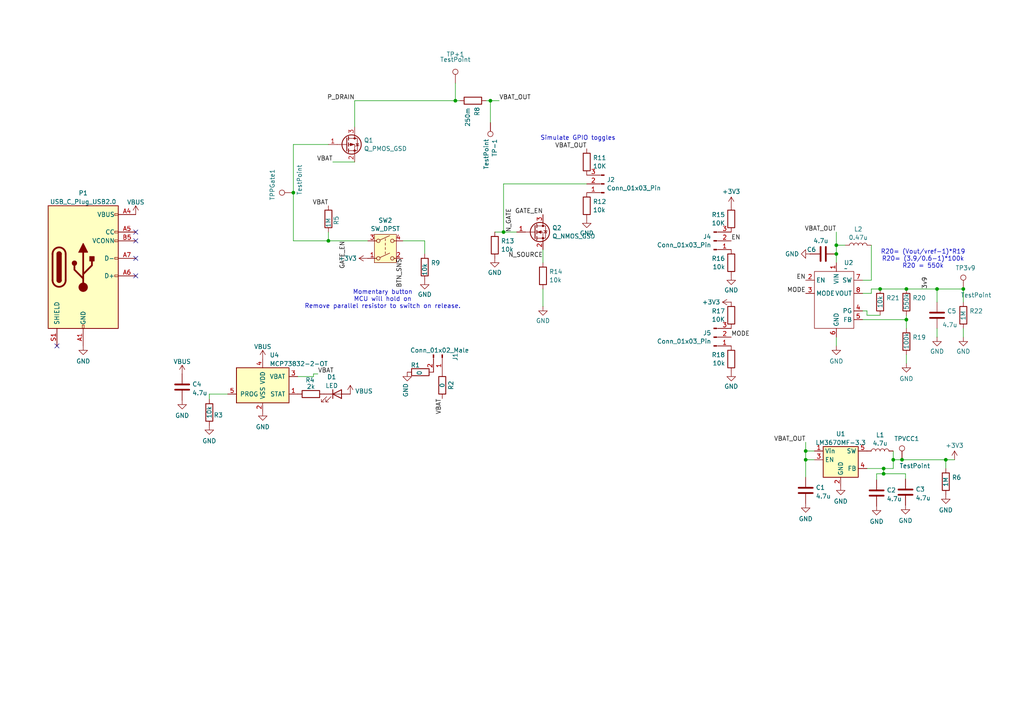
<source format=kicad_sch>
(kicad_sch
	(version 20231120)
	(generator "eeschema")
	(generator_version "8.0")
	(uuid "42daf986-15ca-4106-89ad-61486dd904de")
	(paper "A4")
	(lib_symbols
		(symbol "Battery_Management:MCP73832-2-OT"
			(pin_names
				(offset 1.016)
			)
			(exclude_from_sim no)
			(in_bom yes)
			(on_board yes)
			(property "Reference" "U"
				(at -7.62 6.35 0)
				(effects
					(font
						(size 1.27 1.27)
					)
					(justify left)
				)
			)
			(property "Value" "MCP73832-2-OT"
				(at 1.27 6.35 0)
				(effects
					(font
						(size 1.27 1.27)
					)
					(justify left)
				)
			)
			(property "Footprint" "Package_TO_SOT_SMD:SOT-23-5"
				(at 1.27 -6.35 0)
				(effects
					(font
						(size 1.27 1.27)
						(italic yes)
					)
					(justify left)
					(hide yes)
				)
			)
			(property "Datasheet" "http://ww1.microchip.com/downloads/en/DeviceDoc/20001984g.pdf"
				(at -3.81 -1.27 0)
				(effects
					(font
						(size 1.27 1.27)
					)
					(hide yes)
				)
			)
			(property "Description" "Single cell, Li-Ion/Li-Po charge management controller, 4.20V, Open-Drain Status Output, in SOT23-5 package"
				(at 0 0 0)
				(effects
					(font
						(size 1.27 1.27)
					)
					(hide yes)
				)
			)
			(property "ki_keywords" "battery charger lithium"
				(at 0 0 0)
				(effects
					(font
						(size 1.27 1.27)
					)
					(hide yes)
				)
			)
			(property "ki_fp_filters" "SOT?23*"
				(at 0 0 0)
				(effects
					(font
						(size 1.27 1.27)
					)
					(hide yes)
				)
			)
			(symbol "MCP73832-2-OT_0_1"
				(rectangle
					(start -7.62 5.08)
					(end 7.62 -5.08)
					(stroke
						(width 0.254)
						(type default)
					)
					(fill
						(type background)
					)
				)
			)
			(symbol "MCP73832-2-OT_1_1"
				(pin output line
					(at 10.16 -2.54 180)
					(length 2.54)
					(name "STAT"
						(effects
							(font
								(size 1.27 1.27)
							)
						)
					)
					(number "1"
						(effects
							(font
								(size 1.27 1.27)
							)
						)
					)
				)
				(pin power_in line
					(at 0 -7.62 90)
					(length 2.54)
					(name "VSS"
						(effects
							(font
								(size 1.27 1.27)
							)
						)
					)
					(number "2"
						(effects
							(font
								(size 1.27 1.27)
							)
						)
					)
				)
				(pin power_out line
					(at 10.16 2.54 180)
					(length 2.54)
					(name "VBAT"
						(effects
							(font
								(size 1.27 1.27)
							)
						)
					)
					(number "3"
						(effects
							(font
								(size 1.27 1.27)
							)
						)
					)
				)
				(pin power_in line
					(at 0 7.62 270)
					(length 2.54)
					(name "VDD"
						(effects
							(font
								(size 1.27 1.27)
							)
						)
					)
					(number "4"
						(effects
							(font
								(size 1.27 1.27)
							)
						)
					)
				)
				(pin input line
					(at -10.16 -2.54 0)
					(length 2.54)
					(name "PROG"
						(effects
							(font
								(size 1.27 1.27)
							)
						)
					)
					(number "5"
						(effects
							(font
								(size 1.27 1.27)
							)
						)
					)
				)
			)
		)
		(symbol "Connector:Conn_01x02_Male"
			(pin_names
				(offset 1.016) hide)
			(exclude_from_sim no)
			(in_bom yes)
			(on_board yes)
			(property "Reference" "J"
				(at 0 2.54 0)
				(effects
					(font
						(size 1.27 1.27)
					)
				)
			)
			(property "Value" "Conn_01x02_Male"
				(at 0 -5.08 0)
				(effects
					(font
						(size 1.27 1.27)
					)
				)
			)
			(property "Footprint" ""
				(at 0 0 0)
				(effects
					(font
						(size 1.27 1.27)
					)
					(hide yes)
				)
			)
			(property "Datasheet" "~"
				(at 0 0 0)
				(effects
					(font
						(size 1.27 1.27)
					)
					(hide yes)
				)
			)
			(property "Description" "Generic connector, single row, 01x02, script generated (kicad-library-utils/schlib/autogen/connector/)"
				(at 0 0 0)
				(effects
					(font
						(size 1.27 1.27)
					)
					(hide yes)
				)
			)
			(property "ki_keywords" "connector"
				(at 0 0 0)
				(effects
					(font
						(size 1.27 1.27)
					)
					(hide yes)
				)
			)
			(property "ki_fp_filters" "Connector*:*_1x??_*"
				(at 0 0 0)
				(effects
					(font
						(size 1.27 1.27)
					)
					(hide yes)
				)
			)
			(symbol "Conn_01x02_Male_1_1"
				(polyline
					(pts
						(xy 1.27 -2.54) (xy 0.8636 -2.54)
					)
					(stroke
						(width 0.1524)
						(type default)
					)
					(fill
						(type none)
					)
				)
				(polyline
					(pts
						(xy 1.27 0) (xy 0.8636 0)
					)
					(stroke
						(width 0.1524)
						(type default)
					)
					(fill
						(type none)
					)
				)
				(rectangle
					(start 0.8636 -2.413)
					(end 0 -2.667)
					(stroke
						(width 0.1524)
						(type default)
					)
					(fill
						(type outline)
					)
				)
				(rectangle
					(start 0.8636 0.127)
					(end 0 -0.127)
					(stroke
						(width 0.1524)
						(type default)
					)
					(fill
						(type outline)
					)
				)
				(pin passive line
					(at 5.08 0 180)
					(length 3.81)
					(name "Pin_1"
						(effects
							(font
								(size 1.27 1.27)
							)
						)
					)
					(number "1"
						(effects
							(font
								(size 1.27 1.27)
							)
						)
					)
				)
				(pin passive line
					(at 5.08 -2.54 180)
					(length 3.81)
					(name "Pin_2"
						(effects
							(font
								(size 1.27 1.27)
							)
						)
					)
					(number "2"
						(effects
							(font
								(size 1.27 1.27)
							)
						)
					)
				)
			)
		)
		(symbol "Connector:Conn_01x03_Pin"
			(pin_names
				(offset 1.016) hide)
			(exclude_from_sim no)
			(in_bom yes)
			(on_board yes)
			(property "Reference" "J"
				(at 0 5.08 0)
				(effects
					(font
						(size 1.27 1.27)
					)
				)
			)
			(property "Value" "Conn_01x03_Pin"
				(at 0 -5.08 0)
				(effects
					(font
						(size 1.27 1.27)
					)
				)
			)
			(property "Footprint" ""
				(at 0 0 0)
				(effects
					(font
						(size 1.27 1.27)
					)
					(hide yes)
				)
			)
			(property "Datasheet" "~"
				(at 0 0 0)
				(effects
					(font
						(size 1.27 1.27)
					)
					(hide yes)
				)
			)
			(property "Description" "Generic connector, single row, 01x03, script generated"
				(at 0 0 0)
				(effects
					(font
						(size 1.27 1.27)
					)
					(hide yes)
				)
			)
			(property "ki_locked" ""
				(at 0 0 0)
				(effects
					(font
						(size 1.27 1.27)
					)
				)
			)
			(property "ki_keywords" "connector"
				(at 0 0 0)
				(effects
					(font
						(size 1.27 1.27)
					)
					(hide yes)
				)
			)
			(property "ki_fp_filters" "Connector*:*_1x??_*"
				(at 0 0 0)
				(effects
					(font
						(size 1.27 1.27)
					)
					(hide yes)
				)
			)
			(symbol "Conn_01x03_Pin_1_1"
				(polyline
					(pts
						(xy 1.27 -2.54) (xy 0.8636 -2.54)
					)
					(stroke
						(width 0.1524)
						(type default)
					)
					(fill
						(type none)
					)
				)
				(polyline
					(pts
						(xy 1.27 0) (xy 0.8636 0)
					)
					(stroke
						(width 0.1524)
						(type default)
					)
					(fill
						(type none)
					)
				)
				(polyline
					(pts
						(xy 1.27 2.54) (xy 0.8636 2.54)
					)
					(stroke
						(width 0.1524)
						(type default)
					)
					(fill
						(type none)
					)
				)
				(rectangle
					(start 0.8636 -2.413)
					(end 0 -2.667)
					(stroke
						(width 0.1524)
						(type default)
					)
					(fill
						(type outline)
					)
				)
				(rectangle
					(start 0.8636 0.127)
					(end 0 -0.127)
					(stroke
						(width 0.1524)
						(type default)
					)
					(fill
						(type outline)
					)
				)
				(rectangle
					(start 0.8636 2.667)
					(end 0 2.413)
					(stroke
						(width 0.1524)
						(type default)
					)
					(fill
						(type outline)
					)
				)
				(pin passive line
					(at 5.08 2.54 180)
					(length 3.81)
					(name "Pin_1"
						(effects
							(font
								(size 1.27 1.27)
							)
						)
					)
					(number "1"
						(effects
							(font
								(size 1.27 1.27)
							)
						)
					)
				)
				(pin passive line
					(at 5.08 0 180)
					(length 3.81)
					(name "Pin_2"
						(effects
							(font
								(size 1.27 1.27)
							)
						)
					)
					(number "2"
						(effects
							(font
								(size 1.27 1.27)
							)
						)
					)
				)
				(pin passive line
					(at 5.08 -2.54 180)
					(length 3.81)
					(name "Pin_3"
						(effects
							(font
								(size 1.27 1.27)
							)
						)
					)
					(number "3"
						(effects
							(font
								(size 1.27 1.27)
							)
						)
					)
				)
			)
		)
		(symbol "Connector:TestPoint"
			(pin_numbers hide)
			(pin_names
				(offset 0.762) hide)
			(exclude_from_sim no)
			(in_bom yes)
			(on_board yes)
			(property "Reference" "TP"
				(at 0 6.858 0)
				(effects
					(font
						(size 1.27 1.27)
					)
				)
			)
			(property "Value" "TestPoint"
				(at 0 5.08 0)
				(effects
					(font
						(size 1.27 1.27)
					)
				)
			)
			(property "Footprint" ""
				(at 5.08 0 0)
				(effects
					(font
						(size 1.27 1.27)
					)
					(hide yes)
				)
			)
			(property "Datasheet" "~"
				(at 5.08 0 0)
				(effects
					(font
						(size 1.27 1.27)
					)
					(hide yes)
				)
			)
			(property "Description" "test point"
				(at 0 0 0)
				(effects
					(font
						(size 1.27 1.27)
					)
					(hide yes)
				)
			)
			(property "ki_keywords" "test point tp"
				(at 0 0 0)
				(effects
					(font
						(size 1.27 1.27)
					)
					(hide yes)
				)
			)
			(property "ki_fp_filters" "Pin* Test*"
				(at 0 0 0)
				(effects
					(font
						(size 1.27 1.27)
					)
					(hide yes)
				)
			)
			(symbol "TestPoint_0_1"
				(circle
					(center 0 3.302)
					(radius 0.762)
					(stroke
						(width 0)
						(type default)
					)
					(fill
						(type none)
					)
				)
			)
			(symbol "TestPoint_1_1"
				(pin passive line
					(at 0 0 90)
					(length 2.54)
					(name "1"
						(effects
							(font
								(size 1.27 1.27)
							)
						)
					)
					(number "1"
						(effects
							(font
								(size 1.27 1.27)
							)
						)
					)
				)
			)
		)
		(symbol "Connector:USB_C_Plug_USB2.0"
			(pin_names
				(offset 1.016)
			)
			(exclude_from_sim no)
			(in_bom yes)
			(on_board yes)
			(property "Reference" "P"
				(at -10.16 19.05 0)
				(effects
					(font
						(size 1.27 1.27)
					)
					(justify left)
				)
			)
			(property "Value" "USB_C_Plug_USB2.0"
				(at 12.7 19.05 0)
				(effects
					(font
						(size 1.27 1.27)
					)
					(justify right)
				)
			)
			(property "Footprint" ""
				(at 3.81 0 0)
				(effects
					(font
						(size 1.27 1.27)
					)
					(hide yes)
				)
			)
			(property "Datasheet" "https://www.usb.org/sites/default/files/documents/usb_type-c.zip"
				(at 3.81 0 0)
				(effects
					(font
						(size 1.27 1.27)
					)
					(hide yes)
				)
			)
			(property "Description" "USB 2.0-only Type-C Plug connector"
				(at 0 0 0)
				(effects
					(font
						(size 1.27 1.27)
					)
					(hide yes)
				)
			)
			(property "ki_keywords" "usb universal serial bus type-C USB2.0"
				(at 0 0 0)
				(effects
					(font
						(size 1.27 1.27)
					)
					(hide yes)
				)
			)
			(property "ki_fp_filters" "USB*C*Plug*"
				(at 0 0 0)
				(effects
					(font
						(size 1.27 1.27)
					)
					(hide yes)
				)
			)
			(symbol "USB_C_Plug_USB2.0_0_0"
				(rectangle
					(start -0.254 -17.78)
					(end 0.254 -16.764)
					(stroke
						(width 0)
						(type default)
					)
					(fill
						(type none)
					)
				)
				(rectangle
					(start 10.16 -2.286)
					(end 9.144 -2.794)
					(stroke
						(width 0)
						(type default)
					)
					(fill
						(type none)
					)
				)
				(rectangle
					(start 10.16 2.794)
					(end 9.144 2.286)
					(stroke
						(width 0)
						(type default)
					)
					(fill
						(type none)
					)
				)
				(rectangle
					(start 10.16 7.874)
					(end 9.144 7.366)
					(stroke
						(width 0)
						(type default)
					)
					(fill
						(type none)
					)
				)
				(rectangle
					(start 10.16 10.414)
					(end 9.144 9.906)
					(stroke
						(width 0)
						(type default)
					)
					(fill
						(type none)
					)
				)
				(rectangle
					(start 10.16 15.494)
					(end 9.144 14.986)
					(stroke
						(width 0)
						(type default)
					)
					(fill
						(type none)
					)
				)
			)
			(symbol "USB_C_Plug_USB2.0_0_1"
				(rectangle
					(start -10.16 17.78)
					(end 10.16 -17.78)
					(stroke
						(width 0.254)
						(type default)
					)
					(fill
						(type background)
					)
				)
				(arc
					(start -8.89 -3.81)
					(mid -6.985 -5.7066)
					(end -5.08 -3.81)
					(stroke
						(width 0.508)
						(type default)
					)
					(fill
						(type none)
					)
				)
				(arc
					(start -7.62 -3.81)
					(mid -6.985 -4.4422)
					(end -6.35 -3.81)
					(stroke
						(width 0.254)
						(type default)
					)
					(fill
						(type none)
					)
				)
				(arc
					(start -7.62 -3.81)
					(mid -6.985 -4.4422)
					(end -6.35 -3.81)
					(stroke
						(width 0.254)
						(type default)
					)
					(fill
						(type outline)
					)
				)
				(rectangle
					(start -7.62 -3.81)
					(end -6.35 3.81)
					(stroke
						(width 0.254)
						(type default)
					)
					(fill
						(type outline)
					)
				)
				(arc
					(start -6.35 3.81)
					(mid -6.985 4.4422)
					(end -7.62 3.81)
					(stroke
						(width 0.254)
						(type default)
					)
					(fill
						(type none)
					)
				)
				(arc
					(start -6.35 3.81)
					(mid -6.985 4.4422)
					(end -7.62 3.81)
					(stroke
						(width 0.254)
						(type default)
					)
					(fill
						(type outline)
					)
				)
				(arc
					(start -5.08 3.81)
					(mid -6.985 5.7066)
					(end -8.89 3.81)
					(stroke
						(width 0.508)
						(type default)
					)
					(fill
						(type none)
					)
				)
				(circle
					(center -2.54 1.143)
					(radius 0.635)
					(stroke
						(width 0.254)
						(type default)
					)
					(fill
						(type outline)
					)
				)
				(circle
					(center 0 -5.842)
					(radius 1.27)
					(stroke
						(width 0)
						(type default)
					)
					(fill
						(type outline)
					)
				)
				(polyline
					(pts
						(xy -8.89 -3.81) (xy -8.89 3.81)
					)
					(stroke
						(width 0.508)
						(type default)
					)
					(fill
						(type none)
					)
				)
				(polyline
					(pts
						(xy -5.08 3.81) (xy -5.08 -3.81)
					)
					(stroke
						(width 0.508)
						(type default)
					)
					(fill
						(type none)
					)
				)
				(polyline
					(pts
						(xy 0 -5.842) (xy 0 4.318)
					)
					(stroke
						(width 0.508)
						(type default)
					)
					(fill
						(type none)
					)
				)
				(polyline
					(pts
						(xy 0 -3.302) (xy -2.54 -0.762) (xy -2.54 0.508)
					)
					(stroke
						(width 0.508)
						(type default)
					)
					(fill
						(type none)
					)
				)
				(polyline
					(pts
						(xy 0 -2.032) (xy 2.54 0.508) (xy 2.54 1.778)
					)
					(stroke
						(width 0.508)
						(type default)
					)
					(fill
						(type none)
					)
				)
				(polyline
					(pts
						(xy -1.27 4.318) (xy 0 6.858) (xy 1.27 4.318) (xy -1.27 4.318)
					)
					(stroke
						(width 0.254)
						(type default)
					)
					(fill
						(type outline)
					)
				)
				(rectangle
					(start 1.905 1.778)
					(end 3.175 3.048)
					(stroke
						(width 0.254)
						(type default)
					)
					(fill
						(type outline)
					)
				)
			)
			(symbol "USB_C_Plug_USB2.0_1_1"
				(pin passive line
					(at 0 -22.86 90)
					(length 5.08)
					(name "GND"
						(effects
							(font
								(size 1.27 1.27)
							)
						)
					)
					(number "A1"
						(effects
							(font
								(size 1.27 1.27)
							)
						)
					)
				)
				(pin passive line
					(at 0 -22.86 90)
					(length 5.08) hide
					(name "GND"
						(effects
							(font
								(size 1.27 1.27)
							)
						)
					)
					(number "A12"
						(effects
							(font
								(size 1.27 1.27)
							)
						)
					)
				)
				(pin passive line
					(at 15.24 15.24 180)
					(length 5.08)
					(name "VBUS"
						(effects
							(font
								(size 1.27 1.27)
							)
						)
					)
					(number "A4"
						(effects
							(font
								(size 1.27 1.27)
							)
						)
					)
				)
				(pin bidirectional line
					(at 15.24 10.16 180)
					(length 5.08)
					(name "CC"
						(effects
							(font
								(size 1.27 1.27)
							)
						)
					)
					(number "A5"
						(effects
							(font
								(size 1.27 1.27)
							)
						)
					)
				)
				(pin bidirectional line
					(at 15.24 -2.54 180)
					(length 5.08)
					(name "D+"
						(effects
							(font
								(size 1.27 1.27)
							)
						)
					)
					(number "A6"
						(effects
							(font
								(size 1.27 1.27)
							)
						)
					)
				)
				(pin bidirectional line
					(at 15.24 2.54 180)
					(length 5.08)
					(name "D-"
						(effects
							(font
								(size 1.27 1.27)
							)
						)
					)
					(number "A7"
						(effects
							(font
								(size 1.27 1.27)
							)
						)
					)
				)
				(pin passive line
					(at 15.24 15.24 180)
					(length 5.08) hide
					(name "VBUS"
						(effects
							(font
								(size 1.27 1.27)
							)
						)
					)
					(number "A9"
						(effects
							(font
								(size 1.27 1.27)
							)
						)
					)
				)
				(pin passive line
					(at 0 -22.86 90)
					(length 5.08) hide
					(name "GND"
						(effects
							(font
								(size 1.27 1.27)
							)
						)
					)
					(number "B1"
						(effects
							(font
								(size 1.27 1.27)
							)
						)
					)
				)
				(pin passive line
					(at 0 -22.86 90)
					(length 5.08) hide
					(name "GND"
						(effects
							(font
								(size 1.27 1.27)
							)
						)
					)
					(number "B12"
						(effects
							(font
								(size 1.27 1.27)
							)
						)
					)
				)
				(pin passive line
					(at 15.24 15.24 180)
					(length 5.08) hide
					(name "VBUS"
						(effects
							(font
								(size 1.27 1.27)
							)
						)
					)
					(number "B4"
						(effects
							(font
								(size 1.27 1.27)
							)
						)
					)
				)
				(pin bidirectional line
					(at 15.24 7.62 180)
					(length 5.08)
					(name "VCONN"
						(effects
							(font
								(size 1.27 1.27)
							)
						)
					)
					(number "B5"
						(effects
							(font
								(size 1.27 1.27)
							)
						)
					)
				)
				(pin passive line
					(at 15.24 15.24 180)
					(length 5.08) hide
					(name "VBUS"
						(effects
							(font
								(size 1.27 1.27)
							)
						)
					)
					(number "B9"
						(effects
							(font
								(size 1.27 1.27)
							)
						)
					)
				)
				(pin passive line
					(at -7.62 -22.86 90)
					(length 5.08)
					(name "SHIELD"
						(effects
							(font
								(size 1.27 1.27)
							)
						)
					)
					(number "S1"
						(effects
							(font
								(size 1.27 1.27)
							)
						)
					)
				)
			)
		)
		(symbol "Device:C"
			(pin_numbers hide)
			(pin_names
				(offset 0.254)
			)
			(exclude_from_sim no)
			(in_bom yes)
			(on_board yes)
			(property "Reference" "C"
				(at 0.635 2.54 0)
				(effects
					(font
						(size 1.27 1.27)
					)
					(justify left)
				)
			)
			(property "Value" "C"
				(at 0.635 -2.54 0)
				(effects
					(font
						(size 1.27 1.27)
					)
					(justify left)
				)
			)
			(property "Footprint" ""
				(at 0.9652 -3.81 0)
				(effects
					(font
						(size 1.27 1.27)
					)
					(hide yes)
				)
			)
			(property "Datasheet" "~"
				(at 0 0 0)
				(effects
					(font
						(size 1.27 1.27)
					)
					(hide yes)
				)
			)
			(property "Description" "Unpolarized capacitor"
				(at 0 0 0)
				(effects
					(font
						(size 1.27 1.27)
					)
					(hide yes)
				)
			)
			(property "ki_keywords" "cap capacitor"
				(at 0 0 0)
				(effects
					(font
						(size 1.27 1.27)
					)
					(hide yes)
				)
			)
			(property "ki_fp_filters" "C_*"
				(at 0 0 0)
				(effects
					(font
						(size 1.27 1.27)
					)
					(hide yes)
				)
			)
			(symbol "C_0_1"
				(polyline
					(pts
						(xy -2.032 -0.762) (xy 2.032 -0.762)
					)
					(stroke
						(width 0.508)
						(type default)
					)
					(fill
						(type none)
					)
				)
				(polyline
					(pts
						(xy -2.032 0.762) (xy 2.032 0.762)
					)
					(stroke
						(width 0.508)
						(type default)
					)
					(fill
						(type none)
					)
				)
			)
			(symbol "C_1_1"
				(pin passive line
					(at 0 3.81 270)
					(length 2.794)
					(name "~"
						(effects
							(font
								(size 1.27 1.27)
							)
						)
					)
					(number "1"
						(effects
							(font
								(size 1.27 1.27)
							)
						)
					)
				)
				(pin passive line
					(at 0 -3.81 90)
					(length 2.794)
					(name "~"
						(effects
							(font
								(size 1.27 1.27)
							)
						)
					)
					(number "2"
						(effects
							(font
								(size 1.27 1.27)
							)
						)
					)
				)
			)
		)
		(symbol "Device:L"
			(pin_numbers hide)
			(pin_names
				(offset 1.016) hide)
			(exclude_from_sim no)
			(in_bom yes)
			(on_board yes)
			(property "Reference" "L"
				(at -1.27 0 90)
				(effects
					(font
						(size 1.27 1.27)
					)
				)
			)
			(property "Value" "L"
				(at 1.905 0 90)
				(effects
					(font
						(size 1.27 1.27)
					)
				)
			)
			(property "Footprint" ""
				(at 0 0 0)
				(effects
					(font
						(size 1.27 1.27)
					)
					(hide yes)
				)
			)
			(property "Datasheet" "~"
				(at 0 0 0)
				(effects
					(font
						(size 1.27 1.27)
					)
					(hide yes)
				)
			)
			(property "Description" "Inductor"
				(at 0 0 0)
				(effects
					(font
						(size 1.27 1.27)
					)
					(hide yes)
				)
			)
			(property "ki_keywords" "inductor choke coil reactor magnetic"
				(at 0 0 0)
				(effects
					(font
						(size 1.27 1.27)
					)
					(hide yes)
				)
			)
			(property "ki_fp_filters" "Choke_* *Coil* Inductor_* L_*"
				(at 0 0 0)
				(effects
					(font
						(size 1.27 1.27)
					)
					(hide yes)
				)
			)
			(symbol "L_0_1"
				(arc
					(start 0 -2.54)
					(mid 0.6323 -1.905)
					(end 0 -1.27)
					(stroke
						(width 0)
						(type default)
					)
					(fill
						(type none)
					)
				)
				(arc
					(start 0 -1.27)
					(mid 0.6323 -0.635)
					(end 0 0)
					(stroke
						(width 0)
						(type default)
					)
					(fill
						(type none)
					)
				)
				(arc
					(start 0 0)
					(mid 0.6323 0.635)
					(end 0 1.27)
					(stroke
						(width 0)
						(type default)
					)
					(fill
						(type none)
					)
				)
				(arc
					(start 0 1.27)
					(mid 0.6323 1.905)
					(end 0 2.54)
					(stroke
						(width 0)
						(type default)
					)
					(fill
						(type none)
					)
				)
			)
			(symbol "L_1_1"
				(pin passive line
					(at 0 3.81 270)
					(length 1.27)
					(name "1"
						(effects
							(font
								(size 1.27 1.27)
							)
						)
					)
					(number "1"
						(effects
							(font
								(size 1.27 1.27)
							)
						)
					)
				)
				(pin passive line
					(at 0 -3.81 90)
					(length 1.27)
					(name "2"
						(effects
							(font
								(size 1.27 1.27)
							)
						)
					)
					(number "2"
						(effects
							(font
								(size 1.27 1.27)
							)
						)
					)
				)
			)
		)
		(symbol "Device:LED"
			(pin_numbers hide)
			(pin_names
				(offset 1.016) hide)
			(exclude_from_sim no)
			(in_bom yes)
			(on_board yes)
			(property "Reference" "D"
				(at 0 2.54 0)
				(effects
					(font
						(size 1.27 1.27)
					)
				)
			)
			(property "Value" "LED"
				(at 0 -2.54 0)
				(effects
					(font
						(size 1.27 1.27)
					)
				)
			)
			(property "Footprint" ""
				(at 0 0 0)
				(effects
					(font
						(size 1.27 1.27)
					)
					(hide yes)
				)
			)
			(property "Datasheet" "~"
				(at 0 0 0)
				(effects
					(font
						(size 1.27 1.27)
					)
					(hide yes)
				)
			)
			(property "Description" "Light emitting diode"
				(at 0 0 0)
				(effects
					(font
						(size 1.27 1.27)
					)
					(hide yes)
				)
			)
			(property "ki_keywords" "LED diode"
				(at 0 0 0)
				(effects
					(font
						(size 1.27 1.27)
					)
					(hide yes)
				)
			)
			(property "ki_fp_filters" "LED* LED_SMD:* LED_THT:*"
				(at 0 0 0)
				(effects
					(font
						(size 1.27 1.27)
					)
					(hide yes)
				)
			)
			(symbol "LED_0_1"
				(polyline
					(pts
						(xy -1.27 -1.27) (xy -1.27 1.27)
					)
					(stroke
						(width 0.254)
						(type default)
					)
					(fill
						(type none)
					)
				)
				(polyline
					(pts
						(xy -1.27 0) (xy 1.27 0)
					)
					(stroke
						(width 0)
						(type default)
					)
					(fill
						(type none)
					)
				)
				(polyline
					(pts
						(xy 1.27 -1.27) (xy 1.27 1.27) (xy -1.27 0) (xy 1.27 -1.27)
					)
					(stroke
						(width 0.254)
						(type default)
					)
					(fill
						(type none)
					)
				)
				(polyline
					(pts
						(xy -3.048 -0.762) (xy -4.572 -2.286) (xy -3.81 -2.286) (xy -4.572 -2.286) (xy -4.572 -1.524)
					)
					(stroke
						(width 0)
						(type default)
					)
					(fill
						(type none)
					)
				)
				(polyline
					(pts
						(xy -1.778 -0.762) (xy -3.302 -2.286) (xy -2.54 -2.286) (xy -3.302 -2.286) (xy -3.302 -1.524)
					)
					(stroke
						(width 0)
						(type default)
					)
					(fill
						(type none)
					)
				)
			)
			(symbol "LED_1_1"
				(pin passive line
					(at -3.81 0 0)
					(length 2.54)
					(name "K"
						(effects
							(font
								(size 1.27 1.27)
							)
						)
					)
					(number "1"
						(effects
							(font
								(size 1.27 1.27)
							)
						)
					)
				)
				(pin passive line
					(at 3.81 0 180)
					(length 2.54)
					(name "A"
						(effects
							(font
								(size 1.27 1.27)
							)
						)
					)
					(number "2"
						(effects
							(font
								(size 1.27 1.27)
							)
						)
					)
				)
			)
		)
		(symbol "Device:Q_NMOS_GSD"
			(pin_names
				(offset 0) hide)
			(exclude_from_sim no)
			(in_bom yes)
			(on_board yes)
			(property "Reference" "Q"
				(at 5.08 1.27 0)
				(effects
					(font
						(size 1.27 1.27)
					)
					(justify left)
				)
			)
			(property "Value" "Q_NMOS_GSD"
				(at 5.08 -1.27 0)
				(effects
					(font
						(size 1.27 1.27)
					)
					(justify left)
				)
			)
			(property "Footprint" ""
				(at 5.08 2.54 0)
				(effects
					(font
						(size 1.27 1.27)
					)
					(hide yes)
				)
			)
			(property "Datasheet" "~"
				(at 0 0 0)
				(effects
					(font
						(size 1.27 1.27)
					)
					(hide yes)
				)
			)
			(property "Description" "N-MOSFET transistor, gate/source/drain"
				(at 0 0 0)
				(effects
					(font
						(size 1.27 1.27)
					)
					(hide yes)
				)
			)
			(property "ki_keywords" "transistor NMOS N-MOS N-MOSFET"
				(at 0 0 0)
				(effects
					(font
						(size 1.27 1.27)
					)
					(hide yes)
				)
			)
			(symbol "Q_NMOS_GSD_0_1"
				(polyline
					(pts
						(xy 0.254 0) (xy -2.54 0)
					)
					(stroke
						(width 0)
						(type default)
					)
					(fill
						(type none)
					)
				)
				(polyline
					(pts
						(xy 0.254 1.905) (xy 0.254 -1.905)
					)
					(stroke
						(width 0.254)
						(type default)
					)
					(fill
						(type none)
					)
				)
				(polyline
					(pts
						(xy 0.762 -1.27) (xy 0.762 -2.286)
					)
					(stroke
						(width 0.254)
						(type default)
					)
					(fill
						(type none)
					)
				)
				(polyline
					(pts
						(xy 0.762 0.508) (xy 0.762 -0.508)
					)
					(stroke
						(width 0.254)
						(type default)
					)
					(fill
						(type none)
					)
				)
				(polyline
					(pts
						(xy 0.762 2.286) (xy 0.762 1.27)
					)
					(stroke
						(width 0.254)
						(type default)
					)
					(fill
						(type none)
					)
				)
				(polyline
					(pts
						(xy 2.54 2.54) (xy 2.54 1.778)
					)
					(stroke
						(width 0)
						(type default)
					)
					(fill
						(type none)
					)
				)
				(polyline
					(pts
						(xy 2.54 -2.54) (xy 2.54 0) (xy 0.762 0)
					)
					(stroke
						(width 0)
						(type default)
					)
					(fill
						(type none)
					)
				)
				(polyline
					(pts
						(xy 0.762 -1.778) (xy 3.302 -1.778) (xy 3.302 1.778) (xy 0.762 1.778)
					)
					(stroke
						(width 0)
						(type default)
					)
					(fill
						(type none)
					)
				)
				(polyline
					(pts
						(xy 1.016 0) (xy 2.032 0.381) (xy 2.032 -0.381) (xy 1.016 0)
					)
					(stroke
						(width 0)
						(type default)
					)
					(fill
						(type outline)
					)
				)
				(polyline
					(pts
						(xy 2.794 0.508) (xy 2.921 0.381) (xy 3.683 0.381) (xy 3.81 0.254)
					)
					(stroke
						(width 0)
						(type default)
					)
					(fill
						(type none)
					)
				)
				(polyline
					(pts
						(xy 3.302 0.381) (xy 2.921 -0.254) (xy 3.683 -0.254) (xy 3.302 0.381)
					)
					(stroke
						(width 0)
						(type default)
					)
					(fill
						(type none)
					)
				)
				(circle
					(center 1.651 0)
					(radius 2.794)
					(stroke
						(width 0.254)
						(type default)
					)
					(fill
						(type none)
					)
				)
				(circle
					(center 2.54 -1.778)
					(radius 0.254)
					(stroke
						(width 0)
						(type default)
					)
					(fill
						(type outline)
					)
				)
				(circle
					(center 2.54 1.778)
					(radius 0.254)
					(stroke
						(width 0)
						(type default)
					)
					(fill
						(type outline)
					)
				)
			)
			(symbol "Q_NMOS_GSD_1_1"
				(pin input line
					(at -5.08 0 0)
					(length 2.54)
					(name "G"
						(effects
							(font
								(size 1.27 1.27)
							)
						)
					)
					(number "1"
						(effects
							(font
								(size 1.27 1.27)
							)
						)
					)
				)
				(pin passive line
					(at 2.54 -5.08 90)
					(length 2.54)
					(name "S"
						(effects
							(font
								(size 1.27 1.27)
							)
						)
					)
					(number "2"
						(effects
							(font
								(size 1.27 1.27)
							)
						)
					)
				)
				(pin passive line
					(at 2.54 5.08 270)
					(length 2.54)
					(name "D"
						(effects
							(font
								(size 1.27 1.27)
							)
						)
					)
					(number "3"
						(effects
							(font
								(size 1.27 1.27)
							)
						)
					)
				)
			)
		)
		(symbol "Device:Q_PMOS_GSD"
			(pin_names
				(offset 0) hide)
			(exclude_from_sim no)
			(in_bom yes)
			(on_board yes)
			(property "Reference" "Q"
				(at 5.08 1.27 0)
				(effects
					(font
						(size 1.27 1.27)
					)
					(justify left)
				)
			)
			(property "Value" "Q_PMOS_GSD"
				(at 5.08 -1.27 0)
				(effects
					(font
						(size 1.27 1.27)
					)
					(justify left)
				)
			)
			(property "Footprint" ""
				(at 5.08 2.54 0)
				(effects
					(font
						(size 1.27 1.27)
					)
					(hide yes)
				)
			)
			(property "Datasheet" "~"
				(at 0 0 0)
				(effects
					(font
						(size 1.27 1.27)
					)
					(hide yes)
				)
			)
			(property "Description" "P-MOSFET transistor, gate/source/drain"
				(at 0 0 0)
				(effects
					(font
						(size 1.27 1.27)
					)
					(hide yes)
				)
			)
			(property "ki_keywords" "transistor PMOS P-MOS P-MOSFET"
				(at 0 0 0)
				(effects
					(font
						(size 1.27 1.27)
					)
					(hide yes)
				)
			)
			(symbol "Q_PMOS_GSD_0_1"
				(polyline
					(pts
						(xy 0.254 0) (xy -2.54 0)
					)
					(stroke
						(width 0)
						(type default)
					)
					(fill
						(type none)
					)
				)
				(polyline
					(pts
						(xy 0.254 1.905) (xy 0.254 -1.905)
					)
					(stroke
						(width 0.254)
						(type default)
					)
					(fill
						(type none)
					)
				)
				(polyline
					(pts
						(xy 0.762 -1.27) (xy 0.762 -2.286)
					)
					(stroke
						(width 0.254)
						(type default)
					)
					(fill
						(type none)
					)
				)
				(polyline
					(pts
						(xy 0.762 0.508) (xy 0.762 -0.508)
					)
					(stroke
						(width 0.254)
						(type default)
					)
					(fill
						(type none)
					)
				)
				(polyline
					(pts
						(xy 0.762 2.286) (xy 0.762 1.27)
					)
					(stroke
						(width 0.254)
						(type default)
					)
					(fill
						(type none)
					)
				)
				(polyline
					(pts
						(xy 2.54 2.54) (xy 2.54 1.778)
					)
					(stroke
						(width 0)
						(type default)
					)
					(fill
						(type none)
					)
				)
				(polyline
					(pts
						(xy 2.54 -2.54) (xy 2.54 0) (xy 0.762 0)
					)
					(stroke
						(width 0)
						(type default)
					)
					(fill
						(type none)
					)
				)
				(polyline
					(pts
						(xy 0.762 1.778) (xy 3.302 1.778) (xy 3.302 -1.778) (xy 0.762 -1.778)
					)
					(stroke
						(width 0)
						(type default)
					)
					(fill
						(type none)
					)
				)
				(polyline
					(pts
						(xy 2.286 0) (xy 1.27 0.381) (xy 1.27 -0.381) (xy 2.286 0)
					)
					(stroke
						(width 0)
						(type default)
					)
					(fill
						(type outline)
					)
				)
				(polyline
					(pts
						(xy 2.794 -0.508) (xy 2.921 -0.381) (xy 3.683 -0.381) (xy 3.81 -0.254)
					)
					(stroke
						(width 0)
						(type default)
					)
					(fill
						(type none)
					)
				)
				(polyline
					(pts
						(xy 3.302 -0.381) (xy 2.921 0.254) (xy 3.683 0.254) (xy 3.302 -0.381)
					)
					(stroke
						(width 0)
						(type default)
					)
					(fill
						(type none)
					)
				)
				(circle
					(center 1.651 0)
					(radius 2.794)
					(stroke
						(width 0.254)
						(type default)
					)
					(fill
						(type none)
					)
				)
				(circle
					(center 2.54 -1.778)
					(radius 0.254)
					(stroke
						(width 0)
						(type default)
					)
					(fill
						(type outline)
					)
				)
				(circle
					(center 2.54 1.778)
					(radius 0.254)
					(stroke
						(width 0)
						(type default)
					)
					(fill
						(type outline)
					)
				)
			)
			(symbol "Q_PMOS_GSD_1_1"
				(pin input line
					(at -5.08 0 0)
					(length 2.54)
					(name "G"
						(effects
							(font
								(size 1.27 1.27)
							)
						)
					)
					(number "1"
						(effects
							(font
								(size 1.27 1.27)
							)
						)
					)
				)
				(pin passive line
					(at 2.54 -5.08 90)
					(length 2.54)
					(name "S"
						(effects
							(font
								(size 1.27 1.27)
							)
						)
					)
					(number "2"
						(effects
							(font
								(size 1.27 1.27)
							)
						)
					)
				)
				(pin passive line
					(at 2.54 5.08 270)
					(length 2.54)
					(name "D"
						(effects
							(font
								(size 1.27 1.27)
							)
						)
					)
					(number "3"
						(effects
							(font
								(size 1.27 1.27)
							)
						)
					)
				)
			)
		)
		(symbol "Device:R"
			(pin_numbers hide)
			(pin_names
				(offset 0)
			)
			(exclude_from_sim no)
			(in_bom yes)
			(on_board yes)
			(property "Reference" "R"
				(at 2.032 0 90)
				(effects
					(font
						(size 1.27 1.27)
					)
				)
			)
			(property "Value" "R"
				(at 0 0 90)
				(effects
					(font
						(size 1.27 1.27)
					)
				)
			)
			(property "Footprint" ""
				(at -1.778 0 90)
				(effects
					(font
						(size 1.27 1.27)
					)
					(hide yes)
				)
			)
			(property "Datasheet" "~"
				(at 0 0 0)
				(effects
					(font
						(size 1.27 1.27)
					)
					(hide yes)
				)
			)
			(property "Description" "Resistor"
				(at 0 0 0)
				(effects
					(font
						(size 1.27 1.27)
					)
					(hide yes)
				)
			)
			(property "ki_keywords" "R res resistor"
				(at 0 0 0)
				(effects
					(font
						(size 1.27 1.27)
					)
					(hide yes)
				)
			)
			(property "ki_fp_filters" "R_*"
				(at 0 0 0)
				(effects
					(font
						(size 1.27 1.27)
					)
					(hide yes)
				)
			)
			(symbol "R_0_1"
				(rectangle
					(start -1.016 -2.54)
					(end 1.016 2.54)
					(stroke
						(width 0.254)
						(type default)
					)
					(fill
						(type none)
					)
				)
			)
			(symbol "R_1_1"
				(pin passive line
					(at 0 3.81 270)
					(length 1.27)
					(name "~"
						(effects
							(font
								(size 1.27 1.27)
							)
						)
					)
					(number "1"
						(effects
							(font
								(size 1.27 1.27)
							)
						)
					)
				)
				(pin passive line
					(at 0 -3.81 90)
					(length 1.27)
					(name "~"
						(effects
							(font
								(size 1.27 1.27)
							)
						)
					)
					(number "2"
						(effects
							(font
								(size 1.27 1.27)
							)
						)
					)
				)
			)
		)
		(symbol "GND_1"
			(power)
			(pin_numbers hide)
			(pin_names
				(offset 0) hide)
			(exclude_from_sim no)
			(in_bom yes)
			(on_board yes)
			(property "Reference" "#PWR"
				(at 0 -6.35 0)
				(effects
					(font
						(size 1.27 1.27)
					)
					(hide yes)
				)
			)
			(property "Value" "GND"
				(at 0 -3.81 0)
				(effects
					(font
						(size 1.27 1.27)
					)
				)
			)
			(property "Footprint" ""
				(at 0 0 0)
				(effects
					(font
						(size 1.27 1.27)
					)
					(hide yes)
				)
			)
			(property "Datasheet" ""
				(at 0 0 0)
				(effects
					(font
						(size 1.27 1.27)
					)
					(hide yes)
				)
			)
			(property "Description" "Power symbol creates a global label with name \"GND\" , ground"
				(at 0 0 0)
				(effects
					(font
						(size 1.27 1.27)
					)
					(hide yes)
				)
			)
			(property "ki_keywords" "global power"
				(at 0 0 0)
				(effects
					(font
						(size 1.27 1.27)
					)
					(hide yes)
				)
			)
			(symbol "GND_1_0_1"
				(polyline
					(pts
						(xy 0 0) (xy 0 -1.27) (xy 1.27 -1.27) (xy 0 -2.54) (xy -1.27 -1.27) (xy 0 -1.27)
					)
					(stroke
						(width 0)
						(type default)
					)
					(fill
						(type none)
					)
				)
			)
			(symbol "GND_1_1_1"
				(pin power_in line
					(at 0 0 270)
					(length 0)
					(name "~"
						(effects
							(font
								(size 1.27 1.27)
							)
						)
					)
					(number "1"
						(effects
							(font
								(size 1.27 1.27)
							)
						)
					)
				)
			)
		)
		(symbol "GND_2"
			(power)
			(pin_numbers hide)
			(pin_names
				(offset 0) hide)
			(exclude_from_sim no)
			(in_bom yes)
			(on_board yes)
			(property "Reference" "#PWR"
				(at 0 -6.35 0)
				(effects
					(font
						(size 1.27 1.27)
					)
					(hide yes)
				)
			)
			(property "Value" "GND"
				(at 0 -3.81 0)
				(effects
					(font
						(size 1.27 1.27)
					)
				)
			)
			(property "Footprint" ""
				(at 0 0 0)
				(effects
					(font
						(size 1.27 1.27)
					)
					(hide yes)
				)
			)
			(property "Datasheet" ""
				(at 0 0 0)
				(effects
					(font
						(size 1.27 1.27)
					)
					(hide yes)
				)
			)
			(property "Description" "Power symbol creates a global label with name \"GND\" , ground"
				(at 0 0 0)
				(effects
					(font
						(size 1.27 1.27)
					)
					(hide yes)
				)
			)
			(property "ki_keywords" "global power"
				(at 0 0 0)
				(effects
					(font
						(size 1.27 1.27)
					)
					(hide yes)
				)
			)
			(symbol "GND_2_0_1"
				(polyline
					(pts
						(xy 0 0) (xy 0 -1.27) (xy 1.27 -1.27) (xy 0 -2.54) (xy -1.27 -1.27) (xy 0 -1.27)
					)
					(stroke
						(width 0)
						(type default)
					)
					(fill
						(type none)
					)
				)
			)
			(symbol "GND_2_1_1"
				(pin power_in line
					(at 0 0 270)
					(length 0)
					(name "~"
						(effects
							(font
								(size 1.27 1.27)
							)
						)
					)
					(number "1"
						(effects
							(font
								(size 1.27 1.27)
							)
						)
					)
				)
			)
		)
		(symbol "GND_3"
			(power)
			(pin_numbers hide)
			(pin_names
				(offset 0) hide)
			(exclude_from_sim no)
			(in_bom yes)
			(on_board yes)
			(property "Reference" "#PWR"
				(at 0 -6.35 0)
				(effects
					(font
						(size 1.27 1.27)
					)
					(hide yes)
				)
			)
			(property "Value" "GND"
				(at 0 -3.81 0)
				(effects
					(font
						(size 1.27 1.27)
					)
				)
			)
			(property "Footprint" ""
				(at 0 0 0)
				(effects
					(font
						(size 1.27 1.27)
					)
					(hide yes)
				)
			)
			(property "Datasheet" ""
				(at 0 0 0)
				(effects
					(font
						(size 1.27 1.27)
					)
					(hide yes)
				)
			)
			(property "Description" "Power symbol creates a global label with name \"GND\" , ground"
				(at 0 0 0)
				(effects
					(font
						(size 1.27 1.27)
					)
					(hide yes)
				)
			)
			(property "ki_keywords" "global power"
				(at 0 0 0)
				(effects
					(font
						(size 1.27 1.27)
					)
					(hide yes)
				)
			)
			(symbol "GND_3_0_1"
				(polyline
					(pts
						(xy 0 0) (xy 0 -1.27) (xy 1.27 -1.27) (xy 0 -2.54) (xy -1.27 -1.27) (xy 0 -1.27)
					)
					(stroke
						(width 0)
						(type default)
					)
					(fill
						(type none)
					)
				)
			)
			(symbol "GND_3_1_1"
				(pin power_in line
					(at 0 0 270)
					(length 0)
					(name "~"
						(effects
							(font
								(size 1.27 1.27)
							)
						)
					)
					(number "1"
						(effects
							(font
								(size 1.27 1.27)
							)
						)
					)
				)
			)
		)
		(symbol "GND_4"
			(power)
			(pin_numbers hide)
			(pin_names
				(offset 0) hide)
			(exclude_from_sim no)
			(in_bom yes)
			(on_board yes)
			(property "Reference" "#PWR"
				(at 0 -6.35 0)
				(effects
					(font
						(size 1.27 1.27)
					)
					(hide yes)
				)
			)
			(property "Value" "GND"
				(at 0 -3.81 0)
				(effects
					(font
						(size 1.27 1.27)
					)
				)
			)
			(property "Footprint" ""
				(at 0 0 0)
				(effects
					(font
						(size 1.27 1.27)
					)
					(hide yes)
				)
			)
			(property "Datasheet" ""
				(at 0 0 0)
				(effects
					(font
						(size 1.27 1.27)
					)
					(hide yes)
				)
			)
			(property "Description" "Power symbol creates a global label with name \"GND\" , ground"
				(at 0 0 0)
				(effects
					(font
						(size 1.27 1.27)
					)
					(hide yes)
				)
			)
			(property "ki_keywords" "global power"
				(at 0 0 0)
				(effects
					(font
						(size 1.27 1.27)
					)
					(hide yes)
				)
			)
			(symbol "GND_4_0_1"
				(polyline
					(pts
						(xy 0 0) (xy 0 -1.27) (xy 1.27 -1.27) (xy 0 -2.54) (xy -1.27 -1.27) (xy 0 -1.27)
					)
					(stroke
						(width 0)
						(type default)
					)
					(fill
						(type none)
					)
				)
			)
			(symbol "GND_4_1_1"
				(pin power_in line
					(at 0 0 270)
					(length 0)
					(name "~"
						(effects
							(font
								(size 1.27 1.27)
							)
						)
					)
					(number "1"
						(effects
							(font
								(size 1.27 1.27)
							)
						)
					)
				)
			)
		)
		(symbol "Regulator_Switching:LM3670MF"
			(exclude_from_sim no)
			(in_bom yes)
			(on_board yes)
			(property "Reference" "U"
				(at -5.08 5.08 0)
				(effects
					(font
						(size 1.27 1.27)
					)
					(justify left)
				)
			)
			(property "Value" "LM3670MF"
				(at 0 5.08 0)
				(effects
					(font
						(size 1.27 1.27)
					)
					(justify left)
				)
			)
			(property "Footprint" "Package_TO_SOT_SMD:TSOT-23-5"
				(at 1.27 -6.35 0)
				(effects
					(font
						(size 1.27 1.27)
					)
					(justify left)
					(hide yes)
				)
			)
			(property "Datasheet" "http://www.ti.com/lit/ds/symlink/lm3670.pdf"
				(at -6.35 -8.89 0)
				(effects
					(font
						(size 1.27 1.27)
					)
					(hide yes)
				)
			)
			(property "Description" "Miniature Step-Down DC-DC Converter for Ultralow Voltage Circuits, 2.5V < Vin < 5.5V, adjustable output voltage, SOT-23-5"
				(at 0 0 0)
				(effects
					(font
						(size 1.27 1.27)
					)
					(hide yes)
				)
			)
			(property "ki_keywords" "DC-DC buck converter step down voltage regulator"
				(at 0 0 0)
				(effects
					(font
						(size 1.27 1.27)
					)
					(hide yes)
				)
			)
			(property "ki_fp_filters" "TSOT?23*"
				(at 0 0 0)
				(effects
					(font
						(size 1.27 1.27)
					)
					(hide yes)
				)
			)
			(symbol "LM3670MF_0_1"
				(rectangle
					(start -5.08 3.81)
					(end 5.08 -5.08)
					(stroke
						(width 0.254)
						(type default)
					)
					(fill
						(type background)
					)
				)
			)
			(symbol "LM3670MF_1_1"
				(pin power_in line
					(at -7.62 2.54 0)
					(length 2.54)
					(name "Vin"
						(effects
							(font
								(size 1.27 1.27)
							)
						)
					)
					(number "1"
						(effects
							(font
								(size 1.27 1.27)
							)
						)
					)
				)
				(pin power_in line
					(at 0 -7.62 90)
					(length 2.54)
					(name "GND"
						(effects
							(font
								(size 1.27 1.27)
							)
						)
					)
					(number "2"
						(effects
							(font
								(size 1.27 1.27)
							)
						)
					)
				)
				(pin input line
					(at -7.62 0 0)
					(length 2.54)
					(name "EN"
						(effects
							(font
								(size 1.27 1.27)
							)
						)
					)
					(number "3"
						(effects
							(font
								(size 1.27 1.27)
							)
						)
					)
				)
				(pin input line
					(at 7.62 -2.54 180)
					(length 2.54)
					(name "FB"
						(effects
							(font
								(size 1.27 1.27)
							)
						)
					)
					(number "4"
						(effects
							(font
								(size 1.27 1.27)
							)
						)
					)
				)
				(pin input line
					(at 7.62 2.54 180)
					(length 2.54)
					(name "SW"
						(effects
							(font
								(size 1.27 1.27)
							)
						)
					)
					(number "5"
						(effects
							(font
								(size 1.27 1.27)
							)
						)
					)
				)
			)
		)
		(symbol "Switch:SW_DPST"
			(pin_names
				(offset 0) hide)
			(exclude_from_sim no)
			(in_bom yes)
			(on_board yes)
			(property "Reference" "SW"
				(at 0 6.35 0)
				(effects
					(font
						(size 1.27 1.27)
					)
				)
			)
			(property "Value" "SW_DPST"
				(at 0 -5.08 0)
				(effects
					(font
						(size 1.27 1.27)
					)
				)
			)
			(property "Footprint" ""
				(at 0 0 0)
				(effects
					(font
						(size 1.27 1.27)
					)
					(hide yes)
				)
			)
			(property "Datasheet" "~"
				(at 0 0 0)
				(effects
					(font
						(size 1.27 1.27)
					)
					(hide yes)
				)
			)
			(property "Description" "Double Pole Single Throw (DPST) Switch"
				(at 0 0 0)
				(effects
					(font
						(size 1.27 1.27)
					)
					(hide yes)
				)
			)
			(property "ki_keywords" "switch dual double-pole single-throw OFF-ON"
				(at 0 0 0)
				(effects
					(font
						(size 1.27 1.27)
					)
					(hide yes)
				)
			)
			(symbol "SW_DPST_0_0"
				(circle
					(center -2.032 -2.54)
					(radius 0.508)
					(stroke
						(width 0)
						(type default)
					)
					(fill
						(type none)
					)
				)
				(circle
					(center -2.032 2.54)
					(radius 0.508)
					(stroke
						(width 0)
						(type default)
					)
					(fill
						(type none)
					)
				)
				(polyline
					(pts
						(xy -1.524 -2.286) (xy 1.27 -1.016)
					)
					(stroke
						(width 0)
						(type default)
					)
					(fill
						(type none)
					)
				)
				(polyline
					(pts
						(xy -1.524 2.794) (xy 1.27 4.064)
					)
					(stroke
						(width 0)
						(type default)
					)
					(fill
						(type none)
					)
				)
				(polyline
					(pts
						(xy 0 -1.27) (xy 0 -0.635)
					)
					(stroke
						(width 0)
						(type default)
					)
					(fill
						(type none)
					)
				)
				(polyline
					(pts
						(xy 0 0) (xy 0 0.635)
					)
					(stroke
						(width 0)
						(type default)
					)
					(fill
						(type none)
					)
				)
				(polyline
					(pts
						(xy 0 1.27) (xy 0 1.905)
					)
					(stroke
						(width 0)
						(type default)
					)
					(fill
						(type none)
					)
				)
				(polyline
					(pts
						(xy 0 2.54) (xy 0 3.175)
					)
					(stroke
						(width 0)
						(type default)
					)
					(fill
						(type none)
					)
				)
				(circle
					(center 2.032 -2.54)
					(radius 0.508)
					(stroke
						(width 0)
						(type default)
					)
					(fill
						(type none)
					)
				)
				(circle
					(center 2.032 2.54)
					(radius 0.508)
					(stroke
						(width 0)
						(type default)
					)
					(fill
						(type none)
					)
				)
			)
			(symbol "SW_DPST_1_1"
				(rectangle
					(start -3.175 4.445)
					(end 3.175 -3.81)
					(stroke
						(width 0)
						(type default)
					)
					(fill
						(type background)
					)
				)
				(pin passive line
					(at -5.08 -2.54 0)
					(length 2.54)
					(name "1"
						(effects
							(font
								(size 1.27 1.27)
							)
						)
					)
					(number "1"
						(effects
							(font
								(size 1.27 1.27)
							)
						)
					)
				)
				(pin passive line
					(at 5.08 -2.54 180)
					(length 2.54)
					(name "2"
						(effects
							(font
								(size 1.27 1.27)
							)
						)
					)
					(number "2"
						(effects
							(font
								(size 1.27 1.27)
							)
						)
					)
				)
				(pin passive line
					(at -5.08 2.54 0)
					(length 2.54)
					(name "3"
						(effects
							(font
								(size 1.27 1.27)
							)
						)
					)
					(number "3"
						(effects
							(font
								(size 1.27 1.27)
							)
						)
					)
				)
				(pin passive line
					(at 5.08 2.54 180)
					(length 2.54)
					(name "4"
						(effects
							(font
								(size 1.27 1.27)
							)
						)
					)
					(number "4"
						(effects
							(font
								(size 1.27 1.27)
							)
						)
					)
				)
			)
		)
		(symbol "library:TPS61033"
			(exclude_from_sim no)
			(in_bom yes)
			(on_board yes)
			(property "Reference" "U"
				(at 0 0 0)
				(effects
					(font
						(size 1.27 1.27)
					)
				)
			)
			(property "Value" ""
				(at 0 0 0)
				(effects
					(font
						(size 1.27 1.27)
					)
				)
			)
			(property "Footprint" ""
				(at 0 0 0)
				(effects
					(font
						(size 1.27 1.27)
					)
					(hide yes)
				)
			)
			(property "Datasheet" ""
				(at 0 0 0)
				(effects
					(font
						(size 1.27 1.27)
					)
					(hide yes)
				)
			)
			(property "Description" ""
				(at 0 0 0)
				(effects
					(font
						(size 1.27 1.27)
					)
					(hide yes)
				)
			)
			(symbol "TPS61033_0_0"
				(pin power_in line
					(at 15.24 -6.35 270)
					(length 2.54)
					(name "VIN"
						(effects
							(font
								(size 1.27 1.27)
							)
						)
					)
					(number "1"
						(effects
							(font
								(size 1.27 1.27)
							)
						)
					)
				)
				(pin input line
					(at 6.35 -11.43 0)
					(length 2.54)
					(name "EN"
						(effects
							(font
								(size 1.27 1.27)
							)
						)
					)
					(number "2"
						(effects
							(font
								(size 1.27 1.27)
							)
						)
					)
				)
				(pin input line
					(at 6.35 -15.24 0)
					(length 2.54)
					(name "MODE"
						(effects
							(font
								(size 1.27 1.27)
							)
						)
					)
					(number "3"
						(effects
							(font
								(size 1.27 1.27)
							)
						)
					)
				)
				(pin output line
					(at 22.86 -20.32 180)
					(length 2.54)
					(name "PG"
						(effects
							(font
								(size 1.27 1.27)
							)
						)
					)
					(number "4"
						(effects
							(font
								(size 1.27 1.27)
							)
						)
					)
				)
				(pin input line
					(at 22.86 -22.86 180)
					(length 2.54)
					(name "FB"
						(effects
							(font
								(size 1.27 1.27)
							)
						)
					)
					(number "5"
						(effects
							(font
								(size 1.27 1.27)
							)
						)
					)
				)
				(pin power_in line
					(at 15.24 -27.94 90)
					(length 2.54)
					(name "GND"
						(effects
							(font
								(size 1.27 1.27)
							)
						)
					)
					(number "6"
						(effects
							(font
								(size 1.27 1.27)
							)
						)
					)
				)
				(pin power_in line
					(at 22.86 -11.43 180)
					(length 2.54)
					(name "SW"
						(effects
							(font
								(size 1.27 1.27)
							)
						)
					)
					(number "7"
						(effects
							(font
								(size 1.27 1.27)
							)
						)
					)
				)
				(pin power_out line
					(at 22.86 -15.24 180)
					(length 2.54)
					(name "VOUT"
						(effects
							(font
								(size 1.27 1.27)
							)
						)
					)
					(number "8"
						(effects
							(font
								(size 1.27 1.27)
							)
						)
					)
				)
			)
			(symbol "TPS61033_0_1"
				(rectangle
					(start 8.89 -8.89)
					(end 20.32 -25.4)
					(stroke
						(width 0)
						(type default)
					)
					(fill
						(type none)
					)
				)
			)
		)
		(symbol "power:+3V3"
			(power)
			(pin_numbers hide)
			(pin_names
				(offset 0) hide)
			(exclude_from_sim no)
			(in_bom yes)
			(on_board yes)
			(property "Reference" "#PWR"
				(at 0 -3.81 0)
				(effects
					(font
						(size 1.27 1.27)
					)
					(hide yes)
				)
			)
			(property "Value" "+3V3"
				(at 0 3.556 0)
				(effects
					(font
						(size 1.27 1.27)
					)
				)
			)
			(property "Footprint" ""
				(at 0 0 0)
				(effects
					(font
						(size 1.27 1.27)
					)
					(hide yes)
				)
			)
			(property "Datasheet" ""
				(at 0 0 0)
				(effects
					(font
						(size 1.27 1.27)
					)
					(hide yes)
				)
			)
			(property "Description" "Power symbol creates a global label with name \"+3V3\""
				(at 0 0 0)
				(effects
					(font
						(size 1.27 1.27)
					)
					(hide yes)
				)
			)
			(property "ki_keywords" "global power"
				(at 0 0 0)
				(effects
					(font
						(size 1.27 1.27)
					)
					(hide yes)
				)
			)
			(symbol "+3V3_0_1"
				(polyline
					(pts
						(xy -0.762 1.27) (xy 0 2.54)
					)
					(stroke
						(width 0)
						(type default)
					)
					(fill
						(type none)
					)
				)
				(polyline
					(pts
						(xy 0 0) (xy 0 2.54)
					)
					(stroke
						(width 0)
						(type default)
					)
					(fill
						(type none)
					)
				)
				(polyline
					(pts
						(xy 0 2.54) (xy 0.762 1.27)
					)
					(stroke
						(width 0)
						(type default)
					)
					(fill
						(type none)
					)
				)
			)
			(symbol "+3V3_1_1"
				(pin power_in line
					(at 0 0 90)
					(length 0)
					(name "~"
						(effects
							(font
								(size 1.27 1.27)
							)
						)
					)
					(number "1"
						(effects
							(font
								(size 1.27 1.27)
							)
						)
					)
				)
			)
		)
		(symbol "power:GND"
			(power)
			(pin_names
				(offset 0)
			)
			(exclude_from_sim no)
			(in_bom yes)
			(on_board yes)
			(property "Reference" "#PWR"
				(at 0 -6.35 0)
				(effects
					(font
						(size 1.27 1.27)
					)
					(hide yes)
				)
			)
			(property "Value" "GND"
				(at 0 -3.81 0)
				(effects
					(font
						(size 1.27 1.27)
					)
				)
			)
			(property "Footprint" ""
				(at 0 0 0)
				(effects
					(font
						(size 1.27 1.27)
					)
					(hide yes)
				)
			)
			(property "Datasheet" ""
				(at 0 0 0)
				(effects
					(font
						(size 1.27 1.27)
					)
					(hide yes)
				)
			)
			(property "Description" "Power symbol creates a global label with name \"GND\" , ground"
				(at 0 0 0)
				(effects
					(font
						(size 1.27 1.27)
					)
					(hide yes)
				)
			)
			(property "ki_keywords" "power-flag"
				(at 0 0 0)
				(effects
					(font
						(size 1.27 1.27)
					)
					(hide yes)
				)
			)
			(symbol "GND_0_1"
				(polyline
					(pts
						(xy 0 0) (xy 0 -1.27) (xy 1.27 -1.27) (xy 0 -2.54) (xy -1.27 -1.27) (xy 0 -1.27)
					)
					(stroke
						(width 0)
						(type default)
					)
					(fill
						(type none)
					)
				)
			)
			(symbol "GND_1_1"
				(pin power_in line
					(at 0 0 270)
					(length 0) hide
					(name "GND"
						(effects
							(font
								(size 1.27 1.27)
							)
						)
					)
					(number "1"
						(effects
							(font
								(size 1.27 1.27)
							)
						)
					)
				)
			)
		)
		(symbol "power:VBUS"
			(power)
			(pin_numbers hide)
			(pin_names
				(offset 0) hide)
			(exclude_from_sim no)
			(in_bom yes)
			(on_board yes)
			(property "Reference" "#PWR"
				(at 0 -3.81 0)
				(effects
					(font
						(size 1.27 1.27)
					)
					(hide yes)
				)
			)
			(property "Value" "VBUS"
				(at 0 3.556 0)
				(effects
					(font
						(size 1.27 1.27)
					)
				)
			)
			(property "Footprint" ""
				(at 0 0 0)
				(effects
					(font
						(size 1.27 1.27)
					)
					(hide yes)
				)
			)
			(property "Datasheet" ""
				(at 0 0 0)
				(effects
					(font
						(size 1.27 1.27)
					)
					(hide yes)
				)
			)
			(property "Description" "Power symbol creates a global label with name \"VBUS\""
				(at 0 0 0)
				(effects
					(font
						(size 1.27 1.27)
					)
					(hide yes)
				)
			)
			(property "ki_keywords" "global power"
				(at 0 0 0)
				(effects
					(font
						(size 1.27 1.27)
					)
					(hide yes)
				)
			)
			(symbol "VBUS_0_1"
				(polyline
					(pts
						(xy -0.762 1.27) (xy 0 2.54)
					)
					(stroke
						(width 0)
						(type default)
					)
					(fill
						(type none)
					)
				)
				(polyline
					(pts
						(xy 0 0) (xy 0 2.54)
					)
					(stroke
						(width 0)
						(type default)
					)
					(fill
						(type none)
					)
				)
				(polyline
					(pts
						(xy 0 2.54) (xy 0.762 1.27)
					)
					(stroke
						(width 0)
						(type default)
					)
					(fill
						(type none)
					)
				)
			)
			(symbol "VBUS_1_1"
				(pin power_in line
					(at 0 0 90)
					(length 0)
					(name "~"
						(effects
							(font
								(size 1.27 1.27)
							)
						)
					)
					(number "1"
						(effects
							(font
								(size 1.27 1.27)
							)
						)
					)
				)
			)
		)
	)
	(junction
		(at 259.08 133.35)
		(diameter 0)
		(color 0 0 0 0)
		(uuid "087a02a8-d771-4374-9b96-217b2444c053")
	)
	(junction
		(at 262.89 92.71)
		(diameter 0)
		(color 0 0 0 0)
		(uuid "2151cf9a-099d-4525-a45d-d941d6bdf5d4")
	)
	(junction
		(at 271.78 83.82)
		(diameter 0)
		(color 0 0 0 0)
		(uuid "22de7c0d-3c93-4d45-8658-d990d97dd94d")
	)
	(junction
		(at 242.57 73.66)
		(diameter 0)
		(color 0 0 0 0)
		(uuid "2795fda1-9d1b-4d93-be79-6824fc789463")
	)
	(junction
		(at 261.62 133.35)
		(diameter 0)
		(color 0 0 0 0)
		(uuid "3975bef0-bc06-40c9-8375-9232fb5862f1")
	)
	(junction
		(at 255.27 83.82)
		(diameter 0)
		(color 0 0 0 0)
		(uuid "3b14f487-fbea-476b-a667-8bd06efc70f7")
	)
	(junction
		(at 146.05 67.31)
		(diameter 0)
		(color 0 0 0 0)
		(uuid "46f331c2-4ebf-44d6-867a-f84b43e05b4a")
	)
	(junction
		(at 256.286 135.89)
		(diameter 0)
		(color 0 0 0 0)
		(uuid "4be4f964-4532-456c-bfa2-c1a542c427bd")
	)
	(junction
		(at 274.32 133.35)
		(diameter 0)
		(color 0 0 0 0)
		(uuid "5f6f7447-f016-4a26-9b7e-c93f83a20ea9")
	)
	(junction
		(at 279.4 83.82)
		(diameter 0)
		(color 0 0 0 0)
		(uuid "a2c03d84-57df-4aef-b352-13301b6b3d6e")
	)
	(junction
		(at 95.25 69.85)
		(diameter 0)
		(color 0 0 0 0)
		(uuid "a320e039-0948-46c0-b775-4dcce729328c")
	)
	(junction
		(at 132.08 29.21)
		(diameter 0)
		(color 0 0 0 0)
		(uuid "ae697028-6761-434e-af01-a0c14365b4b1")
	)
	(junction
		(at 262.89 83.82)
		(diameter 0)
		(color 0 0 0 0)
		(uuid "b15f3049-3c8e-49fa-84f3-ff57d1a52eb1")
	)
	(junction
		(at 85.09 55.88)
		(diameter 0)
		(color 0 0 0 0)
		(uuid "b63b9264-de3a-4254-aa1e-5d68f324d90c")
	)
	(junction
		(at 142.24 29.21)
		(diameter 0)
		(color 0 0 0 0)
		(uuid "cea52dd9-e710-46eb-8113-1271a2930003")
	)
	(junction
		(at 233.68 130.81)
		(diameter 0)
		(color 0 0 0 0)
		(uuid "e569651a-f854-473f-b27e-8a2b175ed038")
	)
	(junction
		(at 233.68 133.35)
		(diameter 0)
		(color 0 0 0 0)
		(uuid "e6391081-2f44-4571-bb2d-b04fea8ba1d0")
	)
	(junction
		(at 256.286 137.414)
		(diameter 0)
		(color 0 0 0 0)
		(uuid "ec274a92-dbb4-43de-882a-efb788b1294c")
	)
	(junction
		(at 242.57 71.12)
		(diameter 0)
		(color 0 0 0 0)
		(uuid "f028de45-6d39-485e-8d24-c0817a625b51")
	)
	(no_connect
		(at 39.37 80.01)
		(uuid "0b48eec4-6e0a-493e-962d-efb262de7b97")
	)
	(no_connect
		(at 39.37 74.93)
		(uuid "3629c9af-2037-4a12-81d8-9f898f858c57")
	)
	(no_connect
		(at 16.51 100.33)
		(uuid "bf9337f3-0f38-45b3-ac69-5098c8702721")
	)
	(no_connect
		(at 39.37 69.85)
		(uuid "c61d3e0f-a49c-4239-8c84-9adf75976e2a")
	)
	(no_connect
		(at 39.37 67.31)
		(uuid "d3393945-ee2a-4b09-a738-710026054cef")
	)
	(wire
		(pts
			(xy 262.89 92.71) (xy 262.89 95.25)
		)
		(stroke
			(width 0)
			(type default)
		)
		(uuid "0062ae8e-c449-4fa6-859a-0d3bd5d758c0")
	)
	(wire
		(pts
			(xy 259.08 130.81) (xy 259.08 133.35)
		)
		(stroke
			(width 0)
			(type default)
		)
		(uuid "011d0274-7e09-4ead-8ec8-d816d4d4710e")
	)
	(wire
		(pts
			(xy 233.68 128.27) (xy 233.68 130.81)
		)
		(stroke
			(width 0)
			(type default)
		)
		(uuid "0444a9e2-6d91-4b50-a556-5e2977cfc961")
	)
	(wire
		(pts
			(xy 256.286 135.89) (xy 259.08 135.89)
		)
		(stroke
			(width 0)
			(type default)
		)
		(uuid "04cb7555-e813-45e4-bece-0b387be9ec3f")
	)
	(wire
		(pts
			(xy 279.4 83.82) (xy 279.4 87.63)
		)
		(stroke
			(width 0)
			(type default)
		)
		(uuid "0bdad323-9d67-4db3-8311-e25fbf331310")
	)
	(wire
		(pts
			(xy 142.24 29.21) (xy 140.97 29.21)
		)
		(stroke
			(width 0)
			(type default)
		)
		(uuid "0c8d1a24-53f1-49ed-adf2-7c17a27aaf8a")
	)
	(wire
		(pts
			(xy 251.46 135.89) (xy 256.286 135.89)
		)
		(stroke
			(width 0)
			(type default)
		)
		(uuid "11d8ce9b-ece8-4943-b6e7-c4bd0daadaae")
	)
	(wire
		(pts
			(xy 242.57 73.66) (xy 242.57 76.2)
		)
		(stroke
			(width 0)
			(type default)
		)
		(uuid "1899ecda-7431-4513-a605-bf3d18e74126")
	)
	(wire
		(pts
			(xy 261.62 133.35) (xy 274.32 133.35)
		)
		(stroke
			(width 0)
			(type default)
		)
		(uuid "20d7d441-72cb-460c-b067-134734f5989e")
	)
	(wire
		(pts
			(xy 252.73 85.09) (xy 252.73 83.82)
		)
		(stroke
			(width 0)
			(type default)
		)
		(uuid "22179f62-1b51-4f0d-999c-be56747e0086")
	)
	(wire
		(pts
			(xy 262.636 137.414) (xy 262.636 138.938)
		)
		(stroke
			(width 0)
			(type default)
		)
		(uuid "24a8fc85-45f9-4e6b-b95c-265a824032eb")
	)
	(wire
		(pts
			(xy 251.46 90.17) (xy 251.46 91.44)
		)
		(stroke
			(width 0)
			(type default)
		)
		(uuid "30d30bd9-1d48-434c-8f72-fe14b167119e")
	)
	(wire
		(pts
			(xy 250.19 81.28) (xy 252.73 81.28)
		)
		(stroke
			(width 0)
			(type default)
		)
		(uuid "321226b5-7c35-4214-92fb-911979d7fcb6")
	)
	(wire
		(pts
			(xy 250.19 92.71) (xy 262.89 92.71)
		)
		(stroke
			(width 0)
			(type default)
		)
		(uuid "44f5b6c7-eff2-48cf-bd1d-fe60e53c7952")
	)
	(wire
		(pts
			(xy 95.25 69.85) (xy 106.68 69.85)
		)
		(stroke
			(width 0)
			(type default)
		)
		(uuid "4b6dd1c3-c4b0-4307-912e-1b5bacfe5e11")
	)
	(wire
		(pts
			(xy 96.52 46.99) (xy 102.87 46.99)
		)
		(stroke
			(width 0)
			(type default)
		)
		(uuid "5090082e-9c33-4d21-8cde-4012a761db8f")
	)
	(wire
		(pts
			(xy 262.89 105.41) (xy 262.89 102.87)
		)
		(stroke
			(width 0)
			(type default)
		)
		(uuid "56524e21-4ec7-4b52-949a-841b12017d71")
	)
	(wire
		(pts
			(xy 233.68 130.81) (xy 236.22 130.81)
		)
		(stroke
			(width 0)
			(type default)
		)
		(uuid "57faddf9-94b6-4fa2-9da1-38d8e2d923c4")
	)
	(wire
		(pts
			(xy 242.57 71.12) (xy 242.57 73.66)
		)
		(stroke
			(width 0)
			(type default)
		)
		(uuid "599d1dc8-1d41-46b2-8859-72815b55d572")
	)
	(wire
		(pts
			(xy 262.89 91.44) (xy 262.89 92.71)
		)
		(stroke
			(width 0)
			(type default)
		)
		(uuid "61dc0e21-ffd9-4c20-99da-6edf6962cbea")
	)
	(wire
		(pts
			(xy 116.84 69.85) (xy 123.19 69.85)
		)
		(stroke
			(width 0)
			(type default)
		)
		(uuid "6206599b-e3f3-400d-a679-b162d02df238")
	)
	(wire
		(pts
			(xy 271.78 97.79) (xy 271.78 95.25)
		)
		(stroke
			(width 0)
			(type default)
		)
		(uuid "62e5a41d-ff76-4c08-aa6f-f8305c88cc5b")
	)
	(wire
		(pts
			(xy 90.932 109.22) (xy 86.36 109.22)
		)
		(stroke
			(width 0)
			(type default)
		)
		(uuid "65c24564-aafc-4f85-b8c6-9e159efd5329")
	)
	(wire
		(pts
			(xy 256.286 137.414) (xy 254.254 137.414)
		)
		(stroke
			(width 0)
			(type default)
		)
		(uuid "6612f331-dc8e-4258-8b59-effa9c04b019")
	)
	(wire
		(pts
			(xy 146.05 67.31) (xy 146.05 53.34)
		)
		(stroke
			(width 0)
			(type default)
		)
		(uuid "699256a1-803d-4eaa-83bd-afd8654694c3")
	)
	(wire
		(pts
			(xy 144.78 29.21) (xy 142.24 29.21)
		)
		(stroke
			(width 0)
			(type default)
		)
		(uuid "6c921a92-c4e4-41fd-8c03-28f294769dde")
	)
	(wire
		(pts
			(xy 66.04 114.3) (xy 60.706 114.3)
		)
		(stroke
			(width 0)
			(type default)
		)
		(uuid "6d8697f6-7aed-4ac1-a062-cf54fca72b58")
	)
	(wire
		(pts
			(xy 256.286 137.414) (xy 262.636 137.414)
		)
		(stroke
			(width 0)
			(type default)
		)
		(uuid "71956a9b-0adb-4eba-9339-72e653c9db16")
	)
	(wire
		(pts
			(xy 85.09 55.88) (xy 85.09 69.85)
		)
		(stroke
			(width 0)
			(type default)
		)
		(uuid "7ae31e0a-fc76-4eae-908e-56dfec4ff416")
	)
	(wire
		(pts
			(xy 102.87 29.21) (xy 132.08 29.21)
		)
		(stroke
			(width 0)
			(type default)
		)
		(uuid "83b698fe-4595-4493-8ff8-4080316c55e6")
	)
	(wire
		(pts
			(xy 60.706 114.3) (xy 60.706 115.824)
		)
		(stroke
			(width 0)
			(type default)
		)
		(uuid "8699c8ac-0dc6-41dd-a30e-4abdaabd6a89")
	)
	(wire
		(pts
			(xy 123.19 69.85) (xy 123.19 73.66)
		)
		(stroke
			(width 0)
			(type default)
		)
		(uuid "8b3da7e3-743f-4b04-8e9b-e8ebba26c102")
	)
	(wire
		(pts
			(xy 85.09 41.91) (xy 85.09 55.88)
		)
		(stroke
			(width 0)
			(type default)
		)
		(uuid "8bb0caf8-3549-40e2-96a5-552b4f544f9a")
	)
	(wire
		(pts
			(xy 245.11 71.12) (xy 242.57 71.12)
		)
		(stroke
			(width 0)
			(type default)
		)
		(uuid "8e8be68e-6650-499f-acf4-854f92fff1ab")
	)
	(wire
		(pts
			(xy 242.57 100.33) (xy 242.57 97.79)
		)
		(stroke
			(width 0)
			(type default)
		)
		(uuid "90623ec1-a31a-4f38-87e6-37df11129f2c")
	)
	(wire
		(pts
			(xy 274.32 133.35) (xy 274.32 135.89)
		)
		(stroke
			(width 0)
			(type default)
		)
		(uuid "9215456b-45a9-4a48-974c-c07e6d4ecc82")
	)
	(wire
		(pts
			(xy 250.19 90.17) (xy 251.46 90.17)
		)
		(stroke
			(width 0)
			(type default)
		)
		(uuid "95a778f9-08d7-447e-a02d-3df4edb32107")
	)
	(wire
		(pts
			(xy 254.254 137.414) (xy 254.254 139.192)
		)
		(stroke
			(width 0)
			(type default)
		)
		(uuid "98a4a93d-1cdf-4737-a4dd-d0163bd6b3a6")
	)
	(wire
		(pts
			(xy 146.05 53.34) (xy 170.18 53.34)
		)
		(stroke
			(width 0)
			(type default)
		)
		(uuid "98f437fe-0c33-4a4c-a0a5-b81b46134dfa")
	)
	(wire
		(pts
			(xy 157.48 72.39) (xy 157.48 76.2)
		)
		(stroke
			(width 0)
			(type default)
		)
		(uuid "9df69c46-f9aa-4646-95b0-9e41af896f83")
	)
	(wire
		(pts
			(xy 85.09 69.85) (xy 95.25 69.85)
		)
		(stroke
			(width 0)
			(type default)
		)
		(uuid "9e808192-5d08-4dfd-b2ee-708ab7f633b5")
	)
	(wire
		(pts
			(xy 143.51 67.31) (xy 146.05 67.31)
		)
		(stroke
			(width 0)
			(type default)
		)
		(uuid "9ff0f5c1-97bc-4178-90a3-a6c771699e95")
	)
	(wire
		(pts
			(xy 259.08 133.35) (xy 261.62 133.35)
		)
		(stroke
			(width 0)
			(type default)
		)
		(uuid "a1400f38-656d-4afa-9fa8-f3c33d92ba13")
	)
	(wire
		(pts
			(xy 132.08 24.13) (xy 132.08 29.21)
		)
		(stroke
			(width 0)
			(type default)
		)
		(uuid "a2d93502-352c-4c18-89ba-107f9ddac067")
	)
	(wire
		(pts
			(xy 255.27 83.82) (xy 262.89 83.82)
		)
		(stroke
			(width 0)
			(type default)
		)
		(uuid "a7b053b6-ce6d-4019-9e17-fc7880ca5cb0")
	)
	(wire
		(pts
			(xy 146.05 67.31) (xy 149.86 67.31)
		)
		(stroke
			(width 0)
			(type default)
		)
		(uuid "b0e5faea-af6e-4bc3-8e17-6846da23973e")
	)
	(wire
		(pts
			(xy 102.87 36.83) (xy 102.87 29.21)
		)
		(stroke
			(width 0)
			(type default)
		)
		(uuid "b6874dbb-3901-4be1-a284-07ec0074d996")
	)
	(wire
		(pts
			(xy 242.57 67.31) (xy 242.57 71.12)
		)
		(stroke
			(width 0)
			(type default)
		)
		(uuid "b9c57bea-c5bc-4b42-b471-2eaa9b5c16df")
	)
	(wire
		(pts
			(xy 95.25 67.31) (xy 95.25 69.85)
		)
		(stroke
			(width 0)
			(type default)
		)
		(uuid "ba5212c8-743f-431c-854c-fa496a5bf7a9")
	)
	(wire
		(pts
			(xy 271.78 83.82) (xy 271.78 87.63)
		)
		(stroke
			(width 0)
			(type default)
		)
		(uuid "bb6e9a7d-383d-4655-8e4b-4f2fa349edc5")
	)
	(wire
		(pts
			(xy 271.78 83.82) (xy 279.4 83.82)
		)
		(stroke
			(width 0)
			(type default)
		)
		(uuid "bed66b54-1757-4bae-8ccd-70049c7b22e7")
	)
	(wire
		(pts
			(xy 142.24 29.21) (xy 142.24 35.56)
		)
		(stroke
			(width 0)
			(type default)
		)
		(uuid "c4124e96-7479-442b-a9f8-7a1bc11bfffc")
	)
	(wire
		(pts
			(xy 233.68 138.43) (xy 233.68 133.35)
		)
		(stroke
			(width 0)
			(type default)
		)
		(uuid "c85eaf7c-1da7-45b9-a5ae-215dce94b46b")
	)
	(wire
		(pts
			(xy 279.4 95.25) (xy 279.4 97.79)
		)
		(stroke
			(width 0)
			(type default)
		)
		(uuid "cd4a86a5-6b6d-4d8f-8a76-7031c49cd662")
	)
	(wire
		(pts
			(xy 95.25 41.91) (xy 85.09 41.91)
		)
		(stroke
			(width 0)
			(type default)
		)
		(uuid "d22d6817-7c14-41bb-9022-25292284337c")
	)
	(wire
		(pts
			(xy 251.46 91.44) (xy 255.27 91.44)
		)
		(stroke
			(width 0)
			(type default)
		)
		(uuid "d7bfc966-dba8-4df1-98b9-48f141923836")
	)
	(wire
		(pts
			(xy 256.286 135.89) (xy 256.286 137.414)
		)
		(stroke
			(width 0)
			(type default)
		)
		(uuid "de14d4d1-6af6-4e1c-9b71-e3099b60f3ab")
	)
	(wire
		(pts
			(xy 274.32 133.35) (xy 276.86 133.35)
		)
		(stroke
			(width 0)
			(type default)
		)
		(uuid "e3b720e3-651c-4d18-a8aa-22b5b0f4697f")
	)
	(wire
		(pts
			(xy 92.202 108.458) (xy 90.932 108.458)
		)
		(stroke
			(width 0)
			(type default)
		)
		(uuid "e69478cb-7a4a-4be5-8854-44d764362193")
	)
	(wire
		(pts
			(xy 271.78 83.82) (xy 262.89 83.82)
		)
		(stroke
			(width 0)
			(type default)
		)
		(uuid "e6daaa37-dbfe-425e-8944-0dd331a81748")
	)
	(wire
		(pts
			(xy 250.19 85.09) (xy 252.73 85.09)
		)
		(stroke
			(width 0)
			(type default)
		)
		(uuid "e777ae50-ec69-452a-9da8-6e52bbc10e71")
	)
	(wire
		(pts
			(xy 252.73 81.28) (xy 252.73 71.12)
		)
		(stroke
			(width 0)
			(type default)
		)
		(uuid "eb537916-6270-4f30-afd3-1336623ed5fa")
	)
	(wire
		(pts
			(xy 236.22 133.35) (xy 233.68 133.35)
		)
		(stroke
			(width 0)
			(type default)
		)
		(uuid "ed38395d-8698-4c3b-909a-45911700ef72")
	)
	(wire
		(pts
			(xy 133.35 29.21) (xy 132.08 29.21)
		)
		(stroke
			(width 0)
			(type default)
		)
		(uuid "ee17065f-580c-4d09-9de4-5e68cc9e10b2")
	)
	(wire
		(pts
			(xy 259.08 133.35) (xy 259.08 135.89)
		)
		(stroke
			(width 0)
			(type default)
		)
		(uuid "ee9a9d2e-7cdc-4580-b1b7-80187fdf3943")
	)
	(wire
		(pts
			(xy 252.73 83.82) (xy 255.27 83.82)
		)
		(stroke
			(width 0)
			(type default)
		)
		(uuid "f7f50070-46e8-4ee4-8a43-c8862bcdb224")
	)
	(wire
		(pts
			(xy 157.48 83.82) (xy 157.48 88.9)
		)
		(stroke
			(width 0)
			(type default)
		)
		(uuid "f91d51bf-9b2a-43cb-9942-7dd108eaa15a")
	)
	(wire
		(pts
			(xy 90.932 108.458) (xy 90.932 109.22)
		)
		(stroke
			(width 0)
			(type default)
		)
		(uuid "fc33fbe5-d77f-4d66-a025-809f3956577c")
	)
	(wire
		(pts
			(xy 233.68 133.35) (xy 233.68 130.81)
		)
		(stroke
			(width 0)
			(type default)
		)
		(uuid "fe31dcce-b934-461c-8721-fe6542e01f74")
	)
	(text "Simulate GPIO toggles"
		(exclude_from_sim no)
		(at 167.64 40.132 0)
		(effects
			(font
				(size 1.27 1.27)
			)
		)
		(uuid "30446929-612a-49ba-8711-70f0eaeb8344")
	)
	(text "Momentary button\nMCU will hold on\nRemove parallel resistor to switch on release."
		(exclude_from_sim no)
		(at 110.998 86.868 0)
		(effects
			(font
				(size 1.27 1.27)
			)
		)
		(uuid "5e608435-f288-4ea3-8531-a165729b2242")
	)
	(text "R20= (Vout/vref-1)*R19\nR20= (3.9/0.6-1)*100k\nR20 = 550k"
		(exclude_from_sim no)
		(at 267.716 75.184 0)
		(effects
			(font
				(size 1.27 1.27)
			)
		)
		(uuid "85344ce3-600c-44af-93e2-3188e99323ad")
	)
	(label "VBAT_OUT"
		(at 233.68 128.27 180)
		(fields_autoplaced yes)
		(effects
			(font
				(size 1.27 1.27)
			)
			(justify right bottom)
		)
		(uuid "073ecae9-b429-4ed7-8e31-166cd04bad4d")
	)
	(label "P_DRAIN"
		(at 102.87 29.21 180)
		(fields_autoplaced yes)
		(effects
			(font
				(size 1.27 1.27)
			)
			(justify right bottom)
		)
		(uuid "0ebb2bea-aa1b-4af9-b6a5-541b066fa17e")
	)
	(label "VBAT"
		(at 92.202 108.458 0)
		(fields_autoplaced yes)
		(effects
			(font
				(size 1.27 1.27)
			)
			(justify left bottom)
		)
		(uuid "1db6b9bd-84d7-4bc8-b43d-fa565d9756da")
	)
	(label "MODE"
		(at 233.68 85.09 180)
		(fields_autoplaced yes)
		(effects
			(font
				(size 1.27 1.27)
			)
			(justify right bottom)
		)
		(uuid "22e0fa61-9f4d-4c39-ad17-046de20e18fd")
	)
	(label "EN"
		(at 212.09 69.85 0)
		(fields_autoplaced yes)
		(effects
			(font
				(size 1.27 1.27)
			)
			(justify left bottom)
		)
		(uuid "26d797cb-b878-4d2f-b274-4771914176d5")
	)
	(label "N_SOURCE"
		(at 157.48 74.93 180)
		(fields_autoplaced yes)
		(effects
			(font
				(size 1.27 1.27)
			)
			(justify right bottom)
		)
		(uuid "2da99f98-19ba-434c-863b-335e7ae008e5")
	)
	(label "VBAT_OUT"
		(at 170.18 43.18 180)
		(fields_autoplaced yes)
		(effects
			(font
				(size 1.27 1.27)
			)
			(justify right bottom)
		)
		(uuid "419f2c3a-914b-4adc-a07e-24e3aabf7ecc")
	)
	(label "VBAT"
		(at 128.27 115.57 270)
		(fields_autoplaced yes)
		(effects
			(font
				(size 1.27 1.27)
			)
			(justify right bottom)
		)
		(uuid "46f9ff00-ecc9-4532-93de-b72d6ad4f551")
	)
	(label "EN"
		(at 233.68 81.28 180)
		(fields_autoplaced yes)
		(effects
			(font
				(size 1.27 1.27)
			)
			(justify right bottom)
		)
		(uuid "47b2ba51-86e9-4a91-a21f-8696994ea086")
	)
	(label "3v9"
		(at 269.24 83.82 90)
		(fields_autoplaced yes)
		(effects
			(font
				(size 1.27 1.27)
			)
			(justify left bottom)
		)
		(uuid "4b3ed2ba-a530-4714-a4fe-a9158d0b7523")
	)
	(label "GATE_EN"
		(at 100.33 69.85 270)
		(fields_autoplaced yes)
		(effects
			(font
				(size 1.27 1.27)
			)
			(justify right bottom)
		)
		(uuid "6b469a46-3dd3-4930-8db1-d996d2307ccf")
	)
	(label "GATE_EN"
		(at 157.48 62.23 180)
		(fields_autoplaced yes)
		(effects
			(font
				(size 1.27 1.27)
			)
			(justify right bottom)
		)
		(uuid "6ba0ab27-ede9-4a8b-88fb-22272f88162d")
	)
	(label "VBAT_OUT"
		(at 144.78 29.21 0)
		(fields_autoplaced yes)
		(effects
			(font
				(size 1.27 1.27)
			)
			(justify left bottom)
		)
		(uuid "81ec35b6-7998-40ac-8dd2-658a5762103d")
	)
	(label "VBAT"
		(at 96.52 46.99 180)
		(fields_autoplaced yes)
		(effects
			(font
				(size 1.27 1.27)
			)
			(justify right bottom)
		)
		(uuid "8a88cdab-ec0b-4800-81a8-c0a0d01a99ec")
	)
	(label "MODE"
		(at 212.09 97.79 0)
		(fields_autoplaced yes)
		(effects
			(font
				(size 1.27 1.27)
			)
			(justify left bottom)
		)
		(uuid "8ac4989d-cc5e-47a9-97ec-7d6ca448a1c2")
	)
	(label "VBAT"
		(at 95.25 59.69 180)
		(fields_autoplaced yes)
		(effects
			(font
				(size 1.27 1.27)
			)
			(justify right bottom)
		)
		(uuid "a276e18b-9fcc-4388-ac6e-a2b58a3687ad")
	)
	(label "VBAT_OUT"
		(at 242.57 67.31 180)
		(fields_autoplaced yes)
		(effects
			(font
				(size 1.27 1.27)
			)
			(justify right bottom)
		)
		(uuid "a80b518c-49eb-425c-b479-b61ec0a4713f")
	)
	(label "N_GATE"
		(at 148.59 67.31 90)
		(fields_autoplaced yes)
		(effects
			(font
				(size 1.27 1.27)
			)
			(justify left bottom)
		)
		(uuid "cca331e5-e6b6-424d-952c-24b85dd7f97b")
	)
	(label "BTN_SNS"
		(at 116.84 74.93 270)
		(fields_autoplaced yes)
		(effects
			(font
				(size 1.27 1.27)
			)
			(justify right bottom)
		)
		(uuid "d22a9179-fccb-4601-9811-aea5949541e2")
	)
	(symbol
		(lib_id "Device:R")
		(at 212.09 76.2 0)
		(mirror y)
		(unit 1)
		(exclude_from_sim no)
		(in_bom yes)
		(on_board yes)
		(dnp no)
		(fields_autoplaced yes)
		(uuid "03968d53-4544-4214-8e37-7b697ab85ee6")
		(property "Reference" "R16"
			(at 210.312 74.9878 0)
			(effects
				(font
					(size 1.27 1.27)
				)
				(justify left)
			)
		)
		(property "Value" "10k"
			(at 210.312 77.4121 0)
			(effects
				(font
					(size 1.27 1.27)
				)
				(justify left)
			)
		)
		(property "Footprint" "Resistor_SMD:R_0402_1005Metric"
			(at 213.868 76.2 90)
			(effects
				(font
					(size 1.27 1.27)
				)
				(hide yes)
			)
		)
		(property "Datasheet" "~"
			(at 212.09 76.2 0)
			(effects
				(font
					(size 1.27 1.27)
				)
				(hide yes)
			)
		)
		(property "Description" "Resistor"
			(at 212.09 76.2 0)
			(effects
				(font
					(size 1.27 1.27)
				)
				(hide yes)
			)
		)
		(pin "2"
			(uuid "254cf71d-8599-4b9e-9e57-0977355642bb")
		)
		(pin "1"
			(uuid "c7a2d0f7-a3e5-41b3-bf62-38889432c074")
		)
		(instances
			(project "PowerDriveTest"
				(path "/42daf986-15ca-4106-89ad-61486dd904de"
					(reference "R16")
					(unit 1)
				)
			)
		)
	)
	(symbol
		(lib_id "Battery_Management:MCP73832-2-OT")
		(at 76.2 111.76 0)
		(unit 1)
		(exclude_from_sim no)
		(in_bom yes)
		(on_board yes)
		(dnp no)
		(fields_autoplaced yes)
		(uuid "04466625-c6af-4c68-ae20-e3df6aa82613")
		(property "Reference" "U4"
			(at 78.2194 102.9802 0)
			(effects
				(font
					(size 1.27 1.27)
				)
				(justify left)
			)
		)
		(property "Value" "MCP73832-2-OT"
			(at 78.2194 105.5171 0)
			(effects
				(font
					(size 1.27 1.27)
				)
				(justify left)
			)
		)
		(property "Footprint" "Package_TO_SOT_SMD:SOT-23-5"
			(at 77.47 118.11 0)
			(effects
				(font
					(size 1.27 1.27)
					(italic yes)
				)
				(justify left)
				(hide yes)
			)
		)
		(property "Datasheet" "http://ww1.microchip.com/downloads/en/DeviceDoc/20001984g.pdf"
			(at 72.39 113.03 0)
			(effects
				(font
					(size 1.27 1.27)
				)
				(hide yes)
			)
		)
		(property "Description" ""
			(at 76.2 111.76 0)
			(effects
				(font
					(size 1.27 1.27)
				)
				(hide yes)
			)
		)
		(pin "1"
			(uuid "ecb28526-6e03-46ce-a6ee-0332df766dcd")
		)
		(pin "2"
			(uuid "02022189-ae2e-4fea-b97e-2f294352b26d")
		)
		(pin "3"
			(uuid "5d52266a-7313-4cc4-b335-ccb4a6416759")
		)
		(pin "4"
			(uuid "52464e98-aa76-4575-85dc-e95eb449d378")
		)
		(pin "5"
			(uuid "5985178d-a0a7-4eed-8d74-377607172701")
		)
		(instances
			(project "PowerDriveTest"
				(path "/42daf986-15ca-4106-89ad-61486dd904de"
					(reference "U4")
					(unit 1)
				)
			)
		)
	)
	(symbol
		(lib_id "Switch:SW_DPST")
		(at 111.76 72.39 0)
		(unit 1)
		(exclude_from_sim no)
		(in_bom yes)
		(on_board yes)
		(dnp no)
		(fields_autoplaced yes)
		(uuid "049de73c-0065-4ecd-a917-61369eed3485")
		(property "Reference" "SW2"
			(at 111.76 63.9275 0)
			(effects
				(font
					(size 1.27 1.27)
				)
			)
		)
		(property "Value" "SW_DPST"
			(at 111.76 66.3518 0)
			(effects
				(font
					(size 1.27 1.27)
				)
			)
		)
		(property "Footprint" ""
			(at 111.76 72.39 0)
			(effects
				(font
					(size 1.27 1.27)
				)
				(hide yes)
			)
		)
		(property "Datasheet" "~"
			(at 111.76 72.39 0)
			(effects
				(font
					(size 1.27 1.27)
				)
				(hide yes)
			)
		)
		(property "Description" "Double Pole Single Throw (DPST) Switch"
			(at 111.76 72.39 0)
			(effects
				(font
					(size 1.27 1.27)
				)
				(hide yes)
			)
		)
		(pin "4"
			(uuid "29da3e15-a7f6-4868-86c3-61bb5c33c730")
		)
		(pin "3"
			(uuid "d45a12d7-9aa3-4e3d-a1cc-e50fa6ab1716")
		)
		(pin "1"
			(uuid "fc39174f-88ec-4e6a-ad33-4144e672859b")
		)
		(pin "2"
			(uuid "5bfff301-e460-482d-987b-e84340d70f60")
		)
		(instances
			(project ""
				(path "/42daf986-15ca-4106-89ad-61486dd904de"
					(reference "SW2")
					(unit 1)
				)
			)
		)
	)
	(symbol
		(lib_id "Device:C")
		(at 254.254 143.002 0)
		(unit 1)
		(exclude_from_sim no)
		(in_bom yes)
		(on_board yes)
		(dnp no)
		(fields_autoplaced yes)
		(uuid "0e0a2d41-3e4a-47e3-b92c-b8aa082fb4a6")
		(property "Reference" "C2"
			(at 257.175 142.1673 0)
			(effects
				(font
					(size 1.27 1.27)
				)
				(justify left)
			)
		)
		(property "Value" "4.7u"
			(at 257.175 144.7042 0)
			(effects
				(font
					(size 1.27 1.27)
				)
				(justify left)
			)
		)
		(property "Footprint" "Capacitor_SMD:C_0603_1608Metric"
			(at 255.2192 146.812 0)
			(effects
				(font
					(size 1.27 1.27)
				)
				(hide yes)
			)
		)
		(property "Datasheet" "~"
			(at 254.254 143.002 0)
			(effects
				(font
					(size 1.27 1.27)
				)
				(hide yes)
			)
		)
		(property "Description" ""
			(at 254.254 143.002 0)
			(effects
				(font
					(size 1.27 1.27)
				)
				(hide yes)
			)
		)
		(pin "1"
			(uuid "274c75f3-7ab3-4827-8143-ee57ca38d30c")
		)
		(pin "2"
			(uuid "53903c16-51f1-4dd5-adb7-11b53b5ffe12")
		)
		(instances
			(project "PowerDriveTest"
				(path "/42daf986-15ca-4106-89ad-61486dd904de"
					(reference "C2")
					(unit 1)
				)
			)
		)
	)
	(symbol
		(lib_id "Connector:USB_C_Plug_USB2.0")
		(at 24.13 77.47 0)
		(unit 1)
		(exclude_from_sim no)
		(in_bom yes)
		(on_board yes)
		(dnp no)
		(fields_autoplaced yes)
		(uuid "0ebb704a-3ae1-4692-a95f-25f42d345f7d")
		(property "Reference" "P1"
			(at 24.13 55.9902 0)
			(effects
				(font
					(size 1.27 1.27)
				)
			)
		)
		(property "Value" "USB_C_Plug_USB2.0"
			(at 24.13 58.5271 0)
			(effects
				(font
					(size 1.27 1.27)
				)
			)
		)
		(property "Footprint" "Connector_USB:USB_C_Receptacle_GCT_USB4085"
			(at 27.94 77.47 0)
			(effects
				(font
					(size 1.27 1.27)
				)
				(hide yes)
			)
		)
		(property "Datasheet" "https://www.usb.org/sites/default/files/documents/usb_type-c.zip"
			(at 27.94 77.47 0)
			(effects
				(font
					(size 1.27 1.27)
				)
				(hide yes)
			)
		)
		(property "Description" ""
			(at 24.13 77.47 0)
			(effects
				(font
					(size 1.27 1.27)
				)
				(hide yes)
			)
		)
		(pin "A1"
			(uuid "abef38b6-bd76-42fe-a51f-1cc2f28194ce")
		)
		(pin "A12"
			(uuid "0f785064-0318-4616-ae69-cecdb56668c8")
		)
		(pin "A4"
			(uuid "62f7577b-77db-429f-8b64-6c55fc95a567")
		)
		(pin "A5"
			(uuid "e65ece14-f955-42f8-bbcf-2c0b5bea0e42")
		)
		(pin "A6"
			(uuid "db332c32-724f-4351-aff5-124f583df7d0")
		)
		(pin "A7"
			(uuid "95426cd5-4176-4f70-8f28-14992d6aaf3d")
		)
		(pin "A9"
			(uuid "f6912a32-97c6-4b4c-8698-feb87d2742e1")
		)
		(pin "B1"
			(uuid "6e86931c-824d-4573-80ce-685da8a8f23e")
		)
		(pin "B12"
			(uuid "6ca050c2-10f7-4331-bbc8-1ef578407f24")
		)
		(pin "B4"
			(uuid "804dc297-6bf0-4c16-8af3-52825b94336f")
		)
		(pin "B5"
			(uuid "1cb6cab5-381c-4342-aa5e-cb09f842a05b")
		)
		(pin "B9"
			(uuid "b01c8874-fc54-4ed7-9552-5b209e6d1684")
		)
		(pin "S1"
			(uuid "9e677b0a-1cfe-4aac-94a3-6803ba44b6dc")
		)
		(instances
			(project "PowerDriveTest"
				(path "/42daf986-15ca-4106-89ad-61486dd904de"
					(reference "P1")
					(unit 1)
				)
			)
		)
	)
	(symbol
		(lib_name "GND_4")
		(lib_id "power:GND")
		(at 279.4 97.79 0)
		(unit 1)
		(exclude_from_sim no)
		(in_bom yes)
		(on_board yes)
		(dnp no)
		(fields_autoplaced yes)
		(uuid "104f4893-7f92-41c0-869c-2c3fa2817d08")
		(property "Reference" "#PWR025"
			(at 279.4 104.14 0)
			(effects
				(font
					(size 1.27 1.27)
				)
				(hide yes)
			)
		)
		(property "Value" "GND"
			(at 279.4 101.9231 0)
			(effects
				(font
					(size 1.27 1.27)
				)
			)
		)
		(property "Footprint" ""
			(at 279.4 97.79 0)
			(effects
				(font
					(size 1.27 1.27)
				)
				(hide yes)
			)
		)
		(property "Datasheet" ""
			(at 279.4 97.79 0)
			(effects
				(font
					(size 1.27 1.27)
				)
				(hide yes)
			)
		)
		(property "Description" "Power symbol creates a global label with name \"GND\" , ground"
			(at 279.4 97.79 0)
			(effects
				(font
					(size 1.27 1.27)
				)
				(hide yes)
			)
		)
		(pin "1"
			(uuid "7f00932e-c7f4-424d-b82b-64970b602434")
		)
		(instances
			(project "PowerDriveTest"
				(path "/42daf986-15ca-4106-89ad-61486dd904de"
					(reference "#PWR025")
					(unit 1)
				)
			)
		)
	)
	(symbol
		(lib_id "Connector:TestPoint")
		(at 142.24 35.56 180)
		(unit 1)
		(exclude_from_sim no)
		(in_bom yes)
		(on_board yes)
		(dnp no)
		(fields_autoplaced yes)
		(uuid "10edbb83-fcc9-4a7d-8be4-f91392e148c4")
		(property "Reference" "TP-1"
			(at 143.4522 40.259 90)
			(effects
				(font
					(size 1.27 1.27)
				)
				(justify left)
			)
		)
		(property "Value" "TestPoint"
			(at 141.0279 40.259 90)
			(effects
				(font
					(size 1.27 1.27)
				)
				(justify left)
			)
		)
		(property "Footprint" "TestPoint:TestPoint_Pad_1.5x1.5mm"
			(at 137.16 35.56 0)
			(effects
				(font
					(size 1.27 1.27)
				)
				(hide yes)
			)
		)
		(property "Datasheet" "~"
			(at 137.16 35.56 0)
			(effects
				(font
					(size 1.27 1.27)
				)
				(hide yes)
			)
		)
		(property "Description" "test point"
			(at 142.24 35.56 0)
			(effects
				(font
					(size 1.27 1.27)
				)
				(hide yes)
			)
		)
		(pin "1"
			(uuid "c51915dc-f0f9-41df-9441-2889f79c9a34")
		)
		(instances
			(project "PowerDriveTest"
				(path "/42daf986-15ca-4106-89ad-61486dd904de"
					(reference "TP-1")
					(unit 1)
				)
			)
		)
	)
	(symbol
		(lib_id "power:GND")
		(at 24.13 100.33 0)
		(unit 1)
		(exclude_from_sim no)
		(in_bom yes)
		(on_board yes)
		(dnp no)
		(fields_autoplaced yes)
		(uuid "175f1c05-8331-4acd-9fed-effa713706ce")
		(property "Reference" "#PWR010"
			(at 24.13 106.68 0)
			(effects
				(font
					(size 1.27 1.27)
				)
				(hide yes)
			)
		)
		(property "Value" "GND"
			(at 24.13 104.7734 0)
			(effects
				(font
					(size 1.27 1.27)
				)
			)
		)
		(property "Footprint" ""
			(at 24.13 100.33 0)
			(effects
				(font
					(size 1.27 1.27)
				)
				(hide yes)
			)
		)
		(property "Datasheet" ""
			(at 24.13 100.33 0)
			(effects
				(font
					(size 1.27 1.27)
				)
				(hide yes)
			)
		)
		(property "Description" ""
			(at 24.13 100.33 0)
			(effects
				(font
					(size 1.27 1.27)
				)
				(hide yes)
			)
		)
		(pin "1"
			(uuid "654b07c9-66c6-4585-a486-574ff2e348b0")
		)
		(instances
			(project "PowerDriveTest"
				(path "/42daf986-15ca-4106-89ad-61486dd904de"
					(reference "#PWR010")
					(unit 1)
				)
			)
		)
	)
	(symbol
		(lib_id "Device:R")
		(at 212.09 91.44 0)
		(mirror y)
		(unit 1)
		(exclude_from_sim no)
		(in_bom yes)
		(on_board yes)
		(dnp no)
		(fields_autoplaced yes)
		(uuid "18607686-0108-41fa-9c6d-590ef503e192")
		(property "Reference" "R17"
			(at 210.312 90.2278 0)
			(effects
				(font
					(size 1.27 1.27)
				)
				(justify left)
			)
		)
		(property "Value" "10K"
			(at 210.312 92.6521 0)
			(effects
				(font
					(size 1.27 1.27)
				)
				(justify left)
			)
		)
		(property "Footprint" "Resistor_SMD:R_0402_1005Metric"
			(at 213.868 91.44 90)
			(effects
				(font
					(size 1.27 1.27)
				)
				(hide yes)
			)
		)
		(property "Datasheet" "~"
			(at 212.09 91.44 0)
			(effects
				(font
					(size 1.27 1.27)
				)
				(hide yes)
			)
		)
		(property "Description" "Resistor"
			(at 212.09 91.44 0)
			(effects
				(font
					(size 1.27 1.27)
				)
				(hide yes)
			)
		)
		(pin "2"
			(uuid "27ab51e5-13b7-48cb-bb11-7a4b1b2ad316")
		)
		(pin "1"
			(uuid "82153f7f-7265-4175-8733-b36e084d7927")
		)
		(instances
			(project "PowerDriveTest"
				(path "/42daf986-15ca-4106-89ad-61486dd904de"
					(reference "R17")
					(unit 1)
				)
			)
		)
	)
	(symbol
		(lib_id "power:GND")
		(at 254.254 146.812 0)
		(unit 1)
		(exclude_from_sim no)
		(in_bom yes)
		(on_board yes)
		(dnp no)
		(fields_autoplaced yes)
		(uuid "1c701a3c-868f-417e-9cea-09305a29c94c")
		(property "Reference" "#PWR03"
			(at 254.254 153.162 0)
			(effects
				(font
					(size 1.27 1.27)
				)
				(hide yes)
			)
		)
		(property "Value" "GND"
			(at 254.254 151.2554 0)
			(effects
				(font
					(size 1.27 1.27)
				)
			)
		)
		(property "Footprint" ""
			(at 254.254 146.812 0)
			(effects
				(font
					(size 1.27 1.27)
				)
				(hide yes)
			)
		)
		(property "Datasheet" ""
			(at 254.254 146.812 0)
			(effects
				(font
					(size 1.27 1.27)
				)
				(hide yes)
			)
		)
		(property "Description" ""
			(at 254.254 146.812 0)
			(effects
				(font
					(size 1.27 1.27)
				)
				(hide yes)
			)
		)
		(pin "1"
			(uuid "2423d59c-9399-4e61-9d46-12b77d99b130")
		)
		(instances
			(project "PowerDriveTest"
				(path "/42daf986-15ca-4106-89ad-61486dd904de"
					(reference "#PWR03")
					(unit 1)
				)
			)
		)
	)
	(symbol
		(lib_id "Connector:Conn_01x03_Pin")
		(at 207.01 97.79 0)
		(mirror x)
		(unit 1)
		(exclude_from_sim no)
		(in_bom yes)
		(on_board yes)
		(dnp no)
		(fields_autoplaced yes)
		(uuid "1d776973-8150-4a0a-857c-fec33e6a767c")
		(property "Reference" "J5"
			(at 206.2988 96.5778 0)
			(effects
				(font
					(size 1.27 1.27)
				)
				(justify right)
			)
		)
		(property "Value" "Conn_01x03_Pin"
			(at 206.2988 99.0021 0)
			(effects
				(font
					(size 1.27 1.27)
				)
				(justify right)
			)
		)
		(property "Footprint" "Connector_PinHeader_2.54mm:PinHeader_1x03_P2.54mm_Vertical"
			(at 207.01 97.79 0)
			(effects
				(font
					(size 1.27 1.27)
				)
				(hide yes)
			)
		)
		(property "Datasheet" "~"
			(at 207.01 97.79 0)
			(effects
				(font
					(size 1.27 1.27)
				)
				(hide yes)
			)
		)
		(property "Description" "Generic connector, single row, 01x03, script generated"
			(at 207.01 97.79 0)
			(effects
				(font
					(size 1.27 1.27)
				)
				(hide yes)
			)
		)
		(pin "1"
			(uuid "c236c041-7ed9-4663-9f98-6f7586b537e9")
		)
		(pin "2"
			(uuid "1aadc4a7-8720-49d4-a83f-d07ca6b14831")
		)
		(pin "3"
			(uuid "56f1c136-256a-4dcb-aba7-37d8f6441f3e")
		)
		(instances
			(project "PowerDriveTest"
				(path "/42daf986-15ca-4106-89ad-61486dd904de"
					(reference "J5")
					(unit 1)
				)
			)
		)
	)
	(symbol
		(lib_name "GND_2")
		(lib_id "power:GND")
		(at 123.19 81.28 0)
		(unit 1)
		(exclude_from_sim no)
		(in_bom yes)
		(on_board yes)
		(dnp no)
		(fields_autoplaced yes)
		(uuid "1f590601-758e-4c28-9878-17cffe498f61")
		(property "Reference" "#PWR08"
			(at 123.19 87.63 0)
			(effects
				(font
					(size 1.27 1.27)
				)
				(hide yes)
			)
		)
		(property "Value" "GND"
			(at 123.19 85.4131 0)
			(effects
				(font
					(size 1.27 1.27)
				)
			)
		)
		(property "Footprint" ""
			(at 123.19 81.28 0)
			(effects
				(font
					(size 1.27 1.27)
				)
				(hide yes)
			)
		)
		(property "Datasheet" ""
			(at 123.19 81.28 0)
			(effects
				(font
					(size 1.27 1.27)
				)
				(hide yes)
			)
		)
		(property "Description" "Power symbol creates a global label with name \"GND\" , ground"
			(at 123.19 81.28 0)
			(effects
				(font
					(size 1.27 1.27)
				)
				(hide yes)
			)
		)
		(pin "1"
			(uuid "157452a3-8327-409b-b67c-362b6de269d8")
		)
		(instances
			(project "PowerDriveTest"
				(path "/42daf986-15ca-4106-89ad-61486dd904de"
					(reference "#PWR08")
					(unit 1)
				)
			)
		)
	)
	(symbol
		(lib_id "Connector:Conn_01x03_Pin")
		(at 175.26 53.34 180)
		(unit 1)
		(exclude_from_sim no)
		(in_bom yes)
		(on_board yes)
		(dnp no)
		(fields_autoplaced yes)
		(uuid "1fbf64cb-c8d4-40f7-8d35-5551c49d2727")
		(property "Reference" "J2"
			(at 175.9712 52.1278 0)
			(effects
				(font
					(size 1.27 1.27)
				)
				(justify right)
			)
		)
		(property "Value" "Conn_01x03_Pin"
			(at 175.9712 54.5521 0)
			(effects
				(font
					(size 1.27 1.27)
				)
				(justify right)
			)
		)
		(property "Footprint" "Connector_PinHeader_2.54mm:PinHeader_1x03_P2.54mm_Vertical"
			(at 175.26 53.34 0)
			(effects
				(font
					(size 1.27 1.27)
				)
				(hide yes)
			)
		)
		(property "Datasheet" "~"
			(at 175.26 53.34 0)
			(effects
				(font
					(size 1.27 1.27)
				)
				(hide yes)
			)
		)
		(property "Description" "Generic connector, single row, 01x03, script generated"
			(at 175.26 53.34 0)
			(effects
				(font
					(size 1.27 1.27)
				)
				(hide yes)
			)
		)
		(pin "1"
			(uuid "18cf79a2-c584-4f83-9b3d-a47ecf3d57c5")
		)
		(pin "2"
			(uuid "d01f2897-8b32-4c15-a8f8-dc5ca9cbcefb")
		)
		(pin "3"
			(uuid "96abee1a-803e-4ee2-8ddb-398adb83df3a")
		)
		(instances
			(project ""
				(path "/42daf986-15ca-4106-89ad-61486dd904de"
					(reference "J2")
					(unit 1)
				)
			)
		)
	)
	(symbol
		(lib_id "Device:C")
		(at 52.832 112.268 0)
		(unit 1)
		(exclude_from_sim no)
		(in_bom yes)
		(on_board yes)
		(dnp no)
		(fields_autoplaced yes)
		(uuid "24290bd9-2eda-439b-8757-b8d79b5e8143")
		(property "Reference" "C4"
			(at 55.753 111.4333 0)
			(effects
				(font
					(size 1.27 1.27)
				)
				(justify left)
			)
		)
		(property "Value" "4.7u"
			(at 55.753 113.9702 0)
			(effects
				(font
					(size 1.27 1.27)
				)
				(justify left)
			)
		)
		(property "Footprint" "Capacitor_SMD:C_0603_1608Metric"
			(at 53.7972 116.078 0)
			(effects
				(font
					(size 1.27 1.27)
				)
				(hide yes)
			)
		)
		(property "Datasheet" "~"
			(at 52.832 112.268 0)
			(effects
				(font
					(size 1.27 1.27)
				)
				(hide yes)
			)
		)
		(property "Description" ""
			(at 52.832 112.268 0)
			(effects
				(font
					(size 1.27 1.27)
				)
				(hide yes)
			)
		)
		(pin "1"
			(uuid "98dca7ae-9739-4356-af1e-98be0ba28a65")
		)
		(pin "2"
			(uuid "850d55a2-5d3a-4eea-9ef9-7c5f4246949e")
		)
		(instances
			(project "PowerDriveTest"
				(path "/42daf986-15ca-4106-89ad-61486dd904de"
					(reference "C4")
					(unit 1)
				)
			)
		)
	)
	(symbol
		(lib_id "power:GND")
		(at 262.636 146.558 0)
		(unit 1)
		(exclude_from_sim no)
		(in_bom yes)
		(on_board yes)
		(dnp no)
		(fields_autoplaced yes)
		(uuid "2619eff8-6618-4590-a646-46345c9e1c14")
		(property "Reference" "#PWR04"
			(at 262.636 152.908 0)
			(effects
				(font
					(size 1.27 1.27)
				)
				(hide yes)
			)
		)
		(property "Value" "GND"
			(at 262.636 151.0014 0)
			(effects
				(font
					(size 1.27 1.27)
				)
			)
		)
		(property "Footprint" ""
			(at 262.636 146.558 0)
			(effects
				(font
					(size 1.27 1.27)
				)
				(hide yes)
			)
		)
		(property "Datasheet" ""
			(at 262.636 146.558 0)
			(effects
				(font
					(size 1.27 1.27)
				)
				(hide yes)
			)
		)
		(property "Description" ""
			(at 262.636 146.558 0)
			(effects
				(font
					(size 1.27 1.27)
				)
				(hide yes)
			)
		)
		(pin "1"
			(uuid "4e99589e-2699-4659-95e6-87324222ad84")
		)
		(instances
			(project "PowerDriveTest"
				(path "/42daf986-15ca-4106-89ad-61486dd904de"
					(reference "#PWR04")
					(unit 1)
				)
			)
		)
	)
	(symbol
		(lib_id "power:GND")
		(at 76.2 119.38 0)
		(unit 1)
		(exclude_from_sim no)
		(in_bom yes)
		(on_board yes)
		(dnp no)
		(fields_autoplaced yes)
		(uuid "26cbd71b-3c3b-4ddb-bdc6-3214cf1f021c")
		(property "Reference" "#PWR017"
			(at 76.2 125.73 0)
			(effects
				(font
					(size 1.27 1.27)
				)
				(hide yes)
			)
		)
		(property "Value" "GND"
			(at 76.2 123.8234 0)
			(effects
				(font
					(size 1.27 1.27)
				)
			)
		)
		(property "Footprint" ""
			(at 76.2 119.38 0)
			(effects
				(font
					(size 1.27 1.27)
				)
				(hide yes)
			)
		)
		(property "Datasheet" ""
			(at 76.2 119.38 0)
			(effects
				(font
					(size 1.27 1.27)
				)
				(hide yes)
			)
		)
		(property "Description" ""
			(at 76.2 119.38 0)
			(effects
				(font
					(size 1.27 1.27)
				)
				(hide yes)
			)
		)
		(pin "1"
			(uuid "19e307f6-7460-4692-9ac3-3db40bdbacdd")
		)
		(instances
			(project "PowerDriveTest"
				(path "/42daf986-15ca-4106-89ad-61486dd904de"
					(reference "#PWR017")
					(unit 1)
				)
			)
		)
	)
	(symbol
		(lib_id "power:GND")
		(at 243.84 140.97 0)
		(unit 1)
		(exclude_from_sim no)
		(in_bom yes)
		(on_board yes)
		(dnp no)
		(fields_autoplaced yes)
		(uuid "2e16d80c-e648-4923-915d-4d3331a4218d")
		(property "Reference" "#PWR02"
			(at 243.84 147.32 0)
			(effects
				(font
					(size 1.27 1.27)
				)
				(hide yes)
			)
		)
		(property "Value" "GND"
			(at 243.84 145.4134 0)
			(effects
				(font
					(size 1.27 1.27)
				)
			)
		)
		(property "Footprint" ""
			(at 243.84 140.97 0)
			(effects
				(font
					(size 1.27 1.27)
				)
				(hide yes)
			)
		)
		(property "Datasheet" ""
			(at 243.84 140.97 0)
			(effects
				(font
					(size 1.27 1.27)
				)
				(hide yes)
			)
		)
		(property "Description" ""
			(at 243.84 140.97 0)
			(effects
				(font
					(size 1.27 1.27)
				)
				(hide yes)
			)
		)
		(pin "1"
			(uuid "67cd7781-18dc-4af9-bf79-6230b0d9217f")
		)
		(instances
			(project "PowerDriveTest"
				(path "/42daf986-15ca-4106-89ad-61486dd904de"
					(reference "#PWR02")
					(unit 1)
				)
			)
		)
	)
	(symbol
		(lib_id "Device:R")
		(at 170.18 46.99 0)
		(unit 1)
		(exclude_from_sim no)
		(in_bom yes)
		(on_board yes)
		(dnp no)
		(fields_autoplaced yes)
		(uuid "30da81e6-eadc-49d4-84ac-4c9a756da857")
		(property "Reference" "R11"
			(at 171.958 45.7778 0)
			(effects
				(font
					(size 1.27 1.27)
				)
				(justify left)
			)
		)
		(property "Value" "10K"
			(at 171.958 48.2021 0)
			(effects
				(font
					(size 1.27 1.27)
				)
				(justify left)
			)
		)
		(property "Footprint" "Resistor_SMD:R_0402_1005Metric"
			(at 168.402 46.99 90)
			(effects
				(font
					(size 1.27 1.27)
				)
				(hide yes)
			)
		)
		(property "Datasheet" "~"
			(at 170.18 46.99 0)
			(effects
				(font
					(size 1.27 1.27)
				)
				(hide yes)
			)
		)
		(property "Description" "Resistor"
			(at 170.18 46.99 0)
			(effects
				(font
					(size 1.27 1.27)
				)
				(hide yes)
			)
		)
		(pin "2"
			(uuid "57e1a19c-ccdb-471c-8ab6-1e5bbfe80c58")
		)
		(pin "1"
			(uuid "b6c0cd26-5b4a-4c3c-a50f-d8bbb04b746a")
		)
		(instances
			(project ""
				(path "/42daf986-15ca-4106-89ad-61486dd904de"
					(reference "R11")
					(unit 1)
				)
			)
		)
	)
	(symbol
		(lib_name "GND_1")
		(lib_id "power:GND")
		(at 157.48 88.9 0)
		(unit 1)
		(exclude_from_sim no)
		(in_bom yes)
		(on_board yes)
		(dnp no)
		(fields_autoplaced yes)
		(uuid "3395f57e-7f20-4383-a850-17abd18510e4")
		(property "Reference" "#PWR012"
			(at 157.48 95.25 0)
			(effects
				(font
					(size 1.27 1.27)
				)
				(hide yes)
			)
		)
		(property "Value" "GND"
			(at 157.48 93.0331 0)
			(effects
				(font
					(size 1.27 1.27)
				)
			)
		)
		(property "Footprint" ""
			(at 157.48 88.9 0)
			(effects
				(font
					(size 1.27 1.27)
				)
				(hide yes)
			)
		)
		(property "Datasheet" ""
			(at 157.48 88.9 0)
			(effects
				(font
					(size 1.27 1.27)
				)
				(hide yes)
			)
		)
		(property "Description" "Power symbol creates a global label with name \"GND\" , ground"
			(at 157.48 88.9 0)
			(effects
				(font
					(size 1.27 1.27)
				)
				(hide yes)
			)
		)
		(pin "1"
			(uuid "8f9882c8-1171-4fe7-abb7-d0aef465b3e6")
		)
		(instances
			(project "PowerDriveTest"
				(path "/42daf986-15ca-4106-89ad-61486dd904de"
					(reference "#PWR012")
					(unit 1)
				)
			)
		)
	)
	(symbol
		(lib_id "Device:R")
		(at 255.27 87.63 0)
		(unit 1)
		(exclude_from_sim no)
		(in_bom yes)
		(on_board yes)
		(dnp no)
		(uuid "36a00f68-a4db-4ac3-b235-1be374926b3c")
		(property "Reference" "R21"
			(at 257.048 86.4178 0)
			(effects
				(font
					(size 1.27 1.27)
				)
				(justify left)
			)
		)
		(property "Value" "10k"
			(at 255.27 89.408 90)
			(effects
				(font
					(size 1.27 1.27)
				)
				(justify left)
			)
		)
		(property "Footprint" "Resistor_SMD:R_0402_1005Metric"
			(at 253.492 87.63 90)
			(effects
				(font
					(size 1.27 1.27)
				)
				(hide yes)
			)
		)
		(property "Datasheet" "~"
			(at 255.27 87.63 0)
			(effects
				(font
					(size 1.27 1.27)
				)
				(hide yes)
			)
		)
		(property "Description" "Resistor"
			(at 255.27 87.63 0)
			(effects
				(font
					(size 1.27 1.27)
				)
				(hide yes)
			)
		)
		(pin "2"
			(uuid "64cd5c40-07e0-40a2-badc-50b41763255e")
		)
		(pin "1"
			(uuid "111b01b9-f790-4e97-86d1-5697b0fd706e")
		)
		(instances
			(project ""
				(path "/42daf986-15ca-4106-89ad-61486dd904de"
					(reference "R21")
					(unit 1)
				)
			)
		)
	)
	(symbol
		(lib_id "Connector:Conn_01x03_Pin")
		(at 207.01 69.85 0)
		(mirror x)
		(unit 1)
		(exclude_from_sim no)
		(in_bom yes)
		(on_board yes)
		(dnp no)
		(fields_autoplaced yes)
		(uuid "38327a6e-9837-4802-8985-04731f59dd5f")
		(property "Reference" "J4"
			(at 206.2988 68.6378 0)
			(effects
				(font
					(size 1.27 1.27)
				)
				(justify right)
			)
		)
		(property "Value" "Conn_01x03_Pin"
			(at 206.2988 71.0621 0)
			(effects
				(font
					(size 1.27 1.27)
				)
				(justify right)
			)
		)
		(property "Footprint" "Connector_PinHeader_2.54mm:PinHeader_1x03_P2.54mm_Vertical"
			(at 207.01 69.85 0)
			(effects
				(font
					(size 1.27 1.27)
				)
				(hide yes)
			)
		)
		(property "Datasheet" "~"
			(at 207.01 69.85 0)
			(effects
				(font
					(size 1.27 1.27)
				)
				(hide yes)
			)
		)
		(property "Description" "Generic connector, single row, 01x03, script generated"
			(at 207.01 69.85 0)
			(effects
				(font
					(size 1.27 1.27)
				)
				(hide yes)
			)
		)
		(pin "1"
			(uuid "639cdeee-7c57-4c5b-9702-2f3fdd7d6e05")
		)
		(pin "2"
			(uuid "689b6ecf-84b4-4971-b5c4-eb1cce4accca")
		)
		(pin "3"
			(uuid "229283aa-352f-4208-8ab3-bf116a5b55da")
		)
		(instances
			(project "PowerDriveTest"
				(path "/42daf986-15ca-4106-89ad-61486dd904de"
					(reference "J4")
					(unit 1)
				)
			)
		)
	)
	(symbol
		(lib_id "Device:R")
		(at 157.48 80.01 0)
		(unit 1)
		(exclude_from_sim no)
		(in_bom yes)
		(on_board yes)
		(dnp no)
		(fields_autoplaced yes)
		(uuid "3f0ec3cb-b185-4993-bfbe-429aa3952b15")
		(property "Reference" "R14"
			(at 159.258 78.7978 0)
			(effects
				(font
					(size 1.27 1.27)
				)
				(justify left)
			)
		)
		(property "Value" "10k"
			(at 159.258 81.2221 0)
			(effects
				(font
					(size 1.27 1.27)
				)
				(justify left)
			)
		)
		(property "Footprint" "Resistor_SMD:R_0402_1005Metric"
			(at 155.702 80.01 90)
			(effects
				(font
					(size 1.27 1.27)
				)
				(hide yes)
			)
		)
		(property "Datasheet" "~"
			(at 157.48 80.01 0)
			(effects
				(font
					(size 1.27 1.27)
				)
				(hide yes)
			)
		)
		(property "Description" "Resistor"
			(at 157.48 80.01 0)
			(effects
				(font
					(size 1.27 1.27)
				)
				(hide yes)
			)
		)
		(pin "2"
			(uuid "fe31a3a0-a7df-484f-b50e-bf27a4bc8c86")
		)
		(pin "1"
			(uuid "272381c1-66ba-4bf9-b76d-3f25e9b8da30")
		)
		(instances
			(project "PowerDriveTest"
				(path "/42daf986-15ca-4106-89ad-61486dd904de"
					(reference "R14")
					(unit 1)
				)
			)
		)
	)
	(symbol
		(lib_id "Device:Q_NMOS_GSD")
		(at 154.94 67.31 0)
		(unit 1)
		(exclude_from_sim no)
		(in_bom yes)
		(on_board yes)
		(dnp no)
		(fields_autoplaced yes)
		(uuid "42c41717-ed30-4bf1-86db-049dc17e528e")
		(property "Reference" "Q2"
			(at 160.147 66.0978 0)
			(effects
				(font
					(size 1.27 1.27)
				)
				(justify left)
			)
		)
		(property "Value" "Q_NMOS_GSD"
			(at 160.147 68.5221 0)
			(effects
				(font
					(size 1.27 1.27)
				)
				(justify left)
			)
		)
		(property "Footprint" "Package_TO_SOT_SMD:SOT-23"
			(at 160.02 64.77 0)
			(effects
				(font
					(size 1.27 1.27)
				)
				(hide yes)
			)
		)
		(property "Datasheet" "~"
			(at 154.94 67.31 0)
			(effects
				(font
					(size 1.27 1.27)
				)
				(hide yes)
			)
		)
		(property "Description" "N-MOSFET transistor, gate/source/drain"
			(at 154.94 67.31 0)
			(effects
				(font
					(size 1.27 1.27)
				)
				(hide yes)
			)
		)
		(pin "3"
			(uuid "444cba05-3b97-48b0-958c-0ff8d1f99a7a")
		)
		(pin "2"
			(uuid "a16481f6-735d-42bb-aa9d-e4845931f82d")
		)
		(pin "1"
			(uuid "a9e508ab-34b7-454f-bea3-a3f859577169")
		)
		(instances
			(project ""
				(path "/42daf986-15ca-4106-89ad-61486dd904de"
					(reference "Q2")
					(unit 1)
				)
			)
		)
	)
	(symbol
		(lib_id "power:GND")
		(at 118.11 107.95 0)
		(unit 1)
		(exclude_from_sim no)
		(in_bom yes)
		(on_board yes)
		(dnp no)
		(fields_autoplaced yes)
		(uuid "47eb0b2d-4416-4bc4-a773-ad05e3722315")
		(property "Reference" "#PWR06"
			(at 118.11 114.3 0)
			(effects
				(font
					(size 1.27 1.27)
				)
				(hide yes)
			)
		)
		(property "Value" "GND"
			(at 117.6762 111.125 90)
			(effects
				(font
					(size 1.27 1.27)
				)
				(justify right)
			)
		)
		(property "Footprint" ""
			(at 118.11 107.95 0)
			(effects
				(font
					(size 1.27 1.27)
				)
				(hide yes)
			)
		)
		(property "Datasheet" ""
			(at 118.11 107.95 0)
			(effects
				(font
					(size 1.27 1.27)
				)
				(hide yes)
			)
		)
		(property "Description" ""
			(at 118.11 107.95 0)
			(effects
				(font
					(size 1.27 1.27)
				)
				(hide yes)
			)
		)
		(pin "1"
			(uuid "0c6260fb-bbf3-4f7f-9b37-95ac149420fb")
		)
		(instances
			(project "PowerDriveTest"
				(path "/42daf986-15ca-4106-89ad-61486dd904de"
					(reference "#PWR06")
					(unit 1)
				)
			)
		)
	)
	(symbol
		(lib_id "power:GND")
		(at 242.57 100.33 0)
		(unit 1)
		(exclude_from_sim no)
		(in_bom yes)
		(on_board yes)
		(dnp no)
		(fields_autoplaced yes)
		(uuid "4af5ee0b-c0bb-4278-8836-38a1cc7e3b53")
		(property "Reference" "#PWR026"
			(at 242.57 106.68 0)
			(effects
				(font
					(size 1.27 1.27)
				)
				(hide yes)
			)
		)
		(property "Value" "GND"
			(at 242.57 104.7734 0)
			(effects
				(font
					(size 1.27 1.27)
				)
			)
		)
		(property "Footprint" ""
			(at 242.57 100.33 0)
			(effects
				(font
					(size 1.27 1.27)
				)
				(hide yes)
			)
		)
		(property "Datasheet" ""
			(at 242.57 100.33 0)
			(effects
				(font
					(size 1.27 1.27)
				)
				(hide yes)
			)
		)
		(property "Description" ""
			(at 242.57 100.33 0)
			(effects
				(font
					(size 1.27 1.27)
				)
				(hide yes)
			)
		)
		(pin "1"
			(uuid "a38b7596-82e0-4f4b-b619-6ae0b0ff01e8")
		)
		(instances
			(project "PowerDriveTest"
				(path "/42daf986-15ca-4106-89ad-61486dd904de"
					(reference "#PWR026")
					(unit 1)
				)
			)
		)
	)
	(symbol
		(lib_id "power:VBUS")
		(at 101.6 114.3 0)
		(unit 1)
		(exclude_from_sim no)
		(in_bom yes)
		(on_board yes)
		(dnp no)
		(fields_autoplaced yes)
		(uuid "4b35e31a-c19d-4703-909f-0026be2231db")
		(property "Reference" "#PWR018"
			(at 101.6 118.11 0)
			(effects
				(font
					(size 1.27 1.27)
				)
				(hide yes)
			)
		)
		(property "Value" "VBUS"
			(at 102.997 113.4638 0)
			(effects
				(font
					(size 1.27 1.27)
				)
				(justify left)
			)
		)
		(property "Footprint" ""
			(at 101.6 114.3 0)
			(effects
				(font
					(size 1.27 1.27)
				)
				(hide yes)
			)
		)
		(property "Datasheet" ""
			(at 101.6 114.3 0)
			(effects
				(font
					(size 1.27 1.27)
				)
				(hide yes)
			)
		)
		(property "Description" ""
			(at 101.6 114.3 0)
			(effects
				(font
					(size 1.27 1.27)
				)
				(hide yes)
			)
		)
		(pin "1"
			(uuid "5c27113e-8677-49ba-b998-eddd71bff63c")
		)
		(instances
			(project "PowerDriveTest"
				(path "/42daf986-15ca-4106-89ad-61486dd904de"
					(reference "#PWR018")
					(unit 1)
				)
			)
		)
	)
	(symbol
		(lib_id "Device:C")
		(at 271.78 91.44 0)
		(unit 1)
		(exclude_from_sim no)
		(in_bom yes)
		(on_board yes)
		(dnp no)
		(uuid "56a35ad6-b280-4165-ad58-dc911887a646")
		(property "Reference" "C5"
			(at 274.701 90.2278 0)
			(effects
				(font
					(size 1.27 1.27)
				)
				(justify left)
			)
		)
		(property "Value" "4.7u"
			(at 273.304 94.234 0)
			(effects
				(font
					(size 1.27 1.27)
				)
				(justify left)
			)
		)
		(property "Footprint" "Capacitor_SMD:C_0603_1608Metric"
			(at 272.7452 95.25 0)
			(effects
				(font
					(size 1.27 1.27)
				)
				(hide yes)
			)
		)
		(property "Datasheet" "~"
			(at 271.78 91.44 0)
			(effects
				(font
					(size 1.27 1.27)
				)
				(hide yes)
			)
		)
		(property "Description" "Unpolarized capacitor"
			(at 271.78 91.44 0)
			(effects
				(font
					(size 1.27 1.27)
				)
				(hide yes)
			)
		)
		(pin "1"
			(uuid "2d544133-b38d-418d-bb9d-f04dbe728f10")
		)
		(pin "2"
			(uuid "08022de7-a7bc-4380-a480-d49242306b36")
		)
		(instances
			(project ""
				(path "/42daf986-15ca-4106-89ad-61486dd904de"
					(reference "C5")
					(unit 1)
				)
			)
		)
	)
	(symbol
		(lib_id "Device:R")
		(at 123.19 77.47 0)
		(unit 1)
		(exclude_from_sim no)
		(in_bom yes)
		(on_board yes)
		(dnp no)
		(uuid "57e4afc1-61ee-4282-95cd-cb14992835f3")
		(property "Reference" "R9"
			(at 124.968 76.2578 0)
			(effects
				(font
					(size 1.27 1.27)
				)
				(justify left)
			)
		)
		(property "Value" "10k"
			(at 123.19 80.01 90)
			(effects
				(font
					(size 1.27 1.27)
				)
				(justify left)
			)
		)
		(property "Footprint" "Resistor_SMD:R_0402_1005Metric"
			(at 121.412 77.47 90)
			(effects
				(font
					(size 1.27 1.27)
				)
				(hide yes)
			)
		)
		(property "Datasheet" "~"
			(at 123.19 77.47 0)
			(effects
				(font
					(size 1.27 1.27)
				)
				(hide yes)
			)
		)
		(property "Description" "Resistor"
			(at 123.19 77.47 0)
			(effects
				(font
					(size 1.27 1.27)
				)
				(hide yes)
			)
		)
		(pin "2"
			(uuid "bb09aae5-e999-4c59-92c0-caf533d93658")
		)
		(pin "1"
			(uuid "1fd20f52-6be3-4ca8-9ce1-fb4122605780")
		)
		(instances
			(project "PowerDriveTest"
				(path "/42daf986-15ca-4106-89ad-61486dd904de"
					(reference "R9")
					(unit 1)
				)
			)
		)
	)
	(symbol
		(lib_name "GND_3")
		(lib_id "power:GND")
		(at 170.18 63.5 0)
		(unit 1)
		(exclude_from_sim no)
		(in_bom yes)
		(on_board yes)
		(dnp no)
		(fields_autoplaced yes)
		(uuid "59f5b5c4-2ae2-4e13-b675-0266ed0d1f28")
		(property "Reference" "#PWR019"
			(at 170.18 69.85 0)
			(effects
				(font
					(size 1.27 1.27)
				)
				(hide yes)
			)
		)
		(property "Value" "GND"
			(at 170.18 67.6331 0)
			(effects
				(font
					(size 1.27 1.27)
				)
			)
		)
		(property "Footprint" ""
			(at 170.18 63.5 0)
			(effects
				(font
					(size 1.27 1.27)
				)
				(hide yes)
			)
		)
		(property "Datasheet" ""
			(at 170.18 63.5 0)
			(effects
				(font
					(size 1.27 1.27)
				)
				(hide yes)
			)
		)
		(property "Description" "Power symbol creates a global label with name \"GND\" , ground"
			(at 170.18 63.5 0)
			(effects
				(font
					(size 1.27 1.27)
				)
				(hide yes)
			)
		)
		(pin "1"
			(uuid "23f6f854-a2c1-42fe-bdd9-de6feeca61cb")
		)
		(instances
			(project ""
				(path "/42daf986-15ca-4106-89ad-61486dd904de"
					(reference "#PWR019")
					(unit 1)
				)
			)
		)
	)
	(symbol
		(lib_id "power:VBUS")
		(at 52.832 108.458 0)
		(unit 1)
		(exclude_from_sim no)
		(in_bom yes)
		(on_board yes)
		(dnp no)
		(fields_autoplaced yes)
		(uuid "5abb1cc5-d3b2-4346-b5f8-8e2d4173f2f2")
		(property "Reference" "#PWR013"
			(at 52.832 112.268 0)
			(effects
				(font
					(size 1.27 1.27)
				)
				(hide yes)
			)
		)
		(property "Value" "VBUS"
			(at 52.832 104.8822 0)
			(effects
				(font
					(size 1.27 1.27)
				)
			)
		)
		(property "Footprint" ""
			(at 52.832 108.458 0)
			(effects
				(font
					(size 1.27 1.27)
				)
				(hide yes)
			)
		)
		(property "Datasheet" ""
			(at 52.832 108.458 0)
			(effects
				(font
					(size 1.27 1.27)
				)
				(hide yes)
			)
		)
		(property "Description" ""
			(at 52.832 108.458 0)
			(effects
				(font
					(size 1.27 1.27)
				)
				(hide yes)
			)
		)
		(pin "1"
			(uuid "8e6b68aa-c2f8-4e75-950b-479cfbd5d71b")
		)
		(instances
			(project "PowerDriveTest"
				(path "/42daf986-15ca-4106-89ad-61486dd904de"
					(reference "#PWR013")
					(unit 1)
				)
			)
		)
	)
	(symbol
		(lib_id "power:VBUS")
		(at 76.2 104.14 0)
		(unit 1)
		(exclude_from_sim no)
		(in_bom yes)
		(on_board yes)
		(dnp no)
		(fields_autoplaced yes)
		(uuid "5ca166ea-410f-410f-b14c-7fcefe3f04bc")
		(property "Reference" "#PWR016"
			(at 76.2 107.95 0)
			(effects
				(font
					(size 1.27 1.27)
				)
				(hide yes)
			)
		)
		(property "Value" "VBUS"
			(at 76.2 100.5642 0)
			(effects
				(font
					(size 1.27 1.27)
				)
			)
		)
		(property "Footprint" ""
			(at 76.2 104.14 0)
			(effects
				(font
					(size 1.27 1.27)
				)
				(hide yes)
			)
		)
		(property "Datasheet" ""
			(at 76.2 104.14 0)
			(effects
				(font
					(size 1.27 1.27)
				)
				(hide yes)
			)
		)
		(property "Description" ""
			(at 76.2 104.14 0)
			(effects
				(font
					(size 1.27 1.27)
				)
				(hide yes)
			)
		)
		(pin "1"
			(uuid "1fb9b65b-5686-415a-9a56-de31b729cfbf")
		)
		(instances
			(project "PowerDriveTest"
				(path "/42daf986-15ca-4106-89ad-61486dd904de"
					(reference "#PWR016")
					(unit 1)
				)
			)
		)
	)
	(symbol
		(lib_id "power:GND")
		(at 60.706 123.444 0)
		(unit 1)
		(exclude_from_sim no)
		(in_bom yes)
		(on_board yes)
		(dnp no)
		(fields_autoplaced yes)
		(uuid "60e089d2-fc1e-4947-aea0-6dbc72f4c997")
		(property "Reference" "#PWR015"
			(at 60.706 129.794 0)
			(effects
				(font
					(size 1.27 1.27)
				)
				(hide yes)
			)
		)
		(property "Value" "GND"
			(at 60.706 127.8874 0)
			(effects
				(font
					(size 1.27 1.27)
				)
			)
		)
		(property "Footprint" ""
			(at 60.706 123.444 0)
			(effects
				(font
					(size 1.27 1.27)
				)
				(hide yes)
			)
		)
		(property "Datasheet" ""
			(at 60.706 123.444 0)
			(effects
				(font
					(size 1.27 1.27)
				)
				(hide yes)
			)
		)
		(property "Description" ""
			(at 60.706 123.444 0)
			(effects
				(font
					(size 1.27 1.27)
				)
				(hide yes)
			)
		)
		(pin "1"
			(uuid "744095de-d649-4ec6-bfec-a40aa912fd26")
		)
		(instances
			(project "PowerDriveTest"
				(path "/42daf986-15ca-4106-89ad-61486dd904de"
					(reference "#PWR015")
					(unit 1)
				)
			)
		)
	)
	(symbol
		(lib_id "Device:R")
		(at 262.89 87.63 0)
		(unit 1)
		(exclude_from_sim no)
		(in_bom yes)
		(on_board yes)
		(dnp no)
		(uuid "6287ffee-7465-4f68-b06c-845c9cedb442")
		(property "Reference" "R20"
			(at 264.668 86.4178 0)
			(effects
				(font
					(size 1.27 1.27)
				)
				(justify left)
			)
		)
		(property "Value" "550k"
			(at 262.89 89.916 90)
			(effects
				(font
					(size 1.27 1.27)
				)
				(justify left)
			)
		)
		(property "Footprint" "Resistor_SMD:R_0402_1005Metric"
			(at 261.112 87.63 90)
			(effects
				(font
					(size 1.27 1.27)
				)
				(hide yes)
			)
		)
		(property "Datasheet" "~"
			(at 262.89 87.63 0)
			(effects
				(font
					(size 1.27 1.27)
				)
				(hide yes)
			)
		)
		(property "Description" "Resistor"
			(at 262.89 87.63 0)
			(effects
				(font
					(size 1.27 1.27)
				)
				(hide yes)
			)
		)
		(pin "1"
			(uuid "764f05ee-1025-4e7e-a8b8-4ffc01683538")
		)
		(pin "2"
			(uuid "ebaa940e-ffbf-4b18-88fd-ef7f12aa79ae")
		)
		(instances
			(project "PowerDriveTest"
				(path "/42daf986-15ca-4106-89ad-61486dd904de"
					(reference "R20")
					(unit 1)
				)
			)
		)
	)
	(symbol
		(lib_name "GND_3")
		(lib_id "power:GND")
		(at 212.09 80.01 0)
		(mirror y)
		(unit 1)
		(exclude_from_sim no)
		(in_bom yes)
		(on_board yes)
		(dnp no)
		(fields_autoplaced yes)
		(uuid "659e25ed-5fb8-4b8b-b80a-b0d85922ec9e")
		(property "Reference" "#PWR021"
			(at 212.09 86.36 0)
			(effects
				(font
					(size 1.27 1.27)
				)
				(hide yes)
			)
		)
		(property "Value" "GND"
			(at 212.09 84.1431 0)
			(effects
				(font
					(size 1.27 1.27)
				)
			)
		)
		(property "Footprint" ""
			(at 212.09 80.01 0)
			(effects
				(font
					(size 1.27 1.27)
				)
				(hide yes)
			)
		)
		(property "Datasheet" ""
			(at 212.09 80.01 0)
			(effects
				(font
					(size 1.27 1.27)
				)
				(hide yes)
			)
		)
		(property "Description" "Power symbol creates a global label with name \"GND\" , ground"
			(at 212.09 80.01 0)
			(effects
				(font
					(size 1.27 1.27)
				)
				(hide yes)
			)
		)
		(pin "1"
			(uuid "c0f23e79-3332-479c-b5cf-28b83b432a7b")
		)
		(instances
			(project "PowerDriveTest"
				(path "/42daf986-15ca-4106-89ad-61486dd904de"
					(reference "#PWR021")
					(unit 1)
				)
			)
		)
	)
	(symbol
		(lib_id "Connector:TestPoint")
		(at 132.08 24.13 0)
		(unit 1)
		(exclude_from_sim no)
		(in_bom yes)
		(on_board yes)
		(dnp no)
		(uuid "66c909a1-4308-426e-af55-22d1c6e560fc")
		(property "Reference" "TP+1"
			(at 132.08 15.748 0)
			(effects
				(font
					(size 1.27 1.27)
				)
			)
		)
		(property "Value" "TestPoint"
			(at 132.08 17.272 0)
			(effects
				(font
					(size 1.27 1.27)
				)
			)
		)
		(property "Footprint" "TestPoint:TestPoint_Pad_1.5x1.5mm"
			(at 137.16 24.13 0)
			(effects
				(font
					(size 1.27 1.27)
				)
				(hide yes)
			)
		)
		(property "Datasheet" "~"
			(at 137.16 24.13 0)
			(effects
				(font
					(size 1.27 1.27)
				)
				(hide yes)
			)
		)
		(property "Description" "test point"
			(at 132.08 24.13 0)
			(effects
				(font
					(size 1.27 1.27)
				)
				(hide yes)
			)
		)
		(pin "1"
			(uuid "9d16c049-a291-47de-af24-9633799265c5")
		)
		(instances
			(project "PowerDriveTest"
				(path "/42daf986-15ca-4106-89ad-61486dd904de"
					(reference "TP+1")
					(unit 1)
				)
			)
		)
	)
	(symbol
		(lib_id "Device:R")
		(at 170.18 59.69 0)
		(unit 1)
		(exclude_from_sim no)
		(in_bom yes)
		(on_board yes)
		(dnp no)
		(fields_autoplaced yes)
		(uuid "66fc89ea-a234-4813-becb-2d3d0ee92960")
		(property "Reference" "R12"
			(at 171.958 58.4778 0)
			(effects
				(font
					(size 1.27 1.27)
				)
				(justify left)
			)
		)
		(property "Value" "10k"
			(at 171.958 60.9021 0)
			(effects
				(font
					(size 1.27 1.27)
				)
				(justify left)
			)
		)
		(property "Footprint" "Resistor_SMD:R_0402_1005Metric"
			(at 168.402 59.69 90)
			(effects
				(font
					(size 1.27 1.27)
				)
				(hide yes)
			)
		)
		(property "Datasheet" "~"
			(at 170.18 59.69 0)
			(effects
				(font
					(size 1.27 1.27)
				)
				(hide yes)
			)
		)
		(property "Description" "Resistor"
			(at 170.18 59.69 0)
			(effects
				(font
					(size 1.27 1.27)
				)
				(hide yes)
			)
		)
		(pin "2"
			(uuid "797bb39b-f463-4694-a0bf-8cd18d614649")
		)
		(pin "1"
			(uuid "1c536547-e5c7-4b08-94cc-cda7cdf4cc55")
		)
		(instances
			(project "PowerDriveTest"
				(path "/42daf986-15ca-4106-89ad-61486dd904de"
					(reference "R12")
					(unit 1)
				)
			)
		)
	)
	(symbol
		(lib_id "Device:R")
		(at 95.25 63.5 0)
		(unit 1)
		(exclude_from_sim no)
		(in_bom yes)
		(on_board yes)
		(dnp no)
		(uuid "67ab5635-a8bd-402f-bb5b-76978ccc7153")
		(property "Reference" "R5"
			(at 97.536 65.278 90)
			(effects
				(font
					(size 1.27 1.27)
				)
				(justify left)
			)
		)
		(property "Value" "1M"
			(at 95.25 66.04 90)
			(effects
				(font
					(size 1.27 1.27)
				)
				(justify left)
			)
		)
		(property "Footprint" "Resistor_SMD:R_0402_1005Metric"
			(at 93.472 63.5 90)
			(effects
				(font
					(size 1.27 1.27)
				)
				(hide yes)
			)
		)
		(property "Datasheet" "~"
			(at 95.25 63.5 0)
			(effects
				(font
					(size 1.27 1.27)
				)
				(hide yes)
			)
		)
		(property "Description" "Resistor"
			(at 95.25 63.5 0)
			(effects
				(font
					(size 1.27 1.27)
				)
				(hide yes)
			)
		)
		(pin "1"
			(uuid "f2e025a7-c209-4f38-ab52-8347fe914f5c")
		)
		(pin "2"
			(uuid "4e0e1514-f3e0-4350-b316-ca034bcc3d05")
		)
		(instances
			(project "PowerDriveTest"
				(path "/42daf986-15ca-4106-89ad-61486dd904de"
					(reference "R5")
					(unit 1)
				)
			)
		)
	)
	(symbol
		(lib_id "power:GND")
		(at 233.68 146.05 0)
		(unit 1)
		(exclude_from_sim no)
		(in_bom yes)
		(on_board yes)
		(dnp no)
		(fields_autoplaced yes)
		(uuid "6d16f3be-938c-40f0-ae8b-51b62a0562ed")
		(property "Reference" "#PWR01"
			(at 233.68 152.4 0)
			(effects
				(font
					(size 1.27 1.27)
				)
				(hide yes)
			)
		)
		(property "Value" "GND"
			(at 233.68 150.4934 0)
			(effects
				(font
					(size 1.27 1.27)
				)
			)
		)
		(property "Footprint" ""
			(at 233.68 146.05 0)
			(effects
				(font
					(size 1.27 1.27)
				)
				(hide yes)
			)
		)
		(property "Datasheet" ""
			(at 233.68 146.05 0)
			(effects
				(font
					(size 1.27 1.27)
				)
				(hide yes)
			)
		)
		(property "Description" ""
			(at 233.68 146.05 0)
			(effects
				(font
					(size 1.27 1.27)
				)
				(hide yes)
			)
		)
		(pin "1"
			(uuid "ed554906-d4ae-4b49-9e47-37d97deeae0a")
		)
		(instances
			(project "PowerDriveTest"
				(path "/42daf986-15ca-4106-89ad-61486dd904de"
					(reference "#PWR01")
					(unit 1)
				)
			)
		)
	)
	(symbol
		(lib_id "power:GND")
		(at 52.832 116.078 0)
		(unit 1)
		(exclude_from_sim no)
		(in_bom yes)
		(on_board yes)
		(dnp no)
		(fields_autoplaced yes)
		(uuid "6d2dcd30-51b1-4232-a04a-5d4477c114c1")
		(property "Reference" "#PWR014"
			(at 52.832 122.428 0)
			(effects
				(font
					(size 1.27 1.27)
				)
				(hide yes)
			)
		)
		(property "Value" "GND"
			(at 52.832 120.5214 0)
			(effects
				(font
					(size 1.27 1.27)
				)
			)
		)
		(property "Footprint" ""
			(at 52.832 116.078 0)
			(effects
				(font
					(size 1.27 1.27)
				)
				(hide yes)
			)
		)
		(property "Datasheet" ""
			(at 52.832 116.078 0)
			(effects
				(font
					(size 1.27 1.27)
				)
				(hide yes)
			)
		)
		(property "Description" ""
			(at 52.832 116.078 0)
			(effects
				(font
					(size 1.27 1.27)
				)
				(hide yes)
			)
		)
		(pin "1"
			(uuid "a960fe70-10ce-43a4-8dc5-ac9da183b4ad")
		)
		(instances
			(project "PowerDriveTest"
				(path "/42daf986-15ca-4106-89ad-61486dd904de"
					(reference "#PWR014")
					(unit 1)
				)
			)
		)
	)
	(symbol
		(lib_id "Connector:Conn_01x02_Male")
		(at 128.27 102.87 270)
		(unit 1)
		(exclude_from_sim no)
		(in_bom yes)
		(on_board yes)
		(dnp no)
		(uuid "709abaed-4590-4bc2-8dda-80ab47c37b29")
		(property "Reference" "J1"
			(at 132.046 103.505 0)
			(effects
				(font
					(size 1.27 1.27)
				)
			)
		)
		(property "Value" "Conn_01x02_Male"
			(at 127.508 101.6 90)
			(effects
				(font
					(size 1.27 1.27)
				)
			)
		)
		(property "Footprint" "Connector_JST:JST_PH_B2B-PH-K_1x02_P2.00mm_Vertical"
			(at 128.27 102.87 0)
			(effects
				(font
					(size 1.27 1.27)
				)
				(hide yes)
			)
		)
		(property "Datasheet" "~"
			(at 128.27 102.87 0)
			(effects
				(font
					(size 1.27 1.27)
				)
				(hide yes)
			)
		)
		(property "Description" ""
			(at 128.27 102.87 0)
			(effects
				(font
					(size 1.27 1.27)
				)
				(hide yes)
			)
		)
		(pin "1"
			(uuid "4d1a24f0-c0e4-4f10-bbae-d97c377e7421")
		)
		(pin "2"
			(uuid "6abc28b8-14b2-4dd1-a79e-15187dbb57fd")
		)
		(instances
			(project "PowerDriveTest"
				(path "/42daf986-15ca-4106-89ad-61486dd904de"
					(reference "J1")
					(unit 1)
				)
			)
		)
	)
	(symbol
		(lib_name "GND_3")
		(lib_id "power:GND")
		(at 212.09 107.95 0)
		(mirror y)
		(unit 1)
		(exclude_from_sim no)
		(in_bom yes)
		(on_board yes)
		(dnp no)
		(fields_autoplaced yes)
		(uuid "7d897efe-a651-4d97-aef1-ae7e5b05d887")
		(property "Reference" "#PWR022"
			(at 212.09 114.3 0)
			(effects
				(font
					(size 1.27 1.27)
				)
				(hide yes)
			)
		)
		(property "Value" "GND"
			(at 212.09 112.0831 0)
			(effects
				(font
					(size 1.27 1.27)
				)
			)
		)
		(property "Footprint" ""
			(at 212.09 107.95 0)
			(effects
				(font
					(size 1.27 1.27)
				)
				(hide yes)
			)
		)
		(property "Datasheet" ""
			(at 212.09 107.95 0)
			(effects
				(font
					(size 1.27 1.27)
				)
				(hide yes)
			)
		)
		(property "Description" "Power symbol creates a global label with name \"GND\" , ground"
			(at 212.09 107.95 0)
			(effects
				(font
					(size 1.27 1.27)
				)
				(hide yes)
			)
		)
		(pin "1"
			(uuid "480f7daf-f466-4a65-8ea2-c85f63db496a")
		)
		(instances
			(project "PowerDriveTest"
				(path "/42daf986-15ca-4106-89ad-61486dd904de"
					(reference "#PWR022")
					(unit 1)
				)
			)
		)
	)
	(symbol
		(lib_id "power:GND")
		(at 274.32 143.51 0)
		(unit 1)
		(exclude_from_sim no)
		(in_bom yes)
		(on_board yes)
		(dnp no)
		(fields_autoplaced yes)
		(uuid "7ec49e0e-c9a1-4732-b2de-f2abed58c8ab")
		(property "Reference" "#PWR028"
			(at 274.32 149.86 0)
			(effects
				(font
					(size 1.27 1.27)
				)
				(hide yes)
			)
		)
		(property "Value" "GND"
			(at 274.32 147.9534 0)
			(effects
				(font
					(size 1.27 1.27)
				)
			)
		)
		(property "Footprint" ""
			(at 274.32 143.51 0)
			(effects
				(font
					(size 1.27 1.27)
				)
				(hide yes)
			)
		)
		(property "Datasheet" ""
			(at 274.32 143.51 0)
			(effects
				(font
					(size 1.27 1.27)
				)
				(hide yes)
			)
		)
		(property "Description" ""
			(at 274.32 143.51 0)
			(effects
				(font
					(size 1.27 1.27)
				)
				(hide yes)
			)
		)
		(pin "1"
			(uuid "8d408f58-e325-46a1-a30d-c8887081573b")
		)
		(instances
			(project "PowerDriveTest"
				(path "/42daf986-15ca-4106-89ad-61486dd904de"
					(reference "#PWR028")
					(unit 1)
				)
			)
		)
	)
	(symbol
		(lib_id "power:+3V3")
		(at 212.09 59.69 0)
		(unit 1)
		(exclude_from_sim no)
		(in_bom yes)
		(on_board yes)
		(dnp no)
		(fields_autoplaced yes)
		(uuid "7f398358-17aa-4052-95a2-d4102aeddd7d")
		(property "Reference" "#PWR07"
			(at 212.09 63.5 0)
			(effects
				(font
					(size 1.27 1.27)
				)
				(hide yes)
			)
		)
		(property "Value" "+3V3"
			(at 212.09 55.5569 0)
			(effects
				(font
					(size 1.27 1.27)
				)
			)
		)
		(property "Footprint" ""
			(at 212.09 59.69 0)
			(effects
				(font
					(size 1.27 1.27)
				)
				(hide yes)
			)
		)
		(property "Datasheet" ""
			(at 212.09 59.69 0)
			(effects
				(font
					(size 1.27 1.27)
				)
				(hide yes)
			)
		)
		(property "Description" "Power symbol creates a global label with name \"+3V3\""
			(at 212.09 59.69 0)
			(effects
				(font
					(size 1.27 1.27)
				)
				(hide yes)
			)
		)
		(pin "1"
			(uuid "d9ca2e3c-db0a-4365-9d1d-8a185959af2d")
		)
		(instances
			(project "PowerDriveTest"
				(path "/42daf986-15ca-4106-89ad-61486dd904de"
					(reference "#PWR07")
					(unit 1)
				)
			)
		)
	)
	(symbol
		(lib_id "Device:L")
		(at 248.92 71.12 90)
		(unit 1)
		(exclude_from_sim no)
		(in_bom yes)
		(on_board yes)
		(dnp no)
		(fields_autoplaced yes)
		(uuid "8026b638-e900-4922-a5f1-c2bd75b97cbf")
		(property "Reference" "L2"
			(at 248.92 66.4702 90)
			(effects
				(font
					(size 1.27 1.27)
				)
			)
		)
		(property "Value" "0.47u"
			(at 248.92 68.8945 90)
			(effects
				(font
					(size 1.27 1.27)
				)
			)
		)
		(property "Footprint" "Inductor_SMD:L_0805_2012Metric"
			(at 248.92 71.12 0)
			(effects
				(font
					(size 1.27 1.27)
				)
				(hide yes)
			)
		)
		(property "Datasheet" "~"
			(at 248.92 71.12 0)
			(effects
				(font
					(size 1.27 1.27)
				)
				(hide yes)
			)
		)
		(property "Description" "Inductor"
			(at 248.92 71.12 0)
			(effects
				(font
					(size 1.27 1.27)
				)
				(hide yes)
			)
		)
		(pin "2"
			(uuid "502cd0e4-4504-4e98-8bd1-b7f01e9f6ddc")
		)
		(pin "1"
			(uuid "669b5d69-1216-423b-949f-05c06956e1c1")
		)
		(instances
			(project ""
				(path "/42daf986-15ca-4106-89ad-61486dd904de"
					(reference "L2")
					(unit 1)
				)
			)
		)
	)
	(symbol
		(lib_id "Device:R")
		(at 121.92 107.95 90)
		(unit 1)
		(exclude_from_sim no)
		(in_bom yes)
		(on_board yes)
		(dnp no)
		(uuid "85f66f88-83a5-46e4-9d5e-f496cf08ad1c")
		(property "Reference" "R1"
			(at 119.126 105.918 90)
			(effects
				(font
					(size 1.27 1.27)
				)
				(justify right)
			)
		)
		(property "Value" "0"
			(at 121.666 107.442 0)
			(effects
				(font
					(size 1.27 1.27)
				)
				(justify right)
			)
		)
		(property "Footprint" "Resistor_SMD:R_0402_1005Metric"
			(at 121.92 109.728 90)
			(effects
				(font
					(size 1.27 1.27)
				)
				(hide yes)
			)
		)
		(property "Datasheet" "~"
			(at 121.92 107.95 0)
			(effects
				(font
					(size 1.27 1.27)
				)
				(hide yes)
			)
		)
		(property "Description" ""
			(at 121.92 107.95 0)
			(effects
				(font
					(size 1.27 1.27)
				)
				(hide yes)
			)
		)
		(pin "1"
			(uuid "308d1777-b88a-45da-a18d-010125df1c5e")
		)
		(pin "2"
			(uuid "d0f8c5b1-2a42-494c-9b96-c4a4ebf2a3b7")
		)
		(instances
			(project "PowerDriveTest"
				(path "/42daf986-15ca-4106-89ad-61486dd904de"
					(reference "R1")
					(unit 1)
				)
			)
		)
	)
	(symbol
		(lib_id "library:TPS61033")
		(at 227.33 69.85 0)
		(unit 1)
		(exclude_from_sim no)
		(in_bom yes)
		(on_board yes)
		(dnp no)
		(fields_autoplaced yes)
		(uuid "8c5cd798-0237-4b9e-ba67-e3f54606bae3")
		(property "Reference" "U2"
			(at 244.7641 76.2085 0)
			(effects
				(font
					(size 1.27 1.27)
				)
				(justify left)
			)
		)
		(property "Value" "~"
			(at 244.7641 77.8899 0)
			(effects
				(font
					(size 1.27 1.27)
				)
				(justify left)
			)
		)
		(property "Footprint" "Package_TO_SOT_SMD:SOT-583-8"
			(at 227.33 69.85 0)
			(effects
				(font
					(size 1.27 1.27)
				)
				(hide yes)
			)
		)
		(property "Datasheet" ""
			(at 227.33 69.85 0)
			(effects
				(font
					(size 1.27 1.27)
				)
				(hide yes)
			)
		)
		(property "Description" ""
			(at 227.33 69.85 0)
			(effects
				(font
					(size 1.27 1.27)
				)
				(hide yes)
			)
		)
		(pin "1"
			(uuid "924ff557-32d0-473c-838b-031a655102c6")
		)
		(pin "5"
			(uuid "8d65afbe-a2be-4a93-b482-2a405528b2e0")
		)
		(pin "4"
			(uuid "f57248a8-83fb-4488-aed5-a5cf93ba93ef")
		)
		(pin "6"
			(uuid "389c7f6d-06b9-4335-b52d-6de9666ea045")
		)
		(pin "8"
			(uuid "9efc13da-7a93-4441-a9f3-9ef41e055060")
		)
		(pin "2"
			(uuid "656bfa4e-c484-42e5-ad57-736b51ed225b")
		)
		(pin "3"
			(uuid "4bf8c5a5-94f2-4a47-8b6f-17c223e1d35d")
		)
		(pin "7"
			(uuid "10870e7f-eee5-4d40-9a43-d578d887bcea")
		)
		(instances
			(project ""
				(path "/42daf986-15ca-4106-89ad-61486dd904de"
					(reference "U2")
					(unit 1)
				)
			)
		)
	)
	(symbol
		(lib_id "Connector:TestPoint")
		(at 279.4 83.82 0)
		(unit 1)
		(exclude_from_sim no)
		(in_bom yes)
		(on_board yes)
		(dnp no)
		(uuid "93046c64-9622-46f6-8046-94ad8aaf3b5e")
		(property "Reference" "TP3v9"
			(at 277.114 77.724 0)
			(effects
				(font
					(size 1.27 1.27)
				)
				(justify left)
			)
		)
		(property "Value" "TestPoint"
			(at 278.638 85.598 0)
			(effects
				(font
					(size 1.27 1.27)
				)
				(justify left)
			)
		)
		(property "Footprint" "TestPoint:TestPoint_Pad_1.5x1.5mm"
			(at 284.48 83.82 0)
			(effects
				(font
					(size 1.27 1.27)
				)
				(hide yes)
			)
		)
		(property "Datasheet" "~"
			(at 284.48 83.82 0)
			(effects
				(font
					(size 1.27 1.27)
				)
				(hide yes)
			)
		)
		(property "Description" "test point"
			(at 279.4 83.82 0)
			(effects
				(font
					(size 1.27 1.27)
				)
				(hide yes)
			)
		)
		(pin "1"
			(uuid "bf81e2b6-0222-47e2-a205-ca368983e2ff")
		)
		(instances
			(project "PowerDriveTest"
				(path "/42daf986-15ca-4106-89ad-61486dd904de"
					(reference "TP3v9")
					(unit 1)
				)
			)
		)
	)
	(symbol
		(lib_id "Connector:TestPoint")
		(at 261.62 133.35 0)
		(unit 1)
		(exclude_from_sim no)
		(in_bom yes)
		(on_board yes)
		(dnp no)
		(uuid "931db061-fe5b-4081-9561-f9bd8a7047ea")
		(property "Reference" "TPVCC1"
			(at 259.334 127.254 0)
			(effects
				(font
					(size 1.27 1.27)
				)
				(justify left)
			)
		)
		(property "Value" "TestPoint"
			(at 260.858 135.128 0)
			(effects
				(font
					(size 1.27 1.27)
				)
				(justify left)
			)
		)
		(property "Footprint" "TestPoint:TestPoint_Pad_1.5x1.5mm"
			(at 266.7 133.35 0)
			(effects
				(font
					(size 1.27 1.27)
				)
				(hide yes)
			)
		)
		(property "Datasheet" "~"
			(at 266.7 133.35 0)
			(effects
				(font
					(size 1.27 1.27)
				)
				(hide yes)
			)
		)
		(property "Description" "test point"
			(at 261.62 133.35 0)
			(effects
				(font
					(size 1.27 1.27)
				)
				(hide yes)
			)
		)
		(pin "1"
			(uuid "042bf1a0-b5bb-45d2-a85e-184f784f1c31")
		)
		(instances
			(project "PowerDriveTest"
				(path "/42daf986-15ca-4106-89ad-61486dd904de"
					(reference "TPVCC1")
					(unit 1)
				)
			)
		)
	)
	(symbol
		(lib_id "power:VBUS")
		(at 39.37 62.23 0)
		(unit 1)
		(exclude_from_sim no)
		(in_bom yes)
		(on_board yes)
		(dnp no)
		(fields_autoplaced yes)
		(uuid "956fa3c1-2175-4139-b892-9f6334f4c6ea")
		(property "Reference" "#PWR011"
			(at 39.37 66.04 0)
			(effects
				(font
					(size 1.27 1.27)
				)
				(hide yes)
			)
		)
		(property "Value" "VBUS"
			(at 39.37 58.6542 0)
			(effects
				(font
					(size 1.27 1.27)
				)
			)
		)
		(property "Footprint" ""
			(at 39.37 62.23 0)
			(effects
				(font
					(size 1.27 1.27)
				)
				(hide yes)
			)
		)
		(property "Datasheet" ""
			(at 39.37 62.23 0)
			(effects
				(font
					(size 1.27 1.27)
				)
				(hide yes)
			)
		)
		(property "Description" ""
			(at 39.37 62.23 0)
			(effects
				(font
					(size 1.27 1.27)
				)
				(hide yes)
			)
		)
		(pin "1"
			(uuid "73c23467-f34d-49da-9305-a740a6f22d52")
		)
		(instances
			(project "PowerDriveTest"
				(path "/42daf986-15ca-4106-89ad-61486dd904de"
					(reference "#PWR011")
					(unit 1)
				)
			)
		)
	)
	(symbol
		(lib_id "power:GND")
		(at 262.89 105.41 0)
		(unit 1)
		(exclude_from_sim no)
		(in_bom yes)
		(on_board yes)
		(dnp no)
		(fields_autoplaced yes)
		(uuid "9a4e7d5e-43c2-46a9-a1f1-6e03043393eb")
		(property "Reference" "#PWR023"
			(at 262.89 111.76 0)
			(effects
				(font
					(size 1.27 1.27)
				)
				(hide yes)
			)
		)
		(property "Value" "GND"
			(at 262.89 109.8534 0)
			(effects
				(font
					(size 1.27 1.27)
				)
			)
		)
		(property "Footprint" ""
			(at 262.89 105.41 0)
			(effects
				(font
					(size 1.27 1.27)
				)
				(hide yes)
			)
		)
		(property "Datasheet" ""
			(at 262.89 105.41 0)
			(effects
				(font
					(size 1.27 1.27)
				)
				(hide yes)
			)
		)
		(property "Description" ""
			(at 262.89 105.41 0)
			(effects
				(font
					(size 1.27 1.27)
				)
				(hide yes)
			)
		)
		(pin "1"
			(uuid "2ff4cecf-d377-4342-8937-c399580d2131")
		)
		(instances
			(project "PowerDriveTest"
				(path "/42daf986-15ca-4106-89ad-61486dd904de"
					(reference "#PWR023")
					(unit 1)
				)
			)
		)
	)
	(symbol
		(lib_id "Regulator_Switching:LM3670MF")
		(at 243.84 133.35 0)
		(unit 1)
		(exclude_from_sim no)
		(in_bom yes)
		(on_board yes)
		(dnp no)
		(fields_autoplaced yes)
		(uuid "a12b2d7c-cb37-40b9-95fd-1265d9861d20")
		(property "Reference" "U1"
			(at 243.84 125.8402 0)
			(effects
				(font
					(size 1.27 1.27)
				)
			)
		)
		(property "Value" "LM3670MF-3.3"
			(at 243.84 128.3771 0)
			(effects
				(font
					(size 1.27 1.27)
				)
			)
		)
		(property "Footprint" "Package_TO_SOT_SMD:TSOT-23-5"
			(at 245.11 139.7 0)
			(effects
				(font
					(size 1.27 1.27)
				)
				(justify left)
				(hide yes)
			)
		)
		(property "Datasheet" "http://www.ti.com/lit/ds/symlink/lm3670.pdf"
			(at 237.49 142.24 0)
			(effects
				(font
					(size 1.27 1.27)
				)
				(hide yes)
			)
		)
		(property "Description" ""
			(at 243.84 133.35 0)
			(effects
				(font
					(size 1.27 1.27)
				)
				(hide yes)
			)
		)
		(pin "1"
			(uuid "cfb2fb1e-c809-491f-b0b9-480506a10f32")
		)
		(pin "2"
			(uuid "c6d0a26d-028b-43ed-884e-2495a34ad1d9")
		)
		(pin "3"
			(uuid "33e07013-d4f7-46db-bfb9-b2958d09cae9")
		)
		(pin "4"
			(uuid "bef175b7-91b7-4635-82a5-650edb6b3723")
		)
		(pin "5"
			(uuid "e6e9484e-e57f-47cd-8038-dac741bfce0a")
		)
		(instances
			(project "PowerDriveTest"
				(path "/42daf986-15ca-4106-89ad-61486dd904de"
					(reference "U1")
					(unit 1)
				)
			)
		)
	)
	(symbol
		(lib_id "power:+3V3")
		(at 106.68 74.93 90)
		(unit 1)
		(exclude_from_sim no)
		(in_bom yes)
		(on_board yes)
		(dnp no)
		(fields_autoplaced yes)
		(uuid "a91b2998-3917-4bb3-aa77-5157e8a95ba1")
		(property "Reference" "#PWR029"
			(at 110.49 74.93 0)
			(effects
				(font
					(size 1.27 1.27)
				)
				(hide yes)
			)
		)
		(property "Value" "+3V3"
			(at 103.505 74.93 90)
			(effects
				(font
					(size 1.27 1.27)
				)
				(justify left)
			)
		)
		(property "Footprint" ""
			(at 106.68 74.93 0)
			(effects
				(font
					(size 1.27 1.27)
				)
				(hide yes)
			)
		)
		(property "Datasheet" ""
			(at 106.68 74.93 0)
			(effects
				(font
					(size 1.27 1.27)
				)
				(hide yes)
			)
		)
		(property "Description" "Power symbol creates a global label with name \"+3V3\""
			(at 106.68 74.93 0)
			(effects
				(font
					(size 1.27 1.27)
				)
				(hide yes)
			)
		)
		(pin "1"
			(uuid "8cd4dc4b-1dd1-4e5b-ae17-8a6606cbe37c")
		)
		(instances
			(project "PowerDriveTest"
				(path "/42daf986-15ca-4106-89ad-61486dd904de"
					(reference "#PWR029")
					(unit 1)
				)
			)
		)
	)
	(symbol
		(lib_id "Device:R")
		(at 143.51 71.12 0)
		(unit 1)
		(exclude_from_sim no)
		(in_bom yes)
		(on_board yes)
		(dnp no)
		(fields_autoplaced yes)
		(uuid "affdcc06-c186-4d78-9f2f-6600e52a0d68")
		(property "Reference" "R13"
			(at 145.288 69.9078 0)
			(effects
				(font
					(size 1.27 1.27)
				)
				(justify left)
			)
		)
		(property "Value" "10k"
			(at 145.288 72.3321 0)
			(effects
				(font
					(size 1.27 1.27)
				)
				(justify left)
			)
		)
		(property "Footprint" "Resistor_SMD:R_0402_1005Metric"
			(at 141.732 71.12 90)
			(effects
				(font
					(size 1.27 1.27)
				)
				(hide yes)
			)
		)
		(property "Datasheet" "~"
			(at 143.51 71.12 0)
			(effects
				(font
					(size 1.27 1.27)
				)
				(hide yes)
			)
		)
		(property "Description" "Resistor"
			(at 143.51 71.12 0)
			(effects
				(font
					(size 1.27 1.27)
				)
				(hide yes)
			)
		)
		(pin "2"
			(uuid "4c574f41-1715-45ed-bbf2-1021ce110835")
		)
		(pin "1"
			(uuid "345483fc-0666-47bf-8228-9910f2efdd12")
		)
		(instances
			(project ""
				(path "/42daf986-15ca-4106-89ad-61486dd904de"
					(reference "R13")
					(unit 1)
				)
			)
		)
	)
	(symbol
		(lib_name "GND_4")
		(lib_id "power:GND")
		(at 271.78 97.79 0)
		(unit 1)
		(exclude_from_sim no)
		(in_bom yes)
		(on_board yes)
		(dnp no)
		(fields_autoplaced yes)
		(uuid "bc10e5c8-f0d5-4816-ad98-01d9ba126312")
		(property "Reference" "#PWR024"
			(at 271.78 104.14 0)
			(effects
				(font
					(size 1.27 1.27)
				)
				(hide yes)
			)
		)
		(property "Value" "GND"
			(at 271.78 101.9231 0)
			(effects
				(font
					(size 1.27 1.27)
				)
			)
		)
		(property "Footprint" ""
			(at 271.78 97.79 0)
			(effects
				(font
					(size 1.27 1.27)
				)
				(hide yes)
			)
		)
		(property "Datasheet" ""
			(at 271.78 97.79 0)
			(effects
				(font
					(size 1.27 1.27)
				)
				(hide yes)
			)
		)
		(property "Description" "Power symbol creates a global label with name \"GND\" , ground"
			(at 271.78 97.79 0)
			(effects
				(font
					(size 1.27 1.27)
				)
				(hide yes)
			)
		)
		(pin "1"
			(uuid "a4881c6c-cff1-43e0-be1e-5b7306b8c67f")
		)
		(instances
			(project ""
				(path "/42daf986-15ca-4106-89ad-61486dd904de"
					(reference "#PWR024")
					(unit 1)
				)
			)
		)
	)
	(symbol
		(lib_id "Device:R")
		(at 60.706 119.634 0)
		(unit 1)
		(exclude_from_sim no)
		(in_bom yes)
		(on_board yes)
		(dnp no)
		(uuid "c30befb7-e383-4bdf-b04f-8304ce127716")
		(property "Reference" "R3"
			(at 61.976 120.396 0)
			(effects
				(font
					(size 1.27 1.27)
				)
				(justify left)
			)
		)
		(property "Value" "10k"
			(at 60.706 121.412 90)
			(effects
				(font
					(size 1.27 1.27)
				)
				(justify left)
			)
		)
		(property "Footprint" "Resistor_SMD:R_0402_1005Metric"
			(at 58.928 119.634 90)
			(effects
				(font
					(size 1.27 1.27)
				)
				(hide yes)
			)
		)
		(property "Datasheet" "~"
			(at 60.706 119.634 0)
			(effects
				(font
					(size 1.27 1.27)
				)
				(hide yes)
			)
		)
		(property "Description" ""
			(at 60.706 119.634 0)
			(effects
				(font
					(size 1.27 1.27)
				)
				(hide yes)
			)
		)
		(pin "1"
			(uuid "604b8713-3f17-426e-ad60-8e3596cd1f4d")
		)
		(pin "2"
			(uuid "d9af9ee5-83f1-49bc-a6b9-be4ec5aabba6")
		)
		(instances
			(project "PowerDriveTest"
				(path "/42daf986-15ca-4106-89ad-61486dd904de"
					(reference "R3")
					(unit 1)
				)
			)
		)
	)
	(symbol
		(lib_id "Device:C")
		(at 262.636 142.748 0)
		(unit 1)
		(exclude_from_sim no)
		(in_bom yes)
		(on_board yes)
		(dnp no)
		(fields_autoplaced yes)
		(uuid "c370c1e7-4d0d-4cf3-8640-5ca92581cc50")
		(property "Reference" "C3"
			(at 265.557 141.9133 0)
			(effects
				(font
					(size 1.27 1.27)
				)
				(justify left)
			)
		)
		(property "Value" "4.7u"
			(at 265.557 144.4502 0)
			(effects
				(font
					(size 1.27 1.27)
				)
				(justify left)
			)
		)
		(property "Footprint" "Capacitor_SMD:C_0603_1608Metric"
			(at 263.6012 146.558 0)
			(effects
				(font
					(size 1.27 1.27)
				)
				(hide yes)
			)
		)
		(property "Datasheet" "~"
			(at 262.636 142.748 0)
			(effects
				(font
					(size 1.27 1.27)
				)
				(hide yes)
			)
		)
		(property "Description" ""
			(at 262.636 142.748 0)
			(effects
				(font
					(size 1.27 1.27)
				)
				(hide yes)
			)
		)
		(pin "1"
			(uuid "41a89963-17b6-4886-9c8f-3a6e5bcaa606")
		)
		(pin "2"
			(uuid "40896e93-f886-4d1f-93b8-6d8566d23b7d")
		)
		(instances
			(project "PowerDriveTest"
				(path "/42daf986-15ca-4106-89ad-61486dd904de"
					(reference "C3")
					(unit 1)
				)
			)
		)
	)
	(symbol
		(lib_name "GND_1")
		(lib_id "power:GND")
		(at 143.51 74.93 0)
		(unit 1)
		(exclude_from_sim no)
		(in_bom yes)
		(on_board yes)
		(dnp no)
		(fields_autoplaced yes)
		(uuid "c377e9ea-f64c-4170-9603-81bca2149c06")
		(property "Reference" "#PWR09"
			(at 143.51 81.28 0)
			(effects
				(font
					(size 1.27 1.27)
				)
				(hide yes)
			)
		)
		(property "Value" "GND"
			(at 143.51 79.0631 0)
			(effects
				(font
					(size 1.27 1.27)
				)
			)
		)
		(property "Footprint" ""
			(at 143.51 74.93 0)
			(effects
				(font
					(size 1.27 1.27)
				)
				(hide yes)
			)
		)
		(property "Datasheet" ""
			(at 143.51 74.93 0)
			(effects
				(font
					(size 1.27 1.27)
				)
				(hide yes)
			)
		)
		(property "Description" "Power symbol creates a global label with name \"GND\" , ground"
			(at 143.51 74.93 0)
			(effects
				(font
					(size 1.27 1.27)
				)
				(hide yes)
			)
		)
		(pin "1"
			(uuid "7e147d67-3129-485b-9bb2-9af89ccffae1")
		)
		(instances
			(project "PowerDriveTest"
				(path "/42daf986-15ca-4106-89ad-61486dd904de"
					(reference "#PWR09")
					(unit 1)
				)
			)
		)
	)
	(symbol
		(lib_id "Device:R")
		(at 137.16 29.21 270)
		(unit 1)
		(exclude_from_sim no)
		(in_bom yes)
		(on_board yes)
		(dnp no)
		(uuid "c6c2cc85-00e6-4bc1-813f-34de559c1bcc")
		(property "Reference" "R8"
			(at 138.3722 30.988 0)
			(effects
				(font
					(size 1.27 1.27)
				)
				(justify left)
			)
		)
		(property "Value" "250m"
			(at 135.636 31.242 0)
			(effects
				(font
					(size 1.27 1.27)
				)
				(justify left)
			)
		)
		(property "Footprint" "Resistor_SMD:R_0805_2012Metric"
			(at 137.16 27.432 90)
			(effects
				(font
					(size 1.27 1.27)
				)
				(hide yes)
			)
		)
		(property "Datasheet" "~"
			(at 137.16 29.21 0)
			(effects
				(font
					(size 1.27 1.27)
				)
				(hide yes)
			)
		)
		(property "Description" "Resistor"
			(at 137.16 29.21 0)
			(effects
				(font
					(size 1.27 1.27)
				)
				(hide yes)
			)
		)
		(pin "1"
			(uuid "fe6df8bf-fc0a-461c-9e8f-6ef5409ebf95")
		)
		(pin "2"
			(uuid "c31d5457-ee9a-4565-9bd6-6eaf39e28157")
		)
		(instances
			(project "PowerDriveTest"
				(path "/42daf986-15ca-4106-89ad-61486dd904de"
					(reference "R8")
					(unit 1)
				)
			)
		)
	)
	(symbol
		(lib_id "Device:R")
		(at 128.27 111.76 0)
		(unit 1)
		(exclude_from_sim no)
		(in_bom yes)
		(on_board yes)
		(dnp no)
		(uuid "c9e83965-4b34-4d21-913a-615656b9a272")
		(property "Reference" "R2"
			(at 130.81 111.76 90)
			(effects
				(font
					(size 1.27 1.27)
				)
			)
		)
		(property "Value" "0"
			(at 128.27 111.76 90)
			(effects
				(font
					(size 1.27 1.27)
				)
			)
		)
		(property "Footprint" "Resistor_SMD:R_0402_1005Metric"
			(at 126.492 111.76 90)
			(effects
				(font
					(size 1.27 1.27)
				)
				(hide yes)
			)
		)
		(property "Datasheet" "~"
			(at 128.27 111.76 0)
			(effects
				(font
					(size 1.27 1.27)
				)
				(hide yes)
			)
		)
		(property "Description" ""
			(at 128.27 111.76 0)
			(effects
				(font
					(size 1.27 1.27)
				)
				(hide yes)
			)
		)
		(pin "1"
			(uuid "8da26910-0598-44aa-b7e5-0982a3a239e8")
		)
		(pin "2"
			(uuid "d9053004-2ac1-4674-abb9-bd169e5780ee")
		)
		(instances
			(project "PowerDriveTest"
				(path "/42daf986-15ca-4106-89ad-61486dd904de"
					(reference "R2")
					(unit 1)
				)
			)
		)
	)
	(symbol
		(lib_id "Device:R")
		(at 90.17 114.3 90)
		(unit 1)
		(exclude_from_sim no)
		(in_bom yes)
		(on_board yes)
		(dnp no)
		(uuid "cda97702-21bd-4fa4-9373-e00a0cbfaee4")
		(property "Reference" "R4"
			(at 89.916 110.236 90)
			(effects
				(font
					(size 1.27 1.27)
				)
			)
		)
		(property "Value" "2k"
			(at 90.17 112.1211 90)
			(effects
				(font
					(size 1.27 1.27)
				)
			)
		)
		(property "Footprint" "Resistor_SMD:R_0402_1005Metric"
			(at 90.17 116.078 90)
			(effects
				(font
					(size 1.27 1.27)
				)
				(hide yes)
			)
		)
		(property "Datasheet" "~"
			(at 90.17 114.3 0)
			(effects
				(font
					(size 1.27 1.27)
				)
				(hide yes)
			)
		)
		(property "Description" ""
			(at 90.17 114.3 0)
			(effects
				(font
					(size 1.27 1.27)
				)
				(hide yes)
			)
		)
		(pin "1"
			(uuid "91ba2384-23df-4c89-b889-ac1258c4cc17")
		)
		(pin "2"
			(uuid "771c5180-c603-4bba-ae46-477349a6c8ac")
		)
		(instances
			(project "PowerDriveTest"
				(path "/42daf986-15ca-4106-89ad-61486dd904de"
					(reference "R4")
					(unit 1)
				)
			)
		)
	)
	(symbol
		(lib_id "Device:Q_PMOS_GSD")
		(at 100.33 41.91 0)
		(unit 1)
		(exclude_from_sim no)
		(in_bom yes)
		(on_board yes)
		(dnp no)
		(fields_autoplaced yes)
		(uuid "d9fe7a4d-2066-4490-bc42-ceb02b8c9cb4")
		(property "Reference" "Q1"
			(at 105.537 40.6978 0)
			(effects
				(font
					(size 1.27 1.27)
				)
				(justify left)
			)
		)
		(property "Value" "Q_PMOS_GSD"
			(at 105.537 43.1221 0)
			(effects
				(font
					(size 1.27 1.27)
				)
				(justify left)
			)
		)
		(property "Footprint" "Package_TO_SOT_SMD:SOT-23"
			(at 105.41 39.37 0)
			(effects
				(font
					(size 1.27 1.27)
				)
				(hide yes)
			)
		)
		(property "Datasheet" "~"
			(at 100.33 41.91 0)
			(effects
				(font
					(size 1.27 1.27)
				)
				(hide yes)
			)
		)
		(property "Description" "P-MOSFET transistor, gate/source/drain"
			(at 100.33 41.91 0)
			(effects
				(font
					(size 1.27 1.27)
				)
				(hide yes)
			)
		)
		(pin "1"
			(uuid "df797eb6-c270-4f24-b62b-91ca8de4dc24")
		)
		(pin "3"
			(uuid "90bfb357-9697-4162-b6b1-4c422388bfce")
		)
		(pin "2"
			(uuid "656e75df-87db-43f2-8146-ec309c1f1bdf")
		)
		(instances
			(project ""
				(path "/42daf986-15ca-4106-89ad-61486dd904de"
					(reference "Q1")
					(unit 1)
				)
			)
		)
	)
	(symbol
		(lib_id "Device:LED")
		(at 97.79 114.3 0)
		(unit 1)
		(exclude_from_sim no)
		(in_bom yes)
		(on_board yes)
		(dnp no)
		(fields_autoplaced yes)
		(uuid "dcafb0a8-6163-49d6-83d5-547f7264579b")
		(property "Reference" "D1"
			(at 96.2025 109.3302 0)
			(effects
				(font
					(size 1.27 1.27)
				)
			)
		)
		(property "Value" "LED"
			(at 96.2025 111.8671 0)
			(effects
				(font
					(size 1.27 1.27)
				)
			)
		)
		(property "Footprint" "LED_SMD:LED_0603_1608Metric"
			(at 97.79 114.3 0)
			(effects
				(font
					(size 1.27 1.27)
				)
				(hide yes)
			)
		)
		(property "Datasheet" "~"
			(at 97.79 114.3 0)
			(effects
				(font
					(size 1.27 1.27)
				)
				(hide yes)
			)
		)
		(property "Description" ""
			(at 97.79 114.3 0)
			(effects
				(font
					(size 1.27 1.27)
				)
				(hide yes)
			)
		)
		(pin "1"
			(uuid "7862df8e-aa2a-40eb-bd8b-8e4392881aa2")
		)
		(pin "2"
			(uuid "2bc2f810-5058-4a28-bcdf-1125fdf3e4c5")
		)
		(instances
			(project "PowerDriveTest"
				(path "/42daf986-15ca-4106-89ad-61486dd904de"
					(reference "D1")
					(unit 1)
				)
			)
		)
	)
	(symbol
		(lib_id "power:+3V3")
		(at 276.86 133.35 0)
		(unit 1)
		(exclude_from_sim no)
		(in_bom yes)
		(on_board yes)
		(dnp no)
		(fields_autoplaced yes)
		(uuid "ddcda504-9af8-4e94-9470-1cc349446911")
		(property "Reference" "#PWR05"
			(at 276.86 137.16 0)
			(effects
				(font
					(size 1.27 1.27)
				)
				(hide yes)
			)
		)
		(property "Value" "+3V3"
			(at 276.86 129.2169 0)
			(effects
				(font
					(size 1.27 1.27)
				)
			)
		)
		(property "Footprint" ""
			(at 276.86 133.35 0)
			(effects
				(font
					(size 1.27 1.27)
				)
				(hide yes)
			)
		)
		(property "Datasheet" ""
			(at 276.86 133.35 0)
			(effects
				(font
					(size 1.27 1.27)
				)
				(hide yes)
			)
		)
		(property "Description" "Power symbol creates a global label with name \"+3V3\""
			(at 276.86 133.35 0)
			(effects
				(font
					(size 1.27 1.27)
				)
				(hide yes)
			)
		)
		(pin "1"
			(uuid "a18ca2af-6e45-44a0-833d-83c8f826016e")
		)
		(instances
			(project ""
				(path "/42daf986-15ca-4106-89ad-61486dd904de"
					(reference "#PWR05")
					(unit 1)
				)
			)
		)
	)
	(symbol
		(lib_id "Device:R")
		(at 262.89 99.06 0)
		(unit 1)
		(exclude_from_sim no)
		(in_bom yes)
		(on_board yes)
		(dnp no)
		(uuid "e0548cff-a0a5-4de2-b186-7eed5ac4b8cc")
		(property "Reference" "R19"
			(at 264.668 97.8478 0)
			(effects
				(font
					(size 1.27 1.27)
				)
				(justify left)
			)
		)
		(property "Value" "100k"
			(at 262.89 101.346 90)
			(effects
				(font
					(size 1.27 1.27)
				)
				(justify left)
			)
		)
		(property "Footprint" "Resistor_SMD:R_0402_1005Metric"
			(at 261.112 99.06 90)
			(effects
				(font
					(size 1.27 1.27)
				)
				(hide yes)
			)
		)
		(property "Datasheet" "~"
			(at 262.89 99.06 0)
			(effects
				(font
					(size 1.27 1.27)
				)
				(hide yes)
			)
		)
		(property "Description" "Resistor"
			(at 262.89 99.06 0)
			(effects
				(font
					(size 1.27 1.27)
				)
				(hide yes)
			)
		)
		(pin "1"
			(uuid "db004aed-f350-4e19-845e-d809a169aaf3")
		)
		(pin "2"
			(uuid "27cccc33-c95e-4b78-9742-7d98f5e78233")
		)
		(instances
			(project ""
				(path "/42daf986-15ca-4106-89ad-61486dd904de"
					(reference "R19")
					(unit 1)
				)
			)
		)
	)
	(symbol
		(lib_id "Device:C")
		(at 238.76 73.66 90)
		(unit 1)
		(exclude_from_sim no)
		(in_bom yes)
		(on_board yes)
		(dnp no)
		(uuid "e0924fc3-6a1d-4c6b-9bc1-23bd1b50b14b")
		(property "Reference" "C6"
			(at 236.728 72.39 90)
			(effects
				(font
					(size 1.27 1.27)
				)
				(justify left)
			)
		)
		(property "Value" "4.7u"
			(at 240.284 69.85 90)
			(effects
				(font
					(size 1.27 1.27)
				)
				(justify left)
			)
		)
		(property "Footprint" "Capacitor_SMD:C_0603_1608Metric"
			(at 242.57 72.6948 0)
			(effects
				(font
					(size 1.27 1.27)
				)
				(hide yes)
			)
		)
		(property "Datasheet" "~"
			(at 238.76 73.66 0)
			(effects
				(font
					(size 1.27 1.27)
				)
				(hide yes)
			)
		)
		(property "Description" "Unpolarized capacitor"
			(at 238.76 73.66 0)
			(effects
				(font
					(size 1.27 1.27)
				)
				(hide yes)
			)
		)
		(pin "1"
			(uuid "5f24573c-179e-49f9-a6f1-47504e2e3725")
		)
		(pin "2"
			(uuid "0ac91a1e-9c66-4583-8266-7b34e6a4d9c6")
		)
		(instances
			(project "PowerDriveTest"
				(path "/42daf986-15ca-4106-89ad-61486dd904de"
					(reference "C6")
					(unit 1)
				)
			)
		)
	)
	(symbol
		(lib_id "Device:C")
		(at 233.68 142.24 0)
		(unit 1)
		(exclude_from_sim no)
		(in_bom yes)
		(on_board yes)
		(dnp no)
		(fields_autoplaced yes)
		(uuid "e86cbdc9-7259-4659-8bef-a05698490d64")
		(property "Reference" "C1"
			(at 236.601 141.4053 0)
			(effects
				(font
					(size 1.27 1.27)
				)
				(justify left)
			)
		)
		(property "Value" "4.7u"
			(at 236.601 143.9422 0)
			(effects
				(font
					(size 1.27 1.27)
				)
				(justify left)
			)
		)
		(property "Footprint" "Capacitor_SMD:C_0603_1608Metric"
			(at 234.6452 146.05 0)
			(effects
				(font
					(size 1.27 1.27)
				)
				(hide yes)
			)
		)
		(property "Datasheet" "~"
			(at 233.68 142.24 0)
			(effects
				(font
					(size 1.27 1.27)
				)
				(hide yes)
			)
		)
		(property "Description" ""
			(at 233.68 142.24 0)
			(effects
				(font
					(size 1.27 1.27)
				)
				(hide yes)
			)
		)
		(pin "1"
			(uuid "66d617cf-bb98-4be8-ba85-6518142b6b19")
		)
		(pin "2"
			(uuid "b0e87b2b-5ded-4b3c-bb7a-fb9f4e72c32d")
		)
		(instances
			(project "PowerDriveTest"
				(path "/42daf986-15ca-4106-89ad-61486dd904de"
					(reference "C1")
					(unit 1)
				)
			)
		)
	)
	(symbol
		(lib_name "GND_4")
		(lib_id "power:GND")
		(at 234.95 73.66 270)
		(unit 1)
		(exclude_from_sim no)
		(in_bom yes)
		(on_board yes)
		(dnp no)
		(fields_autoplaced yes)
		(uuid "e943b97e-616b-4a50-b2d9-34426b2d3c10")
		(property "Reference" "#PWR027"
			(at 228.6 73.66 0)
			(effects
				(font
					(size 1.27 1.27)
				)
				(hide yes)
			)
		)
		(property "Value" "GND"
			(at 231.7751 73.66 90)
			(effects
				(font
					(size 1.27 1.27)
				)
				(justify right)
			)
		)
		(property "Footprint" ""
			(at 234.95 73.66 0)
			(effects
				(font
					(size 1.27 1.27)
				)
				(hide yes)
			)
		)
		(property "Datasheet" ""
			(at 234.95 73.66 0)
			(effects
				(font
					(size 1.27 1.27)
				)
				(hide yes)
			)
		)
		(property "Description" "Power symbol creates a global label with name \"GND\" , ground"
			(at 234.95 73.66 0)
			(effects
				(font
					(size 1.27 1.27)
				)
				(hide yes)
			)
		)
		(pin "1"
			(uuid "3a62f202-11ae-48a6-b842-6be5eb99aaa7")
		)
		(instances
			(project "PowerDriveTest"
				(path "/42daf986-15ca-4106-89ad-61486dd904de"
					(reference "#PWR027")
					(unit 1)
				)
			)
		)
	)
	(symbol
		(lib_id "Connector:TestPoint")
		(at 85.09 55.88 90)
		(unit 1)
		(exclude_from_sim no)
		(in_bom yes)
		(on_board yes)
		(dnp no)
		(uuid "eccae2d5-ba30-4ddc-a7c9-dcc0f9059f39")
		(property "Reference" "TPPGate1"
			(at 78.994 58.166 0)
			(effects
				(font
					(size 1.27 1.27)
				)
				(justify left)
			)
		)
		(property "Value" "TestPoint"
			(at 86.868 56.642 0)
			(effects
				(font
					(size 1.27 1.27)
				)
				(justify left)
			)
		)
		(property "Footprint" "TestPoint:TestPoint_Pad_1.5x1.5mm"
			(at 85.09 50.8 0)
			(effects
				(font
					(size 1.27 1.27)
				)
				(hide yes)
			)
		)
		(property "Datasheet" "~"
			(at 85.09 50.8 0)
			(effects
				(font
					(size 1.27 1.27)
				)
				(hide yes)
			)
		)
		(property "Description" "test point"
			(at 85.09 55.88 0)
			(effects
				(font
					(size 1.27 1.27)
				)
				(hide yes)
			)
		)
		(pin "1"
			(uuid "41dcc265-8e10-4291-a1f5-8e227145d2fd")
		)
		(instances
			(project "PowerDriveTest"
				(path "/42daf986-15ca-4106-89ad-61486dd904de"
					(reference "TPPGate1")
					(unit 1)
				)
			)
		)
	)
	(symbol
		(lib_id "Device:R")
		(at 212.09 63.5 0)
		(mirror y)
		(unit 1)
		(exclude_from_sim no)
		(in_bom yes)
		(on_board yes)
		(dnp no)
		(fields_autoplaced yes)
		(uuid "efeecb9e-3049-4b62-9a44-6fc604ca3215")
		(property "Reference" "R15"
			(at 210.312 62.2878 0)
			(effects
				(font
					(size 1.27 1.27)
				)
				(justify left)
			)
		)
		(property "Value" "10K"
			(at 210.312 64.7121 0)
			(effects
				(font
					(size 1.27 1.27)
				)
				(justify left)
			)
		)
		(property "Footprint" "Resistor_SMD:R_0402_1005Metric"
			(at 213.868 63.5 90)
			(effects
				(font
					(size 1.27 1.27)
				)
				(hide yes)
			)
		)
		(property "Datasheet" "~"
			(at 212.09 63.5 0)
			(effects
				(font
					(size 1.27 1.27)
				)
				(hide yes)
			)
		)
		(property "Description" "Resistor"
			(at 212.09 63.5 0)
			(effects
				(font
					(size 1.27 1.27)
				)
				(hide yes)
			)
		)
		(pin "2"
			(uuid "21cb705b-cfc8-4389-b477-7dfeb4153049")
		)
		(pin "1"
			(uuid "72deafe3-5298-49c8-a40d-f2584fd91206")
		)
		(instances
			(project "PowerDriveTest"
				(path "/42daf986-15ca-4106-89ad-61486dd904de"
					(reference "R15")
					(unit 1)
				)
			)
		)
	)
	(symbol
		(lib_id "power:+3V3")
		(at 212.09 87.63 90)
		(unit 1)
		(exclude_from_sim no)
		(in_bom yes)
		(on_board yes)
		(dnp no)
		(fields_autoplaced yes)
		(uuid "f0e1f6f0-7ce5-45c5-993e-28c9b8953dc6")
		(property "Reference" "#PWR020"
			(at 215.9 87.63 0)
			(effects
				(font
					(size 1.27 1.27)
				)
				(hide yes)
			)
		)
		(property "Value" "+3V3"
			(at 208.915 87.63 90)
			(effects
				(font
					(size 1.27 1.27)
				)
				(justify left)
			)
		)
		(property "Footprint" ""
			(at 212.09 87.63 0)
			(effects
				(font
					(size 1.27 1.27)
				)
				(hide yes)
			)
		)
		(property "Datasheet" ""
			(at 212.09 87.63 0)
			(effects
				(font
					(size 1.27 1.27)
				)
				(hide yes)
			)
		)
		(property "Description" "Power symbol creates a global label with name \"+3V3\""
			(at 212.09 87.63 0)
			(effects
				(font
					(size 1.27 1.27)
				)
				(hide yes)
			)
		)
		(pin "1"
			(uuid "42f8d620-d348-4bd3-9d16-0e7ee1c1f656")
		)
		(instances
			(project "PowerDriveTest"
				(path "/42daf986-15ca-4106-89ad-61486dd904de"
					(reference "#PWR020")
					(unit 1)
				)
			)
		)
	)
	(symbol
		(lib_id "Device:R")
		(at 212.09 104.14 0)
		(mirror y)
		(unit 1)
		(exclude_from_sim no)
		(in_bom yes)
		(on_board yes)
		(dnp no)
		(fields_autoplaced yes)
		(uuid "f28c97d5-57fa-4e7f-8598-9ffa74727ce3")
		(property "Reference" "R18"
			(at 210.312 102.9278 0)
			(effects
				(font
					(size 1.27 1.27)
				)
				(justify left)
			)
		)
		(property "Value" "10k"
			(at 210.312 105.3521 0)
			(effects
				(font
					(size 1.27 1.27)
				)
				(justify left)
			)
		)
		(property "Footprint" "Resistor_SMD:R_0402_1005Metric"
			(at 213.868 104.14 90)
			(effects
				(font
					(size 1.27 1.27)
				)
				(hide yes)
			)
		)
		(property "Datasheet" "~"
			(at 212.09 104.14 0)
			(effects
				(font
					(size 1.27 1.27)
				)
				(hide yes)
			)
		)
		(property "Description" "Resistor"
			(at 212.09 104.14 0)
			(effects
				(font
					(size 1.27 1.27)
				)
				(hide yes)
			)
		)
		(pin "2"
			(uuid "a1e00a17-6e91-4b9b-ba4a-275df89a14fe")
		)
		(pin "1"
			(uuid "6f7e09f5-3521-4186-a382-6d8b1fa05f7c")
		)
		(instances
			(project "PowerDriveTest"
				(path "/42daf986-15ca-4106-89ad-61486dd904de"
					(reference "R18")
					(unit 1)
				)
			)
		)
	)
	(symbol
		(lib_id "Device:L")
		(at 255.27 130.81 90)
		(unit 1)
		(exclude_from_sim no)
		(in_bom yes)
		(on_board yes)
		(dnp no)
		(fields_autoplaced yes)
		(uuid "f3a71b2d-58ef-421f-a0b8-b3dc4433c4a1")
		(property "Reference" "L1"
			(at 255.27 126.1602 90)
			(effects
				(font
					(size 1.27 1.27)
				)
			)
		)
		(property "Value" "4.7u"
			(at 255.27 128.5845 90)
			(effects
				(font
					(size 1.27 1.27)
				)
			)
		)
		(property "Footprint" "Inductor_SMD:L_0805_2012Metric"
			(at 255.27 130.81 0)
			(effects
				(font
					(size 1.27 1.27)
				)
				(hide yes)
			)
		)
		(property "Datasheet" "~"
			(at 255.27 130.81 0)
			(effects
				(font
					(size 1.27 1.27)
				)
				(hide yes)
			)
		)
		(property "Description" ""
			(at 255.27 130.81 0)
			(effects
				(font
					(size 1.27 1.27)
				)
				(hide yes)
			)
		)
		(property "P/N" "74479775222A"
			(at 255.27 130.81 90)
			(effects
				(font
					(size 1.27 1.27)
				)
				(hide yes)
			)
		)
		(pin "1"
			(uuid "2899520d-a784-4577-899c-892ea3f6307f")
		)
		(pin "2"
			(uuid "815322ad-8a70-45a8-9519-73dc1dd8d7f5")
		)
		(instances
			(project "PowerDriveTest"
				(path "/42daf986-15ca-4106-89ad-61486dd904de"
					(reference "L1")
					(unit 1)
				)
			)
		)
	)
	(symbol
		(lib_id "Device:R")
		(at 274.32 139.7 0)
		(unit 1)
		(exclude_from_sim no)
		(in_bom yes)
		(on_board yes)
		(dnp no)
		(uuid "f5e0c593-95ad-4df6-9f70-29ed0a8768ec")
		(property "Reference" "R6"
			(at 276.098 138.4878 0)
			(effects
				(font
					(size 1.27 1.27)
				)
				(justify left)
			)
		)
		(property "Value" "1M"
			(at 274.32 141.224 90)
			(effects
				(font
					(size 1.27 1.27)
				)
				(justify left)
			)
		)
		(property "Footprint" "Resistor_SMD:R_0402_1005Metric"
			(at 272.542 139.7 90)
			(effects
				(font
					(size 1.27 1.27)
				)
				(hide yes)
			)
		)
		(property "Datasheet" "~"
			(at 274.32 139.7 0)
			(effects
				(font
					(size 1.27 1.27)
				)
				(hide yes)
			)
		)
		(property "Description" "Resistor"
			(at 274.32 139.7 0)
			(effects
				(font
					(size 1.27 1.27)
				)
				(hide yes)
			)
		)
		(pin "1"
			(uuid "1c1d386e-2f0a-4796-b364-5f9ccaa3a2f0")
		)
		(pin "2"
			(uuid "22589074-c05f-4f22-a8e0-ac7977c81fc6")
		)
		(instances
			(project "PowerDriveTest"
				(path "/42daf986-15ca-4106-89ad-61486dd904de"
					(reference "R6")
					(unit 1)
				)
			)
		)
	)
	(symbol
		(lib_id "Device:R")
		(at 279.4 91.44 0)
		(unit 1)
		(exclude_from_sim no)
		(in_bom yes)
		(on_board yes)
		(dnp no)
		(uuid "f78bd392-c0dc-404e-882d-a8533342eeeb")
		(property "Reference" "R22"
			(at 281.178 90.2278 0)
			(effects
				(font
					(size 1.27 1.27)
				)
				(justify left)
			)
		)
		(property "Value" "1M"
			(at 279.4 92.964 90)
			(effects
				(font
					(size 1.27 1.27)
				)
				(justify left)
			)
		)
		(property "Footprint" "Resistor_SMD:R_0402_1005Metric"
			(at 277.622 91.44 90)
			(effects
				(font
					(size 1.27 1.27)
				)
				(hide yes)
			)
		)
		(property "Datasheet" "~"
			(at 279.4 91.44 0)
			(effects
				(font
					(size 1.27 1.27)
				)
				(hide yes)
			)
		)
		(property "Description" "Resistor"
			(at 279.4 91.44 0)
			(effects
				(font
					(size 1.27 1.27)
				)
				(hide yes)
			)
		)
		(pin "1"
			(uuid "8e9f833d-8e70-4e92-b0c7-ca763b3d1ce8")
		)
		(pin "2"
			(uuid "af3b36c6-3b4b-4c35-8431-f3992a728276")
		)
		(instances
			(project ""
				(path "/42daf986-15ca-4106-89ad-61486dd904de"
					(reference "R22")
					(unit 1)
				)
			)
		)
	)
	(sheet_instances
		(path "/"
			(page "1")
		)
	)
)

</source>
